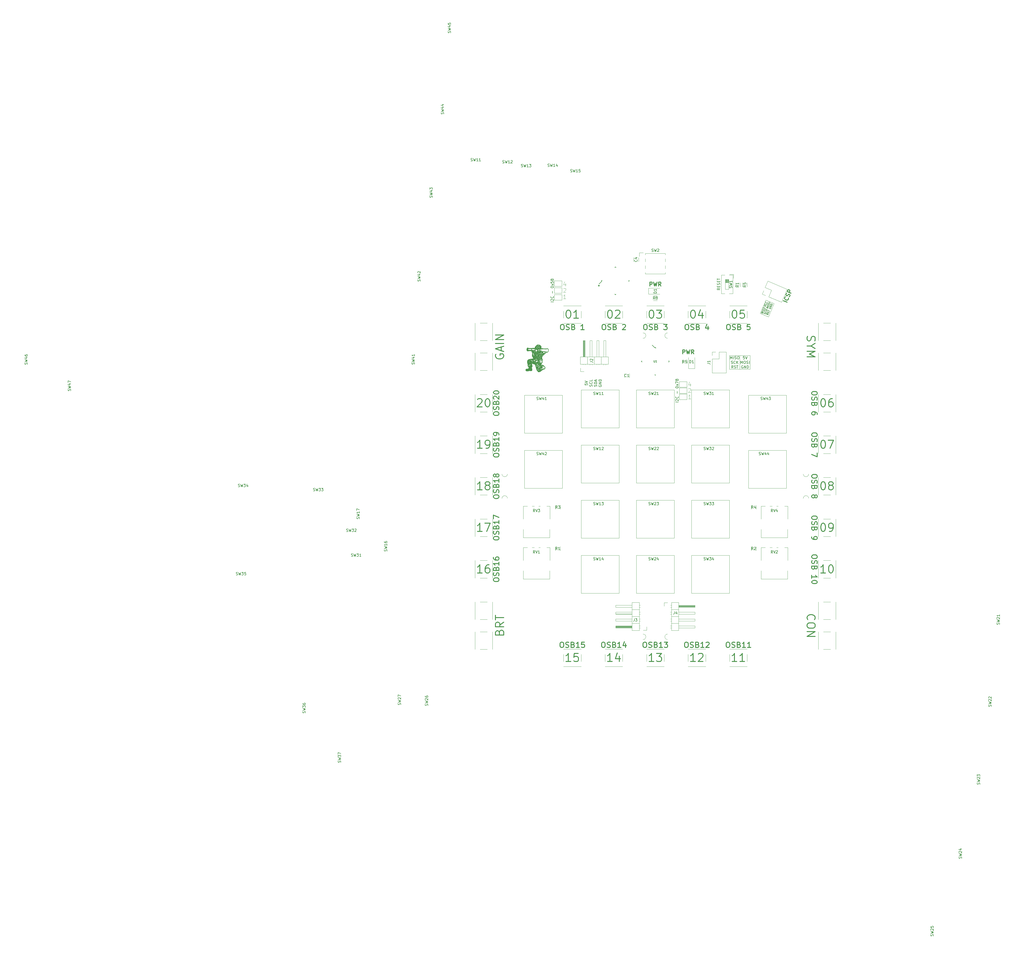
<source format=gbr>
%TF.GenerationSoftware,KiCad,Pcbnew,(5.1.9)-1*%
%TF.CreationDate,2021-07-06T15:25:53+10:00*%
%TF.ProjectId,MFD-panel,4d46442d-7061-46e6-956c-2e6b69636164,rev?*%
%TF.SameCoordinates,Original*%
%TF.FileFunction,Legend,Top*%
%TF.FilePolarity,Positive*%
%FSLAX46Y46*%
G04 Gerber Fmt 4.6, Leading zero omitted, Abs format (unit mm)*
G04 Created by KiCad (PCBNEW (5.1.9)-1) date 2021-07-06 15:25:53*
%MOMM*%
%LPD*%
G01*
G04 APERTURE LIST*
%ADD10C,0.100000*%
%ADD11C,0.150000*%
%ADD12C,0.400000*%
%ADD13C,0.300000*%
%ADD14C,0.200000*%
%ADD15C,0.120000*%
%ADD16C,0.010000*%
G04 APERTURE END LIST*
D10*
X37499000Y4195428D02*
X37499000Y3195428D01*
X37141857Y4766857D02*
X36784714Y3695428D01*
X37713285Y3695428D01*
X36784714Y2202571D02*
X36856142Y2274000D01*
X36999000Y2345428D01*
X37356142Y2345428D01*
X37499000Y2274000D01*
X37570428Y2202571D01*
X37641857Y2059714D01*
X37641857Y1916857D01*
X37570428Y1702571D01*
X36713285Y845428D01*
X37641857Y845428D01*
X37641857Y-1504571D02*
X36784714Y-1504571D01*
X37213285Y-1504571D02*
X37213285Y-4571D01*
X37070428Y-218857D01*
X36927571Y-361714D01*
X36784714Y-433142D01*
D11*
X33076380Y-2666476D02*
X32076380Y-2666476D01*
X32171619Y-2237904D02*
X32124000Y-2190285D01*
X32076380Y-2095047D01*
X32076380Y-1856952D01*
X32124000Y-1761714D01*
X32171619Y-1714095D01*
X32266857Y-1666476D01*
X32362095Y-1666476D01*
X32504952Y-1714095D01*
X33076380Y-2285523D01*
X33076380Y-1666476D01*
X32981142Y-666476D02*
X33028761Y-714095D01*
X33076380Y-856952D01*
X33076380Y-952190D01*
X33028761Y-1095047D01*
X32933523Y-1190285D01*
X32838285Y-1237904D01*
X32647809Y-1285523D01*
X32504952Y-1285523D01*
X32314476Y-1237904D01*
X32219238Y-1190285D01*
X32124000Y-1095047D01*
X32076380Y-952190D01*
X32076380Y-856952D01*
X32124000Y-714095D01*
X32171619Y-666476D01*
X32695428Y524000D02*
X32695428Y1285904D01*
X32076380Y2714476D02*
X32076380Y2809714D01*
X32124000Y2904952D01*
X32171619Y2952571D01*
X32266857Y3000190D01*
X32457333Y3047809D01*
X32695428Y3047809D01*
X32885904Y3000190D01*
X32981142Y2952571D01*
X33028761Y2904952D01*
X33076380Y2809714D01*
X33076380Y2714476D01*
X33028761Y2619238D01*
X32981142Y2571619D01*
X32885904Y2524000D01*
X32695428Y2476380D01*
X32457333Y2476380D01*
X32266857Y2524000D01*
X32171619Y2571619D01*
X32124000Y2619238D01*
X32076380Y2714476D01*
X33076380Y3381142D02*
X32409714Y3904952D01*
X32409714Y3381142D02*
X33076380Y3904952D01*
X32076380Y4762095D02*
X32076380Y4285904D01*
X32552571Y4238285D01*
X32504952Y4285904D01*
X32457333Y4381142D01*
X32457333Y4619238D01*
X32504952Y4714476D01*
X32552571Y4762095D01*
X32647809Y4809714D01*
X32885904Y4809714D01*
X32981142Y4762095D01*
X33028761Y4714476D01*
X33076380Y4619238D01*
X33076380Y4381142D01*
X33028761Y4285904D01*
X32981142Y4238285D01*
X32504952Y5381142D02*
X32457333Y5285904D01*
X32409714Y5238285D01*
X32314476Y5190666D01*
X32266857Y5190666D01*
X32171619Y5238285D01*
X32124000Y5285904D01*
X32076380Y5381142D01*
X32076380Y5571619D01*
X32124000Y5666857D01*
X32171619Y5714476D01*
X32266857Y5762095D01*
X32314476Y5762095D01*
X32409714Y5714476D01*
X32457333Y5666857D01*
X32504952Y5571619D01*
X32504952Y5381142D01*
X32552571Y5285904D01*
X32600190Y5238285D01*
X32695428Y5190666D01*
X32885904Y5190666D01*
X32981142Y5238285D01*
X33028761Y5285904D01*
X33076380Y5381142D01*
X33076380Y5571619D01*
X33028761Y5666857D01*
X32981142Y5714476D01*
X32885904Y5762095D01*
X32695428Y5762095D01*
X32600190Y5714476D01*
X32552571Y5666857D01*
X32504952Y5571619D01*
D12*
X49884000Y3302000D02*
G75*
G03*
X49884000Y3302000I-100000J0D01*
G01*
D13*
X68600000Y3131428D02*
X68600000Y4631428D01*
X69171428Y4631428D01*
X69314285Y4560000D01*
X69385714Y4488571D01*
X69457142Y4345714D01*
X69457142Y4131428D01*
X69385714Y3988571D01*
X69314285Y3917142D01*
X69171428Y3845714D01*
X68600000Y3845714D01*
X69957142Y4631428D02*
X70314285Y3131428D01*
X70600000Y4202857D01*
X70885714Y3131428D01*
X71242857Y4631428D01*
X72671428Y3131428D02*
X72171428Y3845714D01*
X71814285Y3131428D02*
X71814285Y4631428D01*
X72385714Y4631428D01*
X72528571Y4560000D01*
X72600000Y4488571D01*
X72671428Y4345714D01*
X72671428Y4131428D01*
X72600000Y3988571D01*
X72528571Y3917142D01*
X72385714Y3845714D01*
X71814285Y3845714D01*
X10969761Y-74647619D02*
X10969761Y-74266666D01*
X11065000Y-74076190D01*
X11255476Y-73885714D01*
X11636428Y-73790476D01*
X12303095Y-73790476D01*
X12684047Y-73885714D01*
X12874523Y-74076190D01*
X12969761Y-74266666D01*
X12969761Y-74647619D01*
X12874523Y-74838095D01*
X12684047Y-75028571D01*
X12303095Y-75123809D01*
X11636428Y-75123809D01*
X11255476Y-75028571D01*
X11065000Y-74838095D01*
X10969761Y-74647619D01*
X12874523Y-73028571D02*
X12969761Y-72742857D01*
X12969761Y-72266666D01*
X12874523Y-72076190D01*
X12779285Y-71980952D01*
X12588809Y-71885714D01*
X12398333Y-71885714D01*
X12207857Y-71980952D01*
X12112619Y-72076190D01*
X12017380Y-72266666D01*
X11922142Y-72647619D01*
X11826904Y-72838095D01*
X11731666Y-72933333D01*
X11541190Y-73028571D01*
X11350714Y-73028571D01*
X11160238Y-72933333D01*
X11065000Y-72838095D01*
X10969761Y-72647619D01*
X10969761Y-72171428D01*
X11065000Y-71885714D01*
X11922142Y-70361904D02*
X12017380Y-70076190D01*
X12112619Y-69980952D01*
X12303095Y-69885714D01*
X12588809Y-69885714D01*
X12779285Y-69980952D01*
X12874523Y-70076190D01*
X12969761Y-70266666D01*
X12969761Y-71028571D01*
X10969761Y-71028571D01*
X10969761Y-70361904D01*
X11065000Y-70171428D01*
X11160238Y-70076190D01*
X11350714Y-69980952D01*
X11541190Y-69980952D01*
X11731666Y-70076190D01*
X11826904Y-70171428D01*
X11922142Y-70361904D01*
X11922142Y-71028571D01*
X12969761Y-67980952D02*
X12969761Y-69123809D01*
X12969761Y-68552380D02*
X10969761Y-68552380D01*
X11255476Y-68742857D01*
X11445952Y-68933333D01*
X11541190Y-69123809D01*
X11826904Y-66838095D02*
X11731666Y-67028571D01*
X11636428Y-67123809D01*
X11445952Y-67219047D01*
X11350714Y-67219047D01*
X11160238Y-67123809D01*
X11065000Y-67028571D01*
X10969761Y-66838095D01*
X10969761Y-66457142D01*
X11065000Y-66266666D01*
X11160238Y-66171428D01*
X11350714Y-66076190D01*
X11445952Y-66076190D01*
X11636428Y-66171428D01*
X11731666Y-66266666D01*
X11826904Y-66457142D01*
X11826904Y-66838095D01*
X11922142Y-67028571D01*
X12017380Y-67123809D01*
X12207857Y-67219047D01*
X12588809Y-67219047D01*
X12779285Y-67123809D01*
X12874523Y-67028571D01*
X12969761Y-66838095D01*
X12969761Y-66457142D01*
X12874523Y-66266666D01*
X12779285Y-66171428D01*
X12588809Y-66076190D01*
X12207857Y-66076190D01*
X12017380Y-66171428D01*
X11922142Y-66266666D01*
X11826904Y-66457142D01*
X10969761Y-59347619D02*
X10969761Y-58966666D01*
X11065000Y-58776190D01*
X11255476Y-58585714D01*
X11636428Y-58490476D01*
X12303095Y-58490476D01*
X12684047Y-58585714D01*
X12874523Y-58776190D01*
X12969761Y-58966666D01*
X12969761Y-59347619D01*
X12874523Y-59538095D01*
X12684047Y-59728571D01*
X12303095Y-59823809D01*
X11636428Y-59823809D01*
X11255476Y-59728571D01*
X11065000Y-59538095D01*
X10969761Y-59347619D01*
X12874523Y-57728571D02*
X12969761Y-57442857D01*
X12969761Y-56966666D01*
X12874523Y-56776190D01*
X12779285Y-56680952D01*
X12588809Y-56585714D01*
X12398333Y-56585714D01*
X12207857Y-56680952D01*
X12112619Y-56776190D01*
X12017380Y-56966666D01*
X11922142Y-57347619D01*
X11826904Y-57538095D01*
X11731666Y-57633333D01*
X11541190Y-57728571D01*
X11350714Y-57728571D01*
X11160238Y-57633333D01*
X11065000Y-57538095D01*
X10969761Y-57347619D01*
X10969761Y-56871428D01*
X11065000Y-56585714D01*
X11922142Y-55061904D02*
X12017380Y-54776190D01*
X12112619Y-54680952D01*
X12303095Y-54585714D01*
X12588809Y-54585714D01*
X12779285Y-54680952D01*
X12874523Y-54776190D01*
X12969761Y-54966666D01*
X12969761Y-55728571D01*
X10969761Y-55728571D01*
X10969761Y-55061904D01*
X11065000Y-54871428D01*
X11160238Y-54776190D01*
X11350714Y-54680952D01*
X11541190Y-54680952D01*
X11731666Y-54776190D01*
X11826904Y-54871428D01*
X11922142Y-55061904D01*
X11922142Y-55728571D01*
X12969761Y-52680952D02*
X12969761Y-53823809D01*
X12969761Y-53252380D02*
X10969761Y-53252380D01*
X11255476Y-53442857D01*
X11445952Y-53633333D01*
X11541190Y-53823809D01*
X12969761Y-51728571D02*
X12969761Y-51347619D01*
X12874523Y-51157142D01*
X12779285Y-51061904D01*
X12493571Y-50871428D01*
X12112619Y-50776190D01*
X11350714Y-50776190D01*
X11160238Y-50871428D01*
X11065000Y-50966666D01*
X10969761Y-51157142D01*
X10969761Y-51538095D01*
X11065000Y-51728571D01*
X11160238Y-51823809D01*
X11350714Y-51919047D01*
X11826904Y-51919047D01*
X12017380Y-51823809D01*
X12112619Y-51728571D01*
X12207857Y-51538095D01*
X12207857Y-51157142D01*
X12112619Y-50966666D01*
X12017380Y-50871428D01*
X11826904Y-50776190D01*
X10969761Y-105247619D02*
X10969761Y-104866666D01*
X11065000Y-104676190D01*
X11255476Y-104485714D01*
X11636428Y-104390476D01*
X12303095Y-104390476D01*
X12684047Y-104485714D01*
X12874523Y-104676190D01*
X12969761Y-104866666D01*
X12969761Y-105247619D01*
X12874523Y-105438095D01*
X12684047Y-105628571D01*
X12303095Y-105723809D01*
X11636428Y-105723809D01*
X11255476Y-105628571D01*
X11065000Y-105438095D01*
X10969761Y-105247619D01*
X12874523Y-103628571D02*
X12969761Y-103342857D01*
X12969761Y-102866666D01*
X12874523Y-102676190D01*
X12779285Y-102580952D01*
X12588809Y-102485714D01*
X12398333Y-102485714D01*
X12207857Y-102580952D01*
X12112619Y-102676190D01*
X12017380Y-102866666D01*
X11922142Y-103247619D01*
X11826904Y-103438095D01*
X11731666Y-103533333D01*
X11541190Y-103628571D01*
X11350714Y-103628571D01*
X11160238Y-103533333D01*
X11065000Y-103438095D01*
X10969761Y-103247619D01*
X10969761Y-102771428D01*
X11065000Y-102485714D01*
X11922142Y-100961904D02*
X12017380Y-100676190D01*
X12112619Y-100580952D01*
X12303095Y-100485714D01*
X12588809Y-100485714D01*
X12779285Y-100580952D01*
X12874523Y-100676190D01*
X12969761Y-100866666D01*
X12969761Y-101628571D01*
X10969761Y-101628571D01*
X10969761Y-100961904D01*
X11065000Y-100771428D01*
X11160238Y-100676190D01*
X11350714Y-100580952D01*
X11541190Y-100580952D01*
X11731666Y-100676190D01*
X11826904Y-100771428D01*
X11922142Y-100961904D01*
X11922142Y-101628571D01*
X12969761Y-98580952D02*
X12969761Y-99723809D01*
X12969761Y-99152380D02*
X10969761Y-99152380D01*
X11255476Y-99342857D01*
X11445952Y-99533333D01*
X11541190Y-99723809D01*
X10969761Y-96866666D02*
X10969761Y-97247619D01*
X11065000Y-97438095D01*
X11160238Y-97533333D01*
X11445952Y-97723809D01*
X11826904Y-97819047D01*
X12588809Y-97819047D01*
X12779285Y-97723809D01*
X12874523Y-97628571D01*
X12969761Y-97438095D01*
X12969761Y-97057142D01*
X12874523Y-96866666D01*
X12779285Y-96771428D01*
X12588809Y-96676190D01*
X12112619Y-96676190D01*
X11922142Y-96771428D01*
X11826904Y-96866666D01*
X11731666Y-97057142D01*
X11731666Y-97438095D01*
X11826904Y-97628571D01*
X11922142Y-97723809D01*
X12112619Y-97819047D01*
X10969761Y-44047619D02*
X10969761Y-43666666D01*
X11065000Y-43476190D01*
X11255476Y-43285714D01*
X11636428Y-43190476D01*
X12303095Y-43190476D01*
X12684047Y-43285714D01*
X12874523Y-43476190D01*
X12969761Y-43666666D01*
X12969761Y-44047619D01*
X12874523Y-44238095D01*
X12684047Y-44428571D01*
X12303095Y-44523809D01*
X11636428Y-44523809D01*
X11255476Y-44428571D01*
X11065000Y-44238095D01*
X10969761Y-44047619D01*
X12874523Y-42428571D02*
X12969761Y-42142857D01*
X12969761Y-41666666D01*
X12874523Y-41476190D01*
X12779285Y-41380952D01*
X12588809Y-41285714D01*
X12398333Y-41285714D01*
X12207857Y-41380952D01*
X12112619Y-41476190D01*
X12017380Y-41666666D01*
X11922142Y-42047619D01*
X11826904Y-42238095D01*
X11731666Y-42333333D01*
X11541190Y-42428571D01*
X11350714Y-42428571D01*
X11160238Y-42333333D01*
X11065000Y-42238095D01*
X10969761Y-42047619D01*
X10969761Y-41571428D01*
X11065000Y-41285714D01*
X11922142Y-39761904D02*
X12017380Y-39476190D01*
X12112619Y-39380952D01*
X12303095Y-39285714D01*
X12588809Y-39285714D01*
X12779285Y-39380952D01*
X12874523Y-39476190D01*
X12969761Y-39666666D01*
X12969761Y-40428571D01*
X10969761Y-40428571D01*
X10969761Y-39761904D01*
X11065000Y-39571428D01*
X11160238Y-39476190D01*
X11350714Y-39380952D01*
X11541190Y-39380952D01*
X11731666Y-39476190D01*
X11826904Y-39571428D01*
X11922142Y-39761904D01*
X11922142Y-40428571D01*
X11160238Y-38523809D02*
X11065000Y-38428571D01*
X10969761Y-38238095D01*
X10969761Y-37761904D01*
X11065000Y-37571428D01*
X11160238Y-37476190D01*
X11350714Y-37380952D01*
X11541190Y-37380952D01*
X11826904Y-37476190D01*
X12969761Y-38619047D01*
X12969761Y-37380952D01*
X10969761Y-36142857D02*
X10969761Y-35952380D01*
X11065000Y-35761904D01*
X11160238Y-35666666D01*
X11350714Y-35571428D01*
X11731666Y-35476190D01*
X12207857Y-35476190D01*
X12588809Y-35571428D01*
X12779285Y-35666666D01*
X12874523Y-35761904D01*
X12969761Y-35952380D01*
X12969761Y-36142857D01*
X12874523Y-36333333D01*
X12779285Y-36428571D01*
X12588809Y-36523809D01*
X12207857Y-36619047D01*
X11731666Y-36619047D01*
X11350714Y-36523809D01*
X11160238Y-36428571D01*
X11065000Y-36333333D01*
X10969761Y-36142857D01*
X10969761Y-89947619D02*
X10969761Y-89566666D01*
X11065000Y-89376190D01*
X11255476Y-89185714D01*
X11636428Y-89090476D01*
X12303095Y-89090476D01*
X12684047Y-89185714D01*
X12874523Y-89376190D01*
X12969761Y-89566666D01*
X12969761Y-89947619D01*
X12874523Y-90138095D01*
X12684047Y-90328571D01*
X12303095Y-90423809D01*
X11636428Y-90423809D01*
X11255476Y-90328571D01*
X11065000Y-90138095D01*
X10969761Y-89947619D01*
X12874523Y-88328571D02*
X12969761Y-88042857D01*
X12969761Y-87566666D01*
X12874523Y-87376190D01*
X12779285Y-87280952D01*
X12588809Y-87185714D01*
X12398333Y-87185714D01*
X12207857Y-87280952D01*
X12112619Y-87376190D01*
X12017380Y-87566666D01*
X11922142Y-87947619D01*
X11826904Y-88138095D01*
X11731666Y-88233333D01*
X11541190Y-88328571D01*
X11350714Y-88328571D01*
X11160238Y-88233333D01*
X11065000Y-88138095D01*
X10969761Y-87947619D01*
X10969761Y-87471428D01*
X11065000Y-87185714D01*
X11922142Y-85661904D02*
X12017380Y-85376190D01*
X12112619Y-85280952D01*
X12303095Y-85185714D01*
X12588809Y-85185714D01*
X12779285Y-85280952D01*
X12874523Y-85376190D01*
X12969761Y-85566666D01*
X12969761Y-86328571D01*
X10969761Y-86328571D01*
X10969761Y-85661904D01*
X11065000Y-85471428D01*
X11160238Y-85376190D01*
X11350714Y-85280952D01*
X11541190Y-85280952D01*
X11731666Y-85376190D01*
X11826904Y-85471428D01*
X11922142Y-85661904D01*
X11922142Y-86328571D01*
X12969761Y-83280952D02*
X12969761Y-84423809D01*
X12969761Y-83852380D02*
X10969761Y-83852380D01*
X11255476Y-84042857D01*
X11445952Y-84233333D01*
X11541190Y-84423809D01*
X10969761Y-82614285D02*
X10969761Y-81280952D01*
X12969761Y-82138095D01*
X130230238Y-66742857D02*
X130230238Y-67123809D01*
X130135000Y-67314285D01*
X129944523Y-67504761D01*
X129563571Y-67600000D01*
X128896904Y-67600000D01*
X128515952Y-67504761D01*
X128325476Y-67314285D01*
X128230238Y-67123809D01*
X128230238Y-66742857D01*
X128325476Y-66552380D01*
X128515952Y-66361904D01*
X128896904Y-66266666D01*
X129563571Y-66266666D01*
X129944523Y-66361904D01*
X130135000Y-66552380D01*
X130230238Y-66742857D01*
X128325476Y-68361904D02*
X128230238Y-68647619D01*
X128230238Y-69123809D01*
X128325476Y-69314285D01*
X128420714Y-69409523D01*
X128611190Y-69504761D01*
X128801666Y-69504761D01*
X128992142Y-69409523D01*
X129087380Y-69314285D01*
X129182619Y-69123809D01*
X129277857Y-68742857D01*
X129373095Y-68552380D01*
X129468333Y-68457142D01*
X129658809Y-68361904D01*
X129849285Y-68361904D01*
X130039761Y-68457142D01*
X130135000Y-68552380D01*
X130230238Y-68742857D01*
X130230238Y-69219047D01*
X130135000Y-69504761D01*
X129277857Y-71028571D02*
X129182619Y-71314285D01*
X129087380Y-71409523D01*
X128896904Y-71504761D01*
X128611190Y-71504761D01*
X128420714Y-71409523D01*
X128325476Y-71314285D01*
X128230238Y-71123809D01*
X128230238Y-70361904D01*
X130230238Y-70361904D01*
X130230238Y-71028571D01*
X130135000Y-71219047D01*
X130039761Y-71314285D01*
X129849285Y-71409523D01*
X129658809Y-71409523D01*
X129468333Y-71314285D01*
X129373095Y-71219047D01*
X129277857Y-71028571D01*
X129277857Y-70361904D01*
X129373095Y-74171428D02*
X129468333Y-73980952D01*
X129563571Y-73885714D01*
X129754047Y-73790476D01*
X129849285Y-73790476D01*
X130039761Y-73885714D01*
X130135000Y-73980952D01*
X130230238Y-74171428D01*
X130230238Y-74552380D01*
X130135000Y-74742857D01*
X130039761Y-74838095D01*
X129849285Y-74933333D01*
X129754047Y-74933333D01*
X129563571Y-74838095D01*
X129468333Y-74742857D01*
X129373095Y-74552380D01*
X129373095Y-74171428D01*
X129277857Y-73980952D01*
X129182619Y-73885714D01*
X128992142Y-73790476D01*
X128611190Y-73790476D01*
X128420714Y-73885714D01*
X128325476Y-73980952D01*
X128230238Y-74171428D01*
X128230238Y-74552380D01*
X128325476Y-74742857D01*
X128420714Y-74838095D01*
X128611190Y-74933333D01*
X128992142Y-74933333D01*
X129182619Y-74838095D01*
X129277857Y-74742857D01*
X129373095Y-74552380D01*
X130230238Y-82042857D02*
X130230238Y-82423809D01*
X130135000Y-82614285D01*
X129944523Y-82804761D01*
X129563571Y-82900000D01*
X128896904Y-82900000D01*
X128515952Y-82804761D01*
X128325476Y-82614285D01*
X128230238Y-82423809D01*
X128230238Y-82042857D01*
X128325476Y-81852380D01*
X128515952Y-81661904D01*
X128896904Y-81566666D01*
X129563571Y-81566666D01*
X129944523Y-81661904D01*
X130135000Y-81852380D01*
X130230238Y-82042857D01*
X128325476Y-83661904D02*
X128230238Y-83947619D01*
X128230238Y-84423809D01*
X128325476Y-84614285D01*
X128420714Y-84709523D01*
X128611190Y-84804761D01*
X128801666Y-84804761D01*
X128992142Y-84709523D01*
X129087380Y-84614285D01*
X129182619Y-84423809D01*
X129277857Y-84042857D01*
X129373095Y-83852380D01*
X129468333Y-83757142D01*
X129658809Y-83661904D01*
X129849285Y-83661904D01*
X130039761Y-83757142D01*
X130135000Y-83852380D01*
X130230238Y-84042857D01*
X130230238Y-84519047D01*
X130135000Y-84804761D01*
X129277857Y-86328571D02*
X129182619Y-86614285D01*
X129087380Y-86709523D01*
X128896904Y-86804761D01*
X128611190Y-86804761D01*
X128420714Y-86709523D01*
X128325476Y-86614285D01*
X128230238Y-86423809D01*
X128230238Y-85661904D01*
X130230238Y-85661904D01*
X130230238Y-86328571D01*
X130135000Y-86519047D01*
X130039761Y-86614285D01*
X129849285Y-86709523D01*
X129658809Y-86709523D01*
X129468333Y-86614285D01*
X129373095Y-86519047D01*
X129277857Y-86328571D01*
X129277857Y-85661904D01*
X128230238Y-89280952D02*
X128230238Y-89661904D01*
X128325476Y-89852380D01*
X128420714Y-89947619D01*
X128706428Y-90138095D01*
X129087380Y-90233333D01*
X129849285Y-90233333D01*
X130039761Y-90138095D01*
X130135000Y-90042857D01*
X130230238Y-89852380D01*
X130230238Y-89471428D01*
X130135000Y-89280952D01*
X130039761Y-89185714D01*
X129849285Y-89090476D01*
X129373095Y-89090476D01*
X129182619Y-89185714D01*
X129087380Y-89280952D01*
X128992142Y-89471428D01*
X128992142Y-89852380D01*
X129087380Y-90042857D01*
X129182619Y-90138095D01*
X129373095Y-90233333D01*
X130230238Y-36142857D02*
X130230238Y-36523809D01*
X130135000Y-36714285D01*
X129944523Y-36904761D01*
X129563571Y-37000000D01*
X128896904Y-37000000D01*
X128515952Y-36904761D01*
X128325476Y-36714285D01*
X128230238Y-36523809D01*
X128230238Y-36142857D01*
X128325476Y-35952380D01*
X128515952Y-35761904D01*
X128896904Y-35666666D01*
X129563571Y-35666666D01*
X129944523Y-35761904D01*
X130135000Y-35952380D01*
X130230238Y-36142857D01*
X128325476Y-37761904D02*
X128230238Y-38047619D01*
X128230238Y-38523809D01*
X128325476Y-38714285D01*
X128420714Y-38809523D01*
X128611190Y-38904761D01*
X128801666Y-38904761D01*
X128992142Y-38809523D01*
X129087380Y-38714285D01*
X129182619Y-38523809D01*
X129277857Y-38142857D01*
X129373095Y-37952380D01*
X129468333Y-37857142D01*
X129658809Y-37761904D01*
X129849285Y-37761904D01*
X130039761Y-37857142D01*
X130135000Y-37952380D01*
X130230238Y-38142857D01*
X130230238Y-38619047D01*
X130135000Y-38904761D01*
X129277857Y-40428571D02*
X129182619Y-40714285D01*
X129087380Y-40809523D01*
X128896904Y-40904761D01*
X128611190Y-40904761D01*
X128420714Y-40809523D01*
X128325476Y-40714285D01*
X128230238Y-40523809D01*
X128230238Y-39761904D01*
X130230238Y-39761904D01*
X130230238Y-40428571D01*
X130135000Y-40619047D01*
X130039761Y-40714285D01*
X129849285Y-40809523D01*
X129658809Y-40809523D01*
X129468333Y-40714285D01*
X129373095Y-40619047D01*
X129277857Y-40428571D01*
X129277857Y-39761904D01*
X130230238Y-44142857D02*
X130230238Y-43761904D01*
X130135000Y-43571428D01*
X130039761Y-43476190D01*
X129754047Y-43285714D01*
X129373095Y-43190476D01*
X128611190Y-43190476D01*
X128420714Y-43285714D01*
X128325476Y-43380952D01*
X128230238Y-43571428D01*
X128230238Y-43952380D01*
X128325476Y-44142857D01*
X128420714Y-44238095D01*
X128611190Y-44333333D01*
X129087380Y-44333333D01*
X129277857Y-44238095D01*
X129373095Y-44142857D01*
X129468333Y-43952380D01*
X129468333Y-43571428D01*
X129373095Y-43380952D01*
X129277857Y-43285714D01*
X129087380Y-43190476D01*
X130230238Y-96390476D02*
X130230238Y-96771428D01*
X130135000Y-96961904D01*
X129944523Y-97152380D01*
X129563571Y-97247619D01*
X128896904Y-97247619D01*
X128515952Y-97152380D01*
X128325476Y-96961904D01*
X128230238Y-96771428D01*
X128230238Y-96390476D01*
X128325476Y-96200000D01*
X128515952Y-96009523D01*
X128896904Y-95914285D01*
X129563571Y-95914285D01*
X129944523Y-96009523D01*
X130135000Y-96200000D01*
X130230238Y-96390476D01*
X128325476Y-98009523D02*
X128230238Y-98295238D01*
X128230238Y-98771428D01*
X128325476Y-98961904D01*
X128420714Y-99057142D01*
X128611190Y-99152380D01*
X128801666Y-99152380D01*
X128992142Y-99057142D01*
X129087380Y-98961904D01*
X129182619Y-98771428D01*
X129277857Y-98390476D01*
X129373095Y-98200000D01*
X129468333Y-98104761D01*
X129658809Y-98009523D01*
X129849285Y-98009523D01*
X130039761Y-98104761D01*
X130135000Y-98200000D01*
X130230238Y-98390476D01*
X130230238Y-98866666D01*
X130135000Y-99152380D01*
X129277857Y-100676190D02*
X129182619Y-100961904D01*
X129087380Y-101057142D01*
X128896904Y-101152380D01*
X128611190Y-101152380D01*
X128420714Y-101057142D01*
X128325476Y-100961904D01*
X128230238Y-100771428D01*
X128230238Y-100009523D01*
X130230238Y-100009523D01*
X130230238Y-100676190D01*
X130135000Y-100866666D01*
X130039761Y-100961904D01*
X129849285Y-101057142D01*
X129658809Y-101057142D01*
X129468333Y-100961904D01*
X129373095Y-100866666D01*
X129277857Y-100676190D01*
X129277857Y-100009523D01*
X128230238Y-104580952D02*
X128230238Y-103438095D01*
X128230238Y-104009523D02*
X130230238Y-104009523D01*
X129944523Y-103819047D01*
X129754047Y-103628571D01*
X129658809Y-103438095D01*
X130230238Y-105819047D02*
X130230238Y-106009523D01*
X130135000Y-106200000D01*
X130039761Y-106295238D01*
X129849285Y-106390476D01*
X129468333Y-106485714D01*
X128992142Y-106485714D01*
X128611190Y-106390476D01*
X128420714Y-106295238D01*
X128325476Y-106200000D01*
X128230238Y-106009523D01*
X128230238Y-105819047D01*
X128325476Y-105628571D01*
X128420714Y-105533333D01*
X128611190Y-105438095D01*
X128992142Y-105342857D01*
X129468333Y-105342857D01*
X129849285Y-105438095D01*
X130039761Y-105533333D01*
X130135000Y-105628571D01*
X130230238Y-105819047D01*
X130230238Y-51442857D02*
X130230238Y-51823809D01*
X130135000Y-52014285D01*
X129944523Y-52204761D01*
X129563571Y-52300000D01*
X128896904Y-52300000D01*
X128515952Y-52204761D01*
X128325476Y-52014285D01*
X128230238Y-51823809D01*
X128230238Y-51442857D01*
X128325476Y-51252380D01*
X128515952Y-51061904D01*
X128896904Y-50966666D01*
X129563571Y-50966666D01*
X129944523Y-51061904D01*
X130135000Y-51252380D01*
X130230238Y-51442857D01*
X128325476Y-53061904D02*
X128230238Y-53347619D01*
X128230238Y-53823809D01*
X128325476Y-54014285D01*
X128420714Y-54109523D01*
X128611190Y-54204761D01*
X128801666Y-54204761D01*
X128992142Y-54109523D01*
X129087380Y-54014285D01*
X129182619Y-53823809D01*
X129277857Y-53442857D01*
X129373095Y-53252380D01*
X129468333Y-53157142D01*
X129658809Y-53061904D01*
X129849285Y-53061904D01*
X130039761Y-53157142D01*
X130135000Y-53252380D01*
X130230238Y-53442857D01*
X130230238Y-53919047D01*
X130135000Y-54204761D01*
X129277857Y-55728571D02*
X129182619Y-56014285D01*
X129087380Y-56109523D01*
X128896904Y-56204761D01*
X128611190Y-56204761D01*
X128420714Y-56109523D01*
X128325476Y-56014285D01*
X128230238Y-55823809D01*
X128230238Y-55061904D01*
X130230238Y-55061904D01*
X130230238Y-55728571D01*
X130135000Y-55919047D01*
X130039761Y-56014285D01*
X129849285Y-56109523D01*
X129658809Y-56109523D01*
X129468333Y-56014285D01*
X129373095Y-55919047D01*
X129277857Y-55728571D01*
X129277857Y-55061904D01*
X130230238Y-58395238D02*
X130230238Y-59728571D01*
X128230238Y-58871428D01*
X66552380Y-128039761D02*
X66933333Y-128039761D01*
X67123809Y-128135000D01*
X67314285Y-128325476D01*
X67409523Y-128706428D01*
X67409523Y-129373095D01*
X67314285Y-129754047D01*
X67123809Y-129944523D01*
X66933333Y-130039761D01*
X66552380Y-130039761D01*
X66361904Y-129944523D01*
X66171428Y-129754047D01*
X66076190Y-129373095D01*
X66076190Y-128706428D01*
X66171428Y-128325476D01*
X66361904Y-128135000D01*
X66552380Y-128039761D01*
X68171428Y-129944523D02*
X68457142Y-130039761D01*
X68933333Y-130039761D01*
X69123809Y-129944523D01*
X69219047Y-129849285D01*
X69314285Y-129658809D01*
X69314285Y-129468333D01*
X69219047Y-129277857D01*
X69123809Y-129182619D01*
X68933333Y-129087380D01*
X68552380Y-128992142D01*
X68361904Y-128896904D01*
X68266666Y-128801666D01*
X68171428Y-128611190D01*
X68171428Y-128420714D01*
X68266666Y-128230238D01*
X68361904Y-128135000D01*
X68552380Y-128039761D01*
X69028571Y-128039761D01*
X69314285Y-128135000D01*
X70838095Y-128992142D02*
X71123809Y-129087380D01*
X71219047Y-129182619D01*
X71314285Y-129373095D01*
X71314285Y-129658809D01*
X71219047Y-129849285D01*
X71123809Y-129944523D01*
X70933333Y-130039761D01*
X70171428Y-130039761D01*
X70171428Y-128039761D01*
X70838095Y-128039761D01*
X71028571Y-128135000D01*
X71123809Y-128230238D01*
X71219047Y-128420714D01*
X71219047Y-128611190D01*
X71123809Y-128801666D01*
X71028571Y-128896904D01*
X70838095Y-128992142D01*
X70171428Y-128992142D01*
X73219047Y-130039761D02*
X72076190Y-130039761D01*
X72647619Y-130039761D02*
X72647619Y-128039761D01*
X72457142Y-128325476D01*
X72266666Y-128515952D01*
X72076190Y-128611190D01*
X73885714Y-128039761D02*
X75123809Y-128039761D01*
X74457142Y-128801666D01*
X74742857Y-128801666D01*
X74933333Y-128896904D01*
X75028571Y-128992142D01*
X75123809Y-129182619D01*
X75123809Y-129658809D01*
X75028571Y-129849285D01*
X74933333Y-129944523D01*
X74742857Y-130039761D01*
X74171428Y-130039761D01*
X73980952Y-129944523D01*
X73885714Y-129849285D01*
X51252380Y-128039761D02*
X51633333Y-128039761D01*
X51823809Y-128135000D01*
X52014285Y-128325476D01*
X52109523Y-128706428D01*
X52109523Y-129373095D01*
X52014285Y-129754047D01*
X51823809Y-129944523D01*
X51633333Y-130039761D01*
X51252380Y-130039761D01*
X51061904Y-129944523D01*
X50871428Y-129754047D01*
X50776190Y-129373095D01*
X50776190Y-128706428D01*
X50871428Y-128325476D01*
X51061904Y-128135000D01*
X51252380Y-128039761D01*
X52871428Y-129944523D02*
X53157142Y-130039761D01*
X53633333Y-130039761D01*
X53823809Y-129944523D01*
X53919047Y-129849285D01*
X54014285Y-129658809D01*
X54014285Y-129468333D01*
X53919047Y-129277857D01*
X53823809Y-129182619D01*
X53633333Y-129087380D01*
X53252380Y-128992142D01*
X53061904Y-128896904D01*
X52966666Y-128801666D01*
X52871428Y-128611190D01*
X52871428Y-128420714D01*
X52966666Y-128230238D01*
X53061904Y-128135000D01*
X53252380Y-128039761D01*
X53728571Y-128039761D01*
X54014285Y-128135000D01*
X55538095Y-128992142D02*
X55823809Y-129087380D01*
X55919047Y-129182619D01*
X56014285Y-129373095D01*
X56014285Y-129658809D01*
X55919047Y-129849285D01*
X55823809Y-129944523D01*
X55633333Y-130039761D01*
X54871428Y-130039761D01*
X54871428Y-128039761D01*
X55538095Y-128039761D01*
X55728571Y-128135000D01*
X55823809Y-128230238D01*
X55919047Y-128420714D01*
X55919047Y-128611190D01*
X55823809Y-128801666D01*
X55728571Y-128896904D01*
X55538095Y-128992142D01*
X54871428Y-128992142D01*
X57919047Y-130039761D02*
X56776190Y-130039761D01*
X57347619Y-130039761D02*
X57347619Y-128039761D01*
X57157142Y-128325476D01*
X56966666Y-128515952D01*
X56776190Y-128611190D01*
X59633333Y-128706428D02*
X59633333Y-130039761D01*
X59157142Y-127944523D02*
X58680952Y-129373095D01*
X59919047Y-129373095D01*
X97152380Y-128039761D02*
X97533333Y-128039761D01*
X97723809Y-128135000D01*
X97914285Y-128325476D01*
X98009523Y-128706428D01*
X98009523Y-129373095D01*
X97914285Y-129754047D01*
X97723809Y-129944523D01*
X97533333Y-130039761D01*
X97152380Y-130039761D01*
X96961904Y-129944523D01*
X96771428Y-129754047D01*
X96676190Y-129373095D01*
X96676190Y-128706428D01*
X96771428Y-128325476D01*
X96961904Y-128135000D01*
X97152380Y-128039761D01*
X98771428Y-129944523D02*
X99057142Y-130039761D01*
X99533333Y-130039761D01*
X99723809Y-129944523D01*
X99819047Y-129849285D01*
X99914285Y-129658809D01*
X99914285Y-129468333D01*
X99819047Y-129277857D01*
X99723809Y-129182619D01*
X99533333Y-129087380D01*
X99152380Y-128992142D01*
X98961904Y-128896904D01*
X98866666Y-128801666D01*
X98771428Y-128611190D01*
X98771428Y-128420714D01*
X98866666Y-128230238D01*
X98961904Y-128135000D01*
X99152380Y-128039761D01*
X99628571Y-128039761D01*
X99914285Y-128135000D01*
X101438095Y-128992142D02*
X101723809Y-129087380D01*
X101819047Y-129182619D01*
X101914285Y-129373095D01*
X101914285Y-129658809D01*
X101819047Y-129849285D01*
X101723809Y-129944523D01*
X101533333Y-130039761D01*
X100771428Y-130039761D01*
X100771428Y-128039761D01*
X101438095Y-128039761D01*
X101628571Y-128135000D01*
X101723809Y-128230238D01*
X101819047Y-128420714D01*
X101819047Y-128611190D01*
X101723809Y-128801666D01*
X101628571Y-128896904D01*
X101438095Y-128992142D01*
X100771428Y-128992142D01*
X103819047Y-130039761D02*
X102676190Y-130039761D01*
X103247619Y-130039761D02*
X103247619Y-128039761D01*
X103057142Y-128325476D01*
X102866666Y-128515952D01*
X102676190Y-128611190D01*
X105723809Y-130039761D02*
X104580952Y-130039761D01*
X105152380Y-130039761D02*
X105152380Y-128039761D01*
X104961904Y-128325476D01*
X104771428Y-128515952D01*
X104580952Y-128611190D01*
X35952380Y-128039761D02*
X36333333Y-128039761D01*
X36523809Y-128135000D01*
X36714285Y-128325476D01*
X36809523Y-128706428D01*
X36809523Y-129373095D01*
X36714285Y-129754047D01*
X36523809Y-129944523D01*
X36333333Y-130039761D01*
X35952380Y-130039761D01*
X35761904Y-129944523D01*
X35571428Y-129754047D01*
X35476190Y-129373095D01*
X35476190Y-128706428D01*
X35571428Y-128325476D01*
X35761904Y-128135000D01*
X35952380Y-128039761D01*
X37571428Y-129944523D02*
X37857142Y-130039761D01*
X38333333Y-130039761D01*
X38523809Y-129944523D01*
X38619047Y-129849285D01*
X38714285Y-129658809D01*
X38714285Y-129468333D01*
X38619047Y-129277857D01*
X38523809Y-129182619D01*
X38333333Y-129087380D01*
X37952380Y-128992142D01*
X37761904Y-128896904D01*
X37666666Y-128801666D01*
X37571428Y-128611190D01*
X37571428Y-128420714D01*
X37666666Y-128230238D01*
X37761904Y-128135000D01*
X37952380Y-128039761D01*
X38428571Y-128039761D01*
X38714285Y-128135000D01*
X40238095Y-128992142D02*
X40523809Y-129087380D01*
X40619047Y-129182619D01*
X40714285Y-129373095D01*
X40714285Y-129658809D01*
X40619047Y-129849285D01*
X40523809Y-129944523D01*
X40333333Y-130039761D01*
X39571428Y-130039761D01*
X39571428Y-128039761D01*
X40238095Y-128039761D01*
X40428571Y-128135000D01*
X40523809Y-128230238D01*
X40619047Y-128420714D01*
X40619047Y-128611190D01*
X40523809Y-128801666D01*
X40428571Y-128896904D01*
X40238095Y-128992142D01*
X39571428Y-128992142D01*
X42619047Y-130039761D02*
X41476190Y-130039761D01*
X42047619Y-130039761D02*
X42047619Y-128039761D01*
X41857142Y-128325476D01*
X41666666Y-128515952D01*
X41476190Y-128611190D01*
X44428571Y-128039761D02*
X43476190Y-128039761D01*
X43380952Y-128992142D01*
X43476190Y-128896904D01*
X43666666Y-128801666D01*
X44142857Y-128801666D01*
X44333333Y-128896904D01*
X44428571Y-128992142D01*
X44523809Y-129182619D01*
X44523809Y-129658809D01*
X44428571Y-129849285D01*
X44333333Y-129944523D01*
X44142857Y-130039761D01*
X43666666Y-130039761D01*
X43476190Y-129944523D01*
X43380952Y-129849285D01*
X81852380Y-128039761D02*
X82233333Y-128039761D01*
X82423809Y-128135000D01*
X82614285Y-128325476D01*
X82709523Y-128706428D01*
X82709523Y-129373095D01*
X82614285Y-129754047D01*
X82423809Y-129944523D01*
X82233333Y-130039761D01*
X81852380Y-130039761D01*
X81661904Y-129944523D01*
X81471428Y-129754047D01*
X81376190Y-129373095D01*
X81376190Y-128706428D01*
X81471428Y-128325476D01*
X81661904Y-128135000D01*
X81852380Y-128039761D01*
X83471428Y-129944523D02*
X83757142Y-130039761D01*
X84233333Y-130039761D01*
X84423809Y-129944523D01*
X84519047Y-129849285D01*
X84614285Y-129658809D01*
X84614285Y-129468333D01*
X84519047Y-129277857D01*
X84423809Y-129182619D01*
X84233333Y-129087380D01*
X83852380Y-128992142D01*
X83661904Y-128896904D01*
X83566666Y-128801666D01*
X83471428Y-128611190D01*
X83471428Y-128420714D01*
X83566666Y-128230238D01*
X83661904Y-128135000D01*
X83852380Y-128039761D01*
X84328571Y-128039761D01*
X84614285Y-128135000D01*
X86138095Y-128992142D02*
X86423809Y-129087380D01*
X86519047Y-129182619D01*
X86614285Y-129373095D01*
X86614285Y-129658809D01*
X86519047Y-129849285D01*
X86423809Y-129944523D01*
X86233333Y-130039761D01*
X85471428Y-130039761D01*
X85471428Y-128039761D01*
X86138095Y-128039761D01*
X86328571Y-128135000D01*
X86423809Y-128230238D01*
X86519047Y-128420714D01*
X86519047Y-128611190D01*
X86423809Y-128801666D01*
X86328571Y-128896904D01*
X86138095Y-128992142D01*
X85471428Y-128992142D01*
X88519047Y-130039761D02*
X87376190Y-130039761D01*
X87947619Y-130039761D02*
X87947619Y-128039761D01*
X87757142Y-128325476D01*
X87566666Y-128515952D01*
X87376190Y-128611190D01*
X89280952Y-128230238D02*
X89376190Y-128135000D01*
X89566666Y-128039761D01*
X90042857Y-128039761D01*
X90233333Y-128135000D01*
X90328571Y-128230238D01*
X90423809Y-128420714D01*
X90423809Y-128611190D01*
X90328571Y-128896904D01*
X89185714Y-130039761D01*
X90423809Y-130039761D01*
X97342857Y-10969761D02*
X97723809Y-10969761D01*
X97914285Y-11065000D01*
X98104761Y-11255476D01*
X98200000Y-11636428D01*
X98200000Y-12303095D01*
X98104761Y-12684047D01*
X97914285Y-12874523D01*
X97723809Y-12969761D01*
X97342857Y-12969761D01*
X97152380Y-12874523D01*
X96961904Y-12684047D01*
X96866666Y-12303095D01*
X96866666Y-11636428D01*
X96961904Y-11255476D01*
X97152380Y-11065000D01*
X97342857Y-10969761D01*
X98961904Y-12874523D02*
X99247619Y-12969761D01*
X99723809Y-12969761D01*
X99914285Y-12874523D01*
X100009523Y-12779285D01*
X100104761Y-12588809D01*
X100104761Y-12398333D01*
X100009523Y-12207857D01*
X99914285Y-12112619D01*
X99723809Y-12017380D01*
X99342857Y-11922142D01*
X99152380Y-11826904D01*
X99057142Y-11731666D01*
X98961904Y-11541190D01*
X98961904Y-11350714D01*
X99057142Y-11160238D01*
X99152380Y-11065000D01*
X99342857Y-10969761D01*
X99819047Y-10969761D01*
X100104761Y-11065000D01*
X101628571Y-11922142D02*
X101914285Y-12017380D01*
X102009523Y-12112619D01*
X102104761Y-12303095D01*
X102104761Y-12588809D01*
X102009523Y-12779285D01*
X101914285Y-12874523D01*
X101723809Y-12969761D01*
X100961904Y-12969761D01*
X100961904Y-10969761D01*
X101628571Y-10969761D01*
X101819047Y-11065000D01*
X101914285Y-11160238D01*
X102009523Y-11350714D01*
X102009523Y-11541190D01*
X101914285Y-11731666D01*
X101819047Y-11826904D01*
X101628571Y-11922142D01*
X100961904Y-11922142D01*
X105438095Y-10969761D02*
X104485714Y-10969761D01*
X104390476Y-11922142D01*
X104485714Y-11826904D01*
X104676190Y-11731666D01*
X105152380Y-11731666D01*
X105342857Y-11826904D01*
X105438095Y-11922142D01*
X105533333Y-12112619D01*
X105533333Y-12588809D01*
X105438095Y-12779285D01*
X105342857Y-12874523D01*
X105152380Y-12969761D01*
X104676190Y-12969761D01*
X104485714Y-12874523D01*
X104390476Y-12779285D01*
X82042857Y-10969761D02*
X82423809Y-10969761D01*
X82614285Y-11065000D01*
X82804761Y-11255476D01*
X82900000Y-11636428D01*
X82900000Y-12303095D01*
X82804761Y-12684047D01*
X82614285Y-12874523D01*
X82423809Y-12969761D01*
X82042857Y-12969761D01*
X81852380Y-12874523D01*
X81661904Y-12684047D01*
X81566666Y-12303095D01*
X81566666Y-11636428D01*
X81661904Y-11255476D01*
X81852380Y-11065000D01*
X82042857Y-10969761D01*
X83661904Y-12874523D02*
X83947619Y-12969761D01*
X84423809Y-12969761D01*
X84614285Y-12874523D01*
X84709523Y-12779285D01*
X84804761Y-12588809D01*
X84804761Y-12398333D01*
X84709523Y-12207857D01*
X84614285Y-12112619D01*
X84423809Y-12017380D01*
X84042857Y-11922142D01*
X83852380Y-11826904D01*
X83757142Y-11731666D01*
X83661904Y-11541190D01*
X83661904Y-11350714D01*
X83757142Y-11160238D01*
X83852380Y-11065000D01*
X84042857Y-10969761D01*
X84519047Y-10969761D01*
X84804761Y-11065000D01*
X86328571Y-11922142D02*
X86614285Y-12017380D01*
X86709523Y-12112619D01*
X86804761Y-12303095D01*
X86804761Y-12588809D01*
X86709523Y-12779285D01*
X86614285Y-12874523D01*
X86423809Y-12969761D01*
X85661904Y-12969761D01*
X85661904Y-10969761D01*
X86328571Y-10969761D01*
X86519047Y-11065000D01*
X86614285Y-11160238D01*
X86709523Y-11350714D01*
X86709523Y-11541190D01*
X86614285Y-11731666D01*
X86519047Y-11826904D01*
X86328571Y-11922142D01*
X85661904Y-11922142D01*
X90042857Y-11636428D02*
X90042857Y-12969761D01*
X89566666Y-10874523D02*
X89090476Y-12303095D01*
X90328571Y-12303095D01*
X36142857Y-10969761D02*
X36523809Y-10969761D01*
X36714285Y-11065000D01*
X36904761Y-11255476D01*
X37000000Y-11636428D01*
X37000000Y-12303095D01*
X36904761Y-12684047D01*
X36714285Y-12874523D01*
X36523809Y-12969761D01*
X36142857Y-12969761D01*
X35952380Y-12874523D01*
X35761904Y-12684047D01*
X35666666Y-12303095D01*
X35666666Y-11636428D01*
X35761904Y-11255476D01*
X35952380Y-11065000D01*
X36142857Y-10969761D01*
X37761904Y-12874523D02*
X38047619Y-12969761D01*
X38523809Y-12969761D01*
X38714285Y-12874523D01*
X38809523Y-12779285D01*
X38904761Y-12588809D01*
X38904761Y-12398333D01*
X38809523Y-12207857D01*
X38714285Y-12112619D01*
X38523809Y-12017380D01*
X38142857Y-11922142D01*
X37952380Y-11826904D01*
X37857142Y-11731666D01*
X37761904Y-11541190D01*
X37761904Y-11350714D01*
X37857142Y-11160238D01*
X37952380Y-11065000D01*
X38142857Y-10969761D01*
X38619047Y-10969761D01*
X38904761Y-11065000D01*
X40428571Y-11922142D02*
X40714285Y-12017380D01*
X40809523Y-12112619D01*
X40904761Y-12303095D01*
X40904761Y-12588809D01*
X40809523Y-12779285D01*
X40714285Y-12874523D01*
X40523809Y-12969761D01*
X39761904Y-12969761D01*
X39761904Y-10969761D01*
X40428571Y-10969761D01*
X40619047Y-11065000D01*
X40714285Y-11160238D01*
X40809523Y-11350714D01*
X40809523Y-11541190D01*
X40714285Y-11731666D01*
X40619047Y-11826904D01*
X40428571Y-11922142D01*
X39761904Y-11922142D01*
X44333333Y-12969761D02*
X43190476Y-12969761D01*
X43761904Y-12969761D02*
X43761904Y-10969761D01*
X43571428Y-11255476D01*
X43380952Y-11445952D01*
X43190476Y-11541190D01*
X51442857Y-10969761D02*
X51823809Y-10969761D01*
X52014285Y-11065000D01*
X52204761Y-11255476D01*
X52300000Y-11636428D01*
X52300000Y-12303095D01*
X52204761Y-12684047D01*
X52014285Y-12874523D01*
X51823809Y-12969761D01*
X51442857Y-12969761D01*
X51252380Y-12874523D01*
X51061904Y-12684047D01*
X50966666Y-12303095D01*
X50966666Y-11636428D01*
X51061904Y-11255476D01*
X51252380Y-11065000D01*
X51442857Y-10969761D01*
X53061904Y-12874523D02*
X53347619Y-12969761D01*
X53823809Y-12969761D01*
X54014285Y-12874523D01*
X54109523Y-12779285D01*
X54204761Y-12588809D01*
X54204761Y-12398333D01*
X54109523Y-12207857D01*
X54014285Y-12112619D01*
X53823809Y-12017380D01*
X53442857Y-11922142D01*
X53252380Y-11826904D01*
X53157142Y-11731666D01*
X53061904Y-11541190D01*
X53061904Y-11350714D01*
X53157142Y-11160238D01*
X53252380Y-11065000D01*
X53442857Y-10969761D01*
X53919047Y-10969761D01*
X54204761Y-11065000D01*
X55728571Y-11922142D02*
X56014285Y-12017380D01*
X56109523Y-12112619D01*
X56204761Y-12303095D01*
X56204761Y-12588809D01*
X56109523Y-12779285D01*
X56014285Y-12874523D01*
X55823809Y-12969761D01*
X55061904Y-12969761D01*
X55061904Y-10969761D01*
X55728571Y-10969761D01*
X55919047Y-11065000D01*
X56014285Y-11160238D01*
X56109523Y-11350714D01*
X56109523Y-11541190D01*
X56014285Y-11731666D01*
X55919047Y-11826904D01*
X55728571Y-11922142D01*
X55061904Y-11922142D01*
X58490476Y-11160238D02*
X58585714Y-11065000D01*
X58776190Y-10969761D01*
X59252380Y-10969761D01*
X59442857Y-11065000D01*
X59538095Y-11160238D01*
X59633333Y-11350714D01*
X59633333Y-11541190D01*
X59538095Y-11826904D01*
X58395238Y-12969761D01*
X59633333Y-12969761D01*
X66742857Y-10969761D02*
X67123809Y-10969761D01*
X67314285Y-11065000D01*
X67504761Y-11255476D01*
X67600000Y-11636428D01*
X67600000Y-12303095D01*
X67504761Y-12684047D01*
X67314285Y-12874523D01*
X67123809Y-12969761D01*
X66742857Y-12969761D01*
X66552380Y-12874523D01*
X66361904Y-12684047D01*
X66266666Y-12303095D01*
X66266666Y-11636428D01*
X66361904Y-11255476D01*
X66552380Y-11065000D01*
X66742857Y-10969761D01*
X68361904Y-12874523D02*
X68647619Y-12969761D01*
X69123809Y-12969761D01*
X69314285Y-12874523D01*
X69409523Y-12779285D01*
X69504761Y-12588809D01*
X69504761Y-12398333D01*
X69409523Y-12207857D01*
X69314285Y-12112619D01*
X69123809Y-12017380D01*
X68742857Y-11922142D01*
X68552380Y-11826904D01*
X68457142Y-11731666D01*
X68361904Y-11541190D01*
X68361904Y-11350714D01*
X68457142Y-11160238D01*
X68552380Y-11065000D01*
X68742857Y-10969761D01*
X69219047Y-10969761D01*
X69504761Y-11065000D01*
X71028571Y-11922142D02*
X71314285Y-12017380D01*
X71409523Y-12112619D01*
X71504761Y-12303095D01*
X71504761Y-12588809D01*
X71409523Y-12779285D01*
X71314285Y-12874523D01*
X71123809Y-12969761D01*
X70361904Y-12969761D01*
X70361904Y-10969761D01*
X71028571Y-10969761D01*
X71219047Y-11065000D01*
X71314285Y-11160238D01*
X71409523Y-11350714D01*
X71409523Y-11541190D01*
X71314285Y-11731666D01*
X71219047Y-11826904D01*
X71028571Y-11922142D01*
X70361904Y-11922142D01*
X73695238Y-10969761D02*
X74933333Y-10969761D01*
X74266666Y-11731666D01*
X74552380Y-11731666D01*
X74742857Y-11826904D01*
X74838095Y-11922142D01*
X74933333Y-12112619D01*
X74933333Y-12588809D01*
X74838095Y-12779285D01*
X74742857Y-12874523D01*
X74552380Y-12969761D01*
X73980952Y-12969761D01*
X73790476Y-12874523D01*
X73695238Y-12779285D01*
D11*
X94432380Y2357619D02*
X93956190Y2024285D01*
X94432380Y1786190D02*
X93432380Y1786190D01*
X93432380Y2167142D01*
X93480000Y2262380D01*
X93527619Y2310000D01*
X93622857Y2357619D01*
X93765714Y2357619D01*
X93860952Y2310000D01*
X93908571Y2262380D01*
X93956190Y2167142D01*
X93956190Y1786190D01*
X93908571Y2786190D02*
X93908571Y3119523D01*
X94432380Y3262380D02*
X94432380Y2786190D01*
X93432380Y2786190D01*
X93432380Y3262380D01*
X94384761Y3643333D02*
X94432380Y3786190D01*
X94432380Y4024285D01*
X94384761Y4119523D01*
X94337142Y4167142D01*
X94241904Y4214761D01*
X94146666Y4214761D01*
X94051428Y4167142D01*
X94003809Y4119523D01*
X93956190Y4024285D01*
X93908571Y3833809D01*
X93860952Y3738571D01*
X93813333Y3690952D01*
X93718095Y3643333D01*
X93622857Y3643333D01*
X93527619Y3690952D01*
X93480000Y3738571D01*
X93432380Y3833809D01*
X93432380Y4071904D01*
X93480000Y4214761D01*
X93908571Y4643333D02*
X93908571Y4976666D01*
X94432380Y5119523D02*
X94432380Y4643333D01*
X93432380Y4643333D01*
X93432380Y5119523D01*
X93432380Y5405238D02*
X93432380Y5976666D01*
X94432380Y5690952D02*
X93432380Y5690952D01*
D13*
X119139437Y-2811399D02*
X117758680Y-2225303D01*
X119621943Y-1309073D02*
X119659784Y-1402733D01*
X119641806Y-1627893D01*
X119585987Y-1759394D01*
X119436509Y-1928735D01*
X119249189Y-2004417D01*
X119089779Y-2014349D01*
X118798869Y-1968462D01*
X118601618Y-1884734D01*
X118366526Y-1707346D01*
X118262934Y-1585777D01*
X118187252Y-1398457D01*
X118205230Y-1173297D01*
X118261049Y-1041796D01*
X118410527Y-872455D01*
X118504187Y-834614D01*
X119910968Y-810979D02*
X120060447Y-641638D01*
X120199993Y-312886D01*
X120190062Y-153476D01*
X120152221Y-59816D01*
X120048629Y61752D01*
X119917129Y117571D01*
X119757719Y107639D01*
X119664059Y69798D01*
X119542490Y-33792D01*
X119365102Y-268884D01*
X119243533Y-372476D01*
X119149873Y-410317D01*
X118990463Y-420248D01*
X118858963Y-364430D01*
X118755371Y-242861D01*
X118717530Y-149201D01*
X118707599Y10208D01*
X118847145Y338960D01*
X118996624Y508302D01*
X120562815Y541867D02*
X119182058Y1127964D01*
X119405333Y1653967D01*
X119526902Y1757558D01*
X119620562Y1795399D01*
X119779972Y1805331D01*
X119977223Y1721603D01*
X120080814Y1600034D01*
X120118655Y1506374D01*
X120128587Y1346964D01*
X119905312Y820961D01*
X11850000Y-21985714D02*
X11707142Y-22271428D01*
X11707142Y-22700000D01*
X11850000Y-23128571D01*
X12135714Y-23414285D01*
X12421428Y-23557142D01*
X12992857Y-23700000D01*
X13421428Y-23700000D01*
X13992857Y-23557142D01*
X14278571Y-23414285D01*
X14564285Y-23128571D01*
X14707142Y-22700000D01*
X14707142Y-22414285D01*
X14564285Y-21985714D01*
X14421428Y-21842857D01*
X13421428Y-21842857D01*
X13421428Y-22414285D01*
X13850000Y-20700000D02*
X13850000Y-19271428D01*
X14707142Y-20985714D02*
X11707142Y-19985714D01*
X14707142Y-18985714D01*
X14707142Y-17985714D02*
X11707142Y-17985714D01*
X14707142Y-16557142D02*
X11707142Y-16557142D01*
X14707142Y-14842857D01*
X11707142Y-14842857D01*
X13135714Y-124428571D02*
X13278571Y-124000000D01*
X13421428Y-123857142D01*
X13707142Y-123714285D01*
X14135714Y-123714285D01*
X14421428Y-123857142D01*
X14564285Y-124000000D01*
X14707142Y-124285714D01*
X14707142Y-125428571D01*
X11707142Y-125428571D01*
X11707142Y-124428571D01*
X11850000Y-124142857D01*
X11992857Y-124000000D01*
X12278571Y-123857142D01*
X12564285Y-123857142D01*
X12850000Y-124000000D01*
X12992857Y-124142857D01*
X13135714Y-124428571D01*
X13135714Y-125428571D01*
X14707142Y-120714285D02*
X13278571Y-121714285D01*
X14707142Y-122428571D02*
X11707142Y-122428571D01*
X11707142Y-121285714D01*
X11850000Y-121000000D01*
X11992857Y-120857142D01*
X12278571Y-120714285D01*
X12707142Y-120714285D01*
X12992857Y-120857142D01*
X13135714Y-121000000D01*
X13278571Y-121285714D01*
X13278571Y-122428571D01*
X11707142Y-119857142D02*
X11707142Y-118142857D01*
X14707142Y-119000000D02*
X11707142Y-119000000D01*
X126778571Y-119785714D02*
X126635714Y-119642857D01*
X126492857Y-119214285D01*
X126492857Y-118928571D01*
X126635714Y-118500000D01*
X126921428Y-118214285D01*
X127207142Y-118071428D01*
X127778571Y-117928571D01*
X128207142Y-117928571D01*
X128778571Y-118071428D01*
X129064285Y-118214285D01*
X129350000Y-118500000D01*
X129492857Y-118928571D01*
X129492857Y-119214285D01*
X129350000Y-119642857D01*
X129207142Y-119785714D01*
X129492857Y-121642857D02*
X129492857Y-122214285D01*
X129350000Y-122500000D01*
X129064285Y-122785714D01*
X128492857Y-122928571D01*
X127492857Y-122928571D01*
X126921428Y-122785714D01*
X126635714Y-122500000D01*
X126492857Y-122214285D01*
X126492857Y-121642857D01*
X126635714Y-121357142D01*
X126921428Y-121071428D01*
X127492857Y-120928571D01*
X128492857Y-120928571D01*
X129064285Y-121071428D01*
X129350000Y-121357142D01*
X129492857Y-121642857D01*
X126492857Y-124214285D02*
X129492857Y-124214285D01*
X126492857Y-125928571D01*
X129492857Y-125928571D01*
X126635714Y-15342857D02*
X126492857Y-15771428D01*
X126492857Y-16485714D01*
X126635714Y-16771428D01*
X126778571Y-16914285D01*
X127064285Y-17057142D01*
X127350000Y-17057142D01*
X127635714Y-16914285D01*
X127778571Y-16771428D01*
X127921428Y-16485714D01*
X128064285Y-15914285D01*
X128207142Y-15628571D01*
X128350000Y-15485714D01*
X128635714Y-15342857D01*
X128921428Y-15342857D01*
X129207142Y-15485714D01*
X129350000Y-15628571D01*
X129492857Y-15914285D01*
X129492857Y-16628571D01*
X129350000Y-17057142D01*
X127921428Y-18914285D02*
X126492857Y-18914285D01*
X129492857Y-17914285D02*
X127921428Y-18914285D01*
X129492857Y-19914285D01*
X126492857Y-20914285D02*
X129492857Y-20914285D01*
X127350000Y-21914285D01*
X129492857Y-22914285D01*
X126492857Y-22914285D01*
X5064285Y-38642857D02*
X5207142Y-38500000D01*
X5492857Y-38357142D01*
X6207142Y-38357142D01*
X6492857Y-38500000D01*
X6635714Y-38642857D01*
X6778571Y-38928571D01*
X6778571Y-39214285D01*
X6635714Y-39642857D01*
X4921428Y-41357142D01*
X6778571Y-41357142D01*
X8635714Y-38357142D02*
X8921428Y-38357142D01*
X9207142Y-38500000D01*
X9350000Y-38642857D01*
X9492857Y-38928571D01*
X9635714Y-39500000D01*
X9635714Y-40214285D01*
X9492857Y-40785714D01*
X9350000Y-41071428D01*
X9207142Y-41214285D01*
X8921428Y-41357142D01*
X8635714Y-41357142D01*
X8350000Y-41214285D01*
X8207142Y-41071428D01*
X8064285Y-40785714D01*
X7921428Y-40214285D01*
X7921428Y-39500000D01*
X8064285Y-38928571D01*
X8207142Y-38642857D01*
X8350000Y-38500000D01*
X8635714Y-38357142D01*
X6778571Y-87257142D02*
X5064285Y-87257142D01*
X5921428Y-87257142D02*
X5921428Y-84257142D01*
X5635714Y-84685714D01*
X5350000Y-84971428D01*
X5064285Y-85114285D01*
X7778571Y-84257142D02*
X9778571Y-84257142D01*
X8492857Y-87257142D01*
X6778571Y-71957142D02*
X5064285Y-71957142D01*
X5921428Y-71957142D02*
X5921428Y-68957142D01*
X5635714Y-69385714D01*
X5350000Y-69671428D01*
X5064285Y-69814285D01*
X8492857Y-70242857D02*
X8207142Y-70100000D01*
X8064285Y-69957142D01*
X7921428Y-69671428D01*
X7921428Y-69528571D01*
X8064285Y-69242857D01*
X8207142Y-69100000D01*
X8492857Y-68957142D01*
X9064285Y-68957142D01*
X9350000Y-69100000D01*
X9492857Y-69242857D01*
X9635714Y-69528571D01*
X9635714Y-69671428D01*
X9492857Y-69957142D01*
X9350000Y-70100000D01*
X9064285Y-70242857D01*
X8492857Y-70242857D01*
X8207142Y-70385714D01*
X8064285Y-70528571D01*
X7921428Y-70814285D01*
X7921428Y-71385714D01*
X8064285Y-71671428D01*
X8207142Y-71814285D01*
X8492857Y-71957142D01*
X9064285Y-71957142D01*
X9350000Y-71814285D01*
X9492857Y-71671428D01*
X9635714Y-71385714D01*
X9635714Y-70814285D01*
X9492857Y-70528571D01*
X9350000Y-70385714D01*
X9064285Y-70242857D01*
X6778571Y-56657142D02*
X5064285Y-56657142D01*
X5921428Y-56657142D02*
X5921428Y-53657142D01*
X5635714Y-54085714D01*
X5350000Y-54371428D01*
X5064285Y-54514285D01*
X8207142Y-56657142D02*
X8778571Y-56657142D01*
X9064285Y-56514285D01*
X9207142Y-56371428D01*
X9492857Y-55942857D01*
X9635714Y-55371428D01*
X9635714Y-54228571D01*
X9492857Y-53942857D01*
X9350000Y-53800000D01*
X9064285Y-53657142D01*
X8492857Y-53657142D01*
X8207142Y-53800000D01*
X8064285Y-53942857D01*
X7921428Y-54228571D01*
X7921428Y-54942857D01*
X8064285Y-55228571D01*
X8207142Y-55371428D01*
X8492857Y-55514285D01*
X9064285Y-55514285D01*
X9350000Y-55371428D01*
X9492857Y-55228571D01*
X9635714Y-54942857D01*
X6778571Y-102557142D02*
X5064285Y-102557142D01*
X5921428Y-102557142D02*
X5921428Y-99557142D01*
X5635714Y-99985714D01*
X5350000Y-100271428D01*
X5064285Y-100414285D01*
X9350000Y-99557142D02*
X8778571Y-99557142D01*
X8492857Y-99700000D01*
X8350000Y-99842857D01*
X8064285Y-100271428D01*
X7921428Y-100842857D01*
X7921428Y-101985714D01*
X8064285Y-102271428D01*
X8207142Y-102414285D01*
X8492857Y-102557142D01*
X9064285Y-102557142D01*
X9350000Y-102414285D01*
X9492857Y-102271428D01*
X9635714Y-101985714D01*
X9635714Y-101271428D01*
X9492857Y-100985714D01*
X9350000Y-100842857D01*
X9064285Y-100700000D01*
X8492857Y-100700000D01*
X8207142Y-100842857D01*
X8064285Y-100985714D01*
X7921428Y-101271428D01*
X70028571Y-135207142D02*
X68314285Y-135207142D01*
X69171428Y-135207142D02*
X69171428Y-132207142D01*
X68885714Y-132635714D01*
X68600000Y-132921428D01*
X68314285Y-133064285D01*
X71028571Y-132207142D02*
X72885714Y-132207142D01*
X71885714Y-133350000D01*
X72314285Y-133350000D01*
X72600000Y-133492857D01*
X72742857Y-133635714D01*
X72885714Y-133921428D01*
X72885714Y-134635714D01*
X72742857Y-134921428D01*
X72600000Y-135064285D01*
X72314285Y-135207142D01*
X71457142Y-135207142D01*
X71171428Y-135064285D01*
X71028571Y-134921428D01*
X85328571Y-135207142D02*
X83614285Y-135207142D01*
X84471428Y-135207142D02*
X84471428Y-132207142D01*
X84185714Y-132635714D01*
X83900000Y-132921428D01*
X83614285Y-133064285D01*
X86471428Y-132492857D02*
X86614285Y-132350000D01*
X86900000Y-132207142D01*
X87614285Y-132207142D01*
X87900000Y-132350000D01*
X88042857Y-132492857D01*
X88185714Y-132778571D01*
X88185714Y-133064285D01*
X88042857Y-133492857D01*
X86328571Y-135207142D01*
X88185714Y-135207142D01*
X100628571Y-135207142D02*
X98914285Y-135207142D01*
X99771428Y-135207142D02*
X99771428Y-132207142D01*
X99485714Y-132635714D01*
X99200000Y-132921428D01*
X98914285Y-133064285D01*
X103485714Y-135207142D02*
X101771428Y-135207142D01*
X102628571Y-135207142D02*
X102628571Y-132207142D01*
X102342857Y-132635714D01*
X102057142Y-132921428D01*
X101771428Y-133064285D01*
X54728571Y-135207142D02*
X53014285Y-135207142D01*
X53871428Y-135207142D02*
X53871428Y-132207142D01*
X53585714Y-132635714D01*
X53300000Y-132921428D01*
X53014285Y-133064285D01*
X57300000Y-133207142D02*
X57300000Y-135207142D01*
X56585714Y-132064285D02*
X55871428Y-134207142D01*
X57728571Y-134207142D01*
X39428571Y-135207142D02*
X37714285Y-135207142D01*
X38571428Y-135207142D02*
X38571428Y-132207142D01*
X38285714Y-132635714D01*
X38000000Y-132921428D01*
X37714285Y-133064285D01*
X42142857Y-132207142D02*
X40714285Y-132207142D01*
X40571428Y-133635714D01*
X40714285Y-133492857D01*
X41000000Y-133350000D01*
X41714285Y-133350000D01*
X42000000Y-133492857D01*
X42142857Y-133635714D01*
X42285714Y-133921428D01*
X42285714Y-134635714D01*
X42142857Y-134921428D01*
X42000000Y-135064285D01*
X41714285Y-135207142D01*
X41000000Y-135207142D01*
X40714285Y-135064285D01*
X40571428Y-134921428D01*
X133278571Y-102557142D02*
X131564285Y-102557142D01*
X132421428Y-102557142D02*
X132421428Y-99557142D01*
X132135714Y-99985714D01*
X131850000Y-100271428D01*
X131564285Y-100414285D01*
X135135714Y-99557142D02*
X135421428Y-99557142D01*
X135707142Y-99700000D01*
X135850000Y-99842857D01*
X135992857Y-100128571D01*
X136135714Y-100700000D01*
X136135714Y-101414285D01*
X135992857Y-101985714D01*
X135850000Y-102271428D01*
X135707142Y-102414285D01*
X135421428Y-102557142D01*
X135135714Y-102557142D01*
X134850000Y-102414285D01*
X134707142Y-102271428D01*
X134564285Y-101985714D01*
X134421428Y-101414285D01*
X134421428Y-100700000D01*
X134564285Y-100128571D01*
X134707142Y-99842857D01*
X134850000Y-99700000D01*
X135135714Y-99557142D01*
X132278571Y-84257142D02*
X132564285Y-84257142D01*
X132850000Y-84400000D01*
X132992857Y-84542857D01*
X133135714Y-84828571D01*
X133278571Y-85400000D01*
X133278571Y-86114285D01*
X133135714Y-86685714D01*
X132992857Y-86971428D01*
X132850000Y-87114285D01*
X132564285Y-87257142D01*
X132278571Y-87257142D01*
X131992857Y-87114285D01*
X131850000Y-86971428D01*
X131707142Y-86685714D01*
X131564285Y-86114285D01*
X131564285Y-85400000D01*
X131707142Y-84828571D01*
X131850000Y-84542857D01*
X131992857Y-84400000D01*
X132278571Y-84257142D01*
X134707142Y-87257142D02*
X135278571Y-87257142D01*
X135564285Y-87114285D01*
X135707142Y-86971428D01*
X135992857Y-86542857D01*
X136135714Y-85971428D01*
X136135714Y-84828571D01*
X135992857Y-84542857D01*
X135850000Y-84400000D01*
X135564285Y-84257142D01*
X134992857Y-84257142D01*
X134707142Y-84400000D01*
X134564285Y-84542857D01*
X134421428Y-84828571D01*
X134421428Y-85542857D01*
X134564285Y-85828571D01*
X134707142Y-85971428D01*
X134992857Y-86114285D01*
X135564285Y-86114285D01*
X135850000Y-85971428D01*
X135992857Y-85828571D01*
X136135714Y-85542857D01*
X132278571Y-68957142D02*
X132564285Y-68957142D01*
X132850000Y-69100000D01*
X132992857Y-69242857D01*
X133135714Y-69528571D01*
X133278571Y-70100000D01*
X133278571Y-70814285D01*
X133135714Y-71385714D01*
X132992857Y-71671428D01*
X132850000Y-71814285D01*
X132564285Y-71957142D01*
X132278571Y-71957142D01*
X131992857Y-71814285D01*
X131850000Y-71671428D01*
X131707142Y-71385714D01*
X131564285Y-70814285D01*
X131564285Y-70100000D01*
X131707142Y-69528571D01*
X131850000Y-69242857D01*
X131992857Y-69100000D01*
X132278571Y-68957142D01*
X134992857Y-70242857D02*
X134707142Y-70100000D01*
X134564285Y-69957142D01*
X134421428Y-69671428D01*
X134421428Y-69528571D01*
X134564285Y-69242857D01*
X134707142Y-69100000D01*
X134992857Y-68957142D01*
X135564285Y-68957142D01*
X135850000Y-69100000D01*
X135992857Y-69242857D01*
X136135714Y-69528571D01*
X136135714Y-69671428D01*
X135992857Y-69957142D01*
X135850000Y-70100000D01*
X135564285Y-70242857D01*
X134992857Y-70242857D01*
X134707142Y-70385714D01*
X134564285Y-70528571D01*
X134421428Y-70814285D01*
X134421428Y-71385714D01*
X134564285Y-71671428D01*
X134707142Y-71814285D01*
X134992857Y-71957142D01*
X135564285Y-71957142D01*
X135850000Y-71814285D01*
X135992857Y-71671428D01*
X136135714Y-71385714D01*
X136135714Y-70814285D01*
X135992857Y-70528571D01*
X135850000Y-70385714D01*
X135564285Y-70242857D01*
X132278571Y-53657142D02*
X132564285Y-53657142D01*
X132850000Y-53800000D01*
X132992857Y-53942857D01*
X133135714Y-54228571D01*
X133278571Y-54800000D01*
X133278571Y-55514285D01*
X133135714Y-56085714D01*
X132992857Y-56371428D01*
X132850000Y-56514285D01*
X132564285Y-56657142D01*
X132278571Y-56657142D01*
X131992857Y-56514285D01*
X131850000Y-56371428D01*
X131707142Y-56085714D01*
X131564285Y-55514285D01*
X131564285Y-54800000D01*
X131707142Y-54228571D01*
X131850000Y-53942857D01*
X131992857Y-53800000D01*
X132278571Y-53657142D01*
X134278571Y-53657142D02*
X136278571Y-53657142D01*
X134992857Y-56657142D01*
X132278571Y-38357142D02*
X132564285Y-38357142D01*
X132850000Y-38500000D01*
X132992857Y-38642857D01*
X133135714Y-38928571D01*
X133278571Y-39500000D01*
X133278571Y-40214285D01*
X133135714Y-40785714D01*
X132992857Y-41071428D01*
X132850000Y-41214285D01*
X132564285Y-41357142D01*
X132278571Y-41357142D01*
X131992857Y-41214285D01*
X131850000Y-41071428D01*
X131707142Y-40785714D01*
X131564285Y-40214285D01*
X131564285Y-39500000D01*
X131707142Y-38928571D01*
X131850000Y-38642857D01*
X131992857Y-38500000D01*
X132278571Y-38357142D01*
X135850000Y-38357142D02*
X135278571Y-38357142D01*
X134992857Y-38500000D01*
X134850000Y-38642857D01*
X134564285Y-39071428D01*
X134421428Y-39642857D01*
X134421428Y-40785714D01*
X134564285Y-41071428D01*
X134707142Y-41214285D01*
X134992857Y-41357142D01*
X135564285Y-41357142D01*
X135850000Y-41214285D01*
X135992857Y-41071428D01*
X136135714Y-40785714D01*
X136135714Y-40071428D01*
X135992857Y-39785714D01*
X135850000Y-39642857D01*
X135564285Y-39500000D01*
X134992857Y-39500000D01*
X134707142Y-39642857D01*
X134564285Y-39785714D01*
X134421428Y-40071428D01*
X99628571Y-5707142D02*
X99914285Y-5707142D01*
X100200000Y-5850000D01*
X100342857Y-5992857D01*
X100485714Y-6278571D01*
X100628571Y-6850000D01*
X100628571Y-7564285D01*
X100485714Y-8135714D01*
X100342857Y-8421428D01*
X100200000Y-8564285D01*
X99914285Y-8707142D01*
X99628571Y-8707142D01*
X99342857Y-8564285D01*
X99200000Y-8421428D01*
X99057142Y-8135714D01*
X98914285Y-7564285D01*
X98914285Y-6850000D01*
X99057142Y-6278571D01*
X99200000Y-5992857D01*
X99342857Y-5850000D01*
X99628571Y-5707142D01*
X103342857Y-5707142D02*
X101914285Y-5707142D01*
X101771428Y-7135714D01*
X101914285Y-6992857D01*
X102200000Y-6850000D01*
X102914285Y-6850000D01*
X103200000Y-6992857D01*
X103342857Y-7135714D01*
X103485714Y-7421428D01*
X103485714Y-8135714D01*
X103342857Y-8421428D01*
X103200000Y-8564285D01*
X102914285Y-8707142D01*
X102200000Y-8707142D01*
X101914285Y-8564285D01*
X101771428Y-8421428D01*
X84328571Y-5707142D02*
X84614285Y-5707142D01*
X84900000Y-5850000D01*
X85042857Y-5992857D01*
X85185714Y-6278571D01*
X85328571Y-6850000D01*
X85328571Y-7564285D01*
X85185714Y-8135714D01*
X85042857Y-8421428D01*
X84900000Y-8564285D01*
X84614285Y-8707142D01*
X84328571Y-8707142D01*
X84042857Y-8564285D01*
X83900000Y-8421428D01*
X83757142Y-8135714D01*
X83614285Y-7564285D01*
X83614285Y-6850000D01*
X83757142Y-6278571D01*
X83900000Y-5992857D01*
X84042857Y-5850000D01*
X84328571Y-5707142D01*
X87900000Y-6707142D02*
X87900000Y-8707142D01*
X87185714Y-5564285D02*
X86471428Y-7707142D01*
X88328571Y-7707142D01*
X69028571Y-5707142D02*
X69314285Y-5707142D01*
X69600000Y-5850000D01*
X69742857Y-5992857D01*
X69885714Y-6278571D01*
X70028571Y-6850000D01*
X70028571Y-7564285D01*
X69885714Y-8135714D01*
X69742857Y-8421428D01*
X69600000Y-8564285D01*
X69314285Y-8707142D01*
X69028571Y-8707142D01*
X68742857Y-8564285D01*
X68600000Y-8421428D01*
X68457142Y-8135714D01*
X68314285Y-7564285D01*
X68314285Y-6850000D01*
X68457142Y-6278571D01*
X68600000Y-5992857D01*
X68742857Y-5850000D01*
X69028571Y-5707142D01*
X71028571Y-5707142D02*
X72885714Y-5707142D01*
X71885714Y-6850000D01*
X72314285Y-6850000D01*
X72600000Y-6992857D01*
X72742857Y-7135714D01*
X72885714Y-7421428D01*
X72885714Y-8135714D01*
X72742857Y-8421428D01*
X72600000Y-8564285D01*
X72314285Y-8707142D01*
X71457142Y-8707142D01*
X71171428Y-8564285D01*
X71028571Y-8421428D01*
X53728571Y-5707142D02*
X54014285Y-5707142D01*
X54300000Y-5850000D01*
X54442857Y-5992857D01*
X54585714Y-6278571D01*
X54728571Y-6850000D01*
X54728571Y-7564285D01*
X54585714Y-8135714D01*
X54442857Y-8421428D01*
X54300000Y-8564285D01*
X54014285Y-8707142D01*
X53728571Y-8707142D01*
X53442857Y-8564285D01*
X53300000Y-8421428D01*
X53157142Y-8135714D01*
X53014285Y-7564285D01*
X53014285Y-6850000D01*
X53157142Y-6278571D01*
X53300000Y-5992857D01*
X53442857Y-5850000D01*
X53728571Y-5707142D01*
X55871428Y-5992857D02*
X56014285Y-5850000D01*
X56300000Y-5707142D01*
X57014285Y-5707142D01*
X57300000Y-5850000D01*
X57442857Y-5992857D01*
X57585714Y-6278571D01*
X57585714Y-6564285D01*
X57442857Y-6992857D01*
X55728571Y-8707142D01*
X57585714Y-8707142D01*
X38428571Y-5707142D02*
X38714285Y-5707142D01*
X39000000Y-5850000D01*
X39142857Y-5992857D01*
X39285714Y-6278571D01*
X39428571Y-6850000D01*
X39428571Y-7564285D01*
X39285714Y-8135714D01*
X39142857Y-8421428D01*
X39000000Y-8564285D01*
X38714285Y-8707142D01*
X38428571Y-8707142D01*
X38142857Y-8564285D01*
X38000000Y-8421428D01*
X37857142Y-8135714D01*
X37714285Y-7564285D01*
X37714285Y-6850000D01*
X37857142Y-6278571D01*
X38000000Y-5992857D01*
X38142857Y-5850000D01*
X38428571Y-5707142D01*
X42285714Y-8707142D02*
X40571428Y-8707142D01*
X41428571Y-8707142D02*
X41428571Y-5707142D01*
X41142857Y-6135714D01*
X40857142Y-6421428D01*
X40571428Y-6564285D01*
D11*
X79068380Y-39578476D02*
X78068380Y-39578476D01*
X78163619Y-39149904D02*
X78116000Y-39102285D01*
X78068380Y-39007047D01*
X78068380Y-38768952D01*
X78116000Y-38673714D01*
X78163619Y-38626095D01*
X78258857Y-38578476D01*
X78354095Y-38578476D01*
X78496952Y-38626095D01*
X79068380Y-39197523D01*
X79068380Y-38578476D01*
X78973142Y-37578476D02*
X79020761Y-37626095D01*
X79068380Y-37768952D01*
X79068380Y-37864190D01*
X79020761Y-38007047D01*
X78925523Y-38102285D01*
X78830285Y-38149904D01*
X78639809Y-38197523D01*
X78496952Y-38197523D01*
X78306476Y-38149904D01*
X78211238Y-38102285D01*
X78116000Y-38007047D01*
X78068380Y-37864190D01*
X78068380Y-37768952D01*
X78116000Y-37626095D01*
X78163619Y-37578476D01*
X78687428Y-36388000D02*
X78687428Y-35626095D01*
X78068380Y-34197523D02*
X78068380Y-34102285D01*
X78116000Y-34007047D01*
X78163619Y-33959428D01*
X78258857Y-33911809D01*
X78449333Y-33864190D01*
X78687428Y-33864190D01*
X78877904Y-33911809D01*
X78973142Y-33959428D01*
X79020761Y-34007047D01*
X79068380Y-34102285D01*
X79068380Y-34197523D01*
X79020761Y-34292761D01*
X78973142Y-34340380D01*
X78877904Y-34388000D01*
X78687428Y-34435619D01*
X78449333Y-34435619D01*
X78258857Y-34388000D01*
X78163619Y-34340380D01*
X78116000Y-34292761D01*
X78068380Y-34197523D01*
X79068380Y-33530857D02*
X78401714Y-33007047D01*
X78401714Y-33530857D02*
X79068380Y-33007047D01*
X78068380Y-32721333D02*
X78068380Y-32054666D01*
X79068380Y-32483238D01*
X78496952Y-31530857D02*
X78449333Y-31626095D01*
X78401714Y-31673714D01*
X78306476Y-31721333D01*
X78258857Y-31721333D01*
X78163619Y-31673714D01*
X78116000Y-31626095D01*
X78068380Y-31530857D01*
X78068380Y-31340380D01*
X78116000Y-31245142D01*
X78163619Y-31197523D01*
X78258857Y-31149904D01*
X78306476Y-31149904D01*
X78401714Y-31197523D01*
X78449333Y-31245142D01*
X78496952Y-31340380D01*
X78496952Y-31530857D01*
X78544571Y-31626095D01*
X78592190Y-31673714D01*
X78687428Y-31721333D01*
X78877904Y-31721333D01*
X78973142Y-31673714D01*
X79020761Y-31626095D01*
X79068380Y-31530857D01*
X79068380Y-31340380D01*
X79020761Y-31245142D01*
X78973142Y-31197523D01*
X78877904Y-31149904D01*
X78687428Y-31149904D01*
X78592190Y-31197523D01*
X78544571Y-31245142D01*
X78496952Y-31340380D01*
D10*
X83491000Y-32716571D02*
X83491000Y-33716571D01*
X83133857Y-32145142D02*
X82776714Y-33216571D01*
X83705285Y-33216571D01*
X82776714Y-34709428D02*
X82848142Y-34638000D01*
X82991000Y-34566571D01*
X83348142Y-34566571D01*
X83491000Y-34638000D01*
X83562428Y-34709428D01*
X83633857Y-34852285D01*
X83633857Y-34995142D01*
X83562428Y-35209428D01*
X82705285Y-36066571D01*
X83633857Y-36066571D01*
X83633857Y-38416571D02*
X82776714Y-38416571D01*
X83205285Y-38416571D02*
X83205285Y-36916571D01*
X83062428Y-37130857D01*
X82919571Y-37273714D01*
X82776714Y-37345142D01*
D14*
X44657380Y-32800476D02*
X44657380Y-33276666D01*
X45133571Y-33324285D01*
X45085952Y-33276666D01*
X45038333Y-33181428D01*
X45038333Y-32943333D01*
X45085952Y-32848095D01*
X45133571Y-32800476D01*
X45228809Y-32752857D01*
X45466904Y-32752857D01*
X45562142Y-32800476D01*
X45609761Y-32848095D01*
X45657380Y-32943333D01*
X45657380Y-33181428D01*
X45609761Y-33276666D01*
X45562142Y-33324285D01*
X44657380Y-32467142D02*
X45657380Y-32133809D01*
X44657380Y-31800476D01*
X47309761Y-33800476D02*
X47357380Y-33657619D01*
X47357380Y-33419523D01*
X47309761Y-33324285D01*
X47262142Y-33276666D01*
X47166904Y-33229047D01*
X47071666Y-33229047D01*
X46976428Y-33276666D01*
X46928809Y-33324285D01*
X46881190Y-33419523D01*
X46833571Y-33610000D01*
X46785952Y-33705238D01*
X46738333Y-33752857D01*
X46643095Y-33800476D01*
X46547857Y-33800476D01*
X46452619Y-33752857D01*
X46405000Y-33705238D01*
X46357380Y-33610000D01*
X46357380Y-33371904D01*
X46405000Y-33229047D01*
X47262142Y-32229047D02*
X47309761Y-32276666D01*
X47357380Y-32419523D01*
X47357380Y-32514761D01*
X47309761Y-32657619D01*
X47214523Y-32752857D01*
X47119285Y-32800476D01*
X46928809Y-32848095D01*
X46785952Y-32848095D01*
X46595476Y-32800476D01*
X46500238Y-32752857D01*
X46405000Y-32657619D01*
X46357380Y-32514761D01*
X46357380Y-32419523D01*
X46405000Y-32276666D01*
X46452619Y-32229047D01*
X47357380Y-31324285D02*
X47357380Y-31800476D01*
X46357380Y-31800476D01*
X49009761Y-33824285D02*
X49057380Y-33681428D01*
X49057380Y-33443333D01*
X49009761Y-33348095D01*
X48962142Y-33300476D01*
X48866904Y-33252857D01*
X48771666Y-33252857D01*
X48676428Y-33300476D01*
X48628809Y-33348095D01*
X48581190Y-33443333D01*
X48533571Y-33633809D01*
X48485952Y-33729047D01*
X48438333Y-33776666D01*
X48343095Y-33824285D01*
X48247857Y-33824285D01*
X48152619Y-33776666D01*
X48105000Y-33729047D01*
X48057380Y-33633809D01*
X48057380Y-33395714D01*
X48105000Y-33252857D01*
X49057380Y-32824285D02*
X48057380Y-32824285D01*
X48057380Y-32586190D01*
X48105000Y-32443333D01*
X48200238Y-32348095D01*
X48295476Y-32300476D01*
X48485952Y-32252857D01*
X48628809Y-32252857D01*
X48819285Y-32300476D01*
X48914523Y-32348095D01*
X49009761Y-32443333D01*
X49057380Y-32586190D01*
X49057380Y-32824285D01*
X48771666Y-31871904D02*
X48771666Y-31395714D01*
X49057380Y-31967142D02*
X48057380Y-31633809D01*
X49057380Y-31300476D01*
X49805000Y-33371904D02*
X49757380Y-33467142D01*
X49757380Y-33610000D01*
X49805000Y-33752857D01*
X49900238Y-33848095D01*
X49995476Y-33895714D01*
X50185952Y-33943333D01*
X50328809Y-33943333D01*
X50519285Y-33895714D01*
X50614523Y-33848095D01*
X50709761Y-33752857D01*
X50757380Y-33610000D01*
X50757380Y-33514761D01*
X50709761Y-33371904D01*
X50662142Y-33324285D01*
X50328809Y-33324285D01*
X50328809Y-33514761D01*
X50757380Y-32895714D02*
X49757380Y-32895714D01*
X50757380Y-32324285D01*
X49757380Y-32324285D01*
X50757380Y-31848095D02*
X49757380Y-31848095D01*
X49757380Y-31610000D01*
X49805000Y-31467142D01*
X49900238Y-31371904D01*
X49995476Y-31324285D01*
X50185952Y-31276666D01*
X50328809Y-31276666D01*
X50519285Y-31324285D01*
X50614523Y-31371904D01*
X50709761Y-31467142D01*
X50757380Y-31610000D01*
X50757380Y-31848095D01*
D15*
X105540000Y-27530000D02*
X97920000Y-27530000D01*
X105540000Y-22450000D02*
X105540000Y-27530000D01*
X97920000Y-22450000D02*
X105540000Y-22450000D01*
X101730000Y-22450000D02*
X101730000Y-27530000D01*
X97920000Y-22450000D02*
X97920000Y-27530000D01*
D14*
X103444523Y-22742380D02*
X102968333Y-22742380D01*
X102920714Y-23218571D01*
X102968333Y-23170952D01*
X103063571Y-23123333D01*
X103301666Y-23123333D01*
X103396904Y-23170952D01*
X103444523Y-23218571D01*
X103492142Y-23313809D01*
X103492142Y-23551904D01*
X103444523Y-23647142D01*
X103396904Y-23694761D01*
X103301666Y-23742380D01*
X103063571Y-23742380D01*
X102968333Y-23694761D01*
X102920714Y-23647142D01*
X103777857Y-22742380D02*
X104111190Y-23742380D01*
X104444523Y-22742380D01*
X102063571Y-25442380D02*
X102063571Y-24442380D01*
X102396904Y-25156666D01*
X102730238Y-24442380D01*
X102730238Y-25442380D01*
X103396904Y-24442380D02*
X103587380Y-24442380D01*
X103682619Y-24490000D01*
X103777857Y-24585238D01*
X103825476Y-24775714D01*
X103825476Y-25109047D01*
X103777857Y-25299523D01*
X103682619Y-25394761D01*
X103587380Y-25442380D01*
X103396904Y-25442380D01*
X103301666Y-25394761D01*
X103206428Y-25299523D01*
X103158809Y-25109047D01*
X103158809Y-24775714D01*
X103206428Y-24585238D01*
X103301666Y-24490000D01*
X103396904Y-24442380D01*
X104206428Y-25394761D02*
X104349285Y-25442380D01*
X104587380Y-25442380D01*
X104682619Y-25394761D01*
X104730238Y-25347142D01*
X104777857Y-25251904D01*
X104777857Y-25156666D01*
X104730238Y-25061428D01*
X104682619Y-25013809D01*
X104587380Y-24966190D01*
X104396904Y-24918571D01*
X104301666Y-24870952D01*
X104254047Y-24823333D01*
X104206428Y-24728095D01*
X104206428Y-24632857D01*
X104254047Y-24537619D01*
X104301666Y-24490000D01*
X104396904Y-24442380D01*
X104635000Y-24442380D01*
X104777857Y-24490000D01*
X105206428Y-25442380D02*
X105206428Y-24442380D01*
X102873095Y-26190000D02*
X102777857Y-26142380D01*
X102635000Y-26142380D01*
X102492142Y-26190000D01*
X102396904Y-26285238D01*
X102349285Y-26380476D01*
X102301666Y-26570952D01*
X102301666Y-26713809D01*
X102349285Y-26904285D01*
X102396904Y-26999523D01*
X102492142Y-27094761D01*
X102635000Y-27142380D01*
X102730238Y-27142380D01*
X102873095Y-27094761D01*
X102920714Y-27047142D01*
X102920714Y-26713809D01*
X102730238Y-26713809D01*
X103349285Y-27142380D02*
X103349285Y-26142380D01*
X103920714Y-27142380D01*
X103920714Y-26142380D01*
X104396904Y-27142380D02*
X104396904Y-26142380D01*
X104635000Y-26142380D01*
X104777857Y-26190000D01*
X104873095Y-26285238D01*
X104920714Y-26380476D01*
X104968333Y-26570952D01*
X104968333Y-26713809D01*
X104920714Y-26904285D01*
X104873095Y-26999523D01*
X104777857Y-27094761D01*
X104635000Y-27142380D01*
X104396904Y-27142380D01*
X98253571Y-23742380D02*
X98253571Y-22742380D01*
X98586904Y-23456666D01*
X98920238Y-22742380D01*
X98920238Y-23742380D01*
X99396428Y-23742380D02*
X99396428Y-22742380D01*
X99825000Y-23694761D02*
X99967857Y-23742380D01*
X100205952Y-23742380D01*
X100301190Y-23694761D01*
X100348809Y-23647142D01*
X100396428Y-23551904D01*
X100396428Y-23456666D01*
X100348809Y-23361428D01*
X100301190Y-23313809D01*
X100205952Y-23266190D01*
X100015476Y-23218571D01*
X99920238Y-23170952D01*
X99872619Y-23123333D01*
X99825000Y-23028095D01*
X99825000Y-22932857D01*
X99872619Y-22837619D01*
X99920238Y-22790000D01*
X100015476Y-22742380D01*
X100253571Y-22742380D01*
X100396428Y-22790000D01*
X101015476Y-22742380D02*
X101205952Y-22742380D01*
X101301190Y-22790000D01*
X101396428Y-22885238D01*
X101444047Y-23075714D01*
X101444047Y-23409047D01*
X101396428Y-23599523D01*
X101301190Y-23694761D01*
X101205952Y-23742380D01*
X101015476Y-23742380D01*
X100920238Y-23694761D01*
X100825000Y-23599523D01*
X100777380Y-23409047D01*
X100777380Y-23075714D01*
X100825000Y-22885238D01*
X100920238Y-22790000D01*
X101015476Y-22742380D01*
X98539285Y-25394761D02*
X98682142Y-25442380D01*
X98920238Y-25442380D01*
X99015476Y-25394761D01*
X99063095Y-25347142D01*
X99110714Y-25251904D01*
X99110714Y-25156666D01*
X99063095Y-25061428D01*
X99015476Y-25013809D01*
X98920238Y-24966190D01*
X98729761Y-24918571D01*
X98634523Y-24870952D01*
X98586904Y-24823333D01*
X98539285Y-24728095D01*
X98539285Y-24632857D01*
X98586904Y-24537619D01*
X98634523Y-24490000D01*
X98729761Y-24442380D01*
X98967857Y-24442380D01*
X99110714Y-24490000D01*
X100110714Y-25347142D02*
X100063095Y-25394761D01*
X99920238Y-25442380D01*
X99825000Y-25442380D01*
X99682142Y-25394761D01*
X99586904Y-25299523D01*
X99539285Y-25204285D01*
X99491666Y-25013809D01*
X99491666Y-24870952D01*
X99539285Y-24680476D01*
X99586904Y-24585238D01*
X99682142Y-24490000D01*
X99825000Y-24442380D01*
X99920238Y-24442380D01*
X100063095Y-24490000D01*
X100110714Y-24537619D01*
X100539285Y-25442380D02*
X100539285Y-24442380D01*
X101110714Y-25442380D02*
X100682142Y-24870952D01*
X101110714Y-24442380D02*
X100539285Y-25013809D01*
X99277380Y-27142380D02*
X98944047Y-26666190D01*
X98705952Y-27142380D02*
X98705952Y-26142380D01*
X99086904Y-26142380D01*
X99182142Y-26190000D01*
X99229761Y-26237619D01*
X99277380Y-26332857D01*
X99277380Y-26475714D01*
X99229761Y-26570952D01*
X99182142Y-26618571D01*
X99086904Y-26666190D01*
X98705952Y-26666190D01*
X99658333Y-27094761D02*
X99801190Y-27142380D01*
X100039285Y-27142380D01*
X100134523Y-27094761D01*
X100182142Y-27047142D01*
X100229761Y-26951904D01*
X100229761Y-26856666D01*
X100182142Y-26761428D01*
X100134523Y-26713809D01*
X100039285Y-26666190D01*
X99848809Y-26618571D01*
X99753571Y-26570952D01*
X99705952Y-26523333D01*
X99658333Y-26428095D01*
X99658333Y-26332857D01*
X99705952Y-26237619D01*
X99753571Y-26190000D01*
X99848809Y-26142380D01*
X100086904Y-26142380D01*
X100229761Y-26190000D01*
X100515476Y-26142380D02*
X101086904Y-26142380D01*
X100801190Y-27142380D02*
X100801190Y-26142380D01*
D13*
X80680000Y-21858571D02*
X80680000Y-20358571D01*
X81251428Y-20358571D01*
X81394285Y-20430000D01*
X81465714Y-20501428D01*
X81537142Y-20644285D01*
X81537142Y-20858571D01*
X81465714Y-21001428D01*
X81394285Y-21072857D01*
X81251428Y-21144285D01*
X80680000Y-21144285D01*
X82037142Y-20358571D02*
X82394285Y-21858571D01*
X82680000Y-20787142D01*
X82965714Y-21858571D01*
X83322857Y-20358571D01*
X84751428Y-21858571D02*
X84251428Y-21144285D01*
X83894285Y-21858571D02*
X83894285Y-20358571D01*
X84465714Y-20358571D01*
X84608571Y-20430000D01*
X84680000Y-20501428D01*
X84751428Y-20644285D01*
X84751428Y-20858571D01*
X84680000Y-21001428D01*
X84608571Y-21072857D01*
X84465714Y-21144285D01*
X83894285Y-21144285D01*
D15*
%TO.C,REF\u002A\u002A*%
X109198167Y-6889889D02*
X112237674Y-8180084D01*
X112237674Y-8180084D02*
X114321833Y-3270111D01*
X114321833Y-3270111D02*
X111282326Y-1979916D01*
X111282326Y-1979916D02*
X109198167Y-6889889D01*
%TO.C,SW2*%
X66930000Y14640000D02*
X66930000Y15170000D01*
X66930000Y15170000D02*
X74270000Y15170000D01*
X74270000Y15170000D02*
X74270000Y14640000D01*
X66930000Y8160000D02*
X66930000Y7630000D01*
X66930000Y7630000D02*
X74270000Y7630000D01*
X74270000Y7630000D02*
X74270000Y8160000D01*
X66930000Y13240000D02*
X66930000Y12100000D01*
X66930000Y10700000D02*
X66930000Y9560000D01*
X74270000Y13240000D02*
X74270000Y12100000D01*
X74270000Y10700000D02*
X74270000Y9560000D01*
X64730000Y14050000D02*
X64730000Y15420000D01*
X64730000Y15420000D02*
X66100000Y15420000D01*
%TO.C,JP3*%
X36198000Y3064000D02*
X33398000Y3064000D01*
X33398000Y3064000D02*
X33398000Y5064000D01*
X33398000Y5064000D02*
X36198000Y5064000D01*
X36198000Y5064000D02*
X36198000Y3064000D01*
%TO.C,JP2*%
X36198000Y2524000D02*
X36198000Y524000D01*
X33398000Y2524000D02*
X36198000Y2524000D01*
X33398000Y524000D02*
X33398000Y2524000D01*
X36198000Y524000D02*
X33398000Y524000D01*
%TO.C,JP1*%
X36198000Y-16000D02*
X36198000Y-2016000D01*
X33398000Y-16000D02*
X36198000Y-16000D01*
X33398000Y-2016000D02*
X33398000Y-16000D01*
X36198000Y-2016000D02*
X33398000Y-2016000D01*
D11*
%TO.C,Atmega328P-AU1*%
X50912575Y4920901D02*
X49904948Y3913274D01*
X55880000Y10206524D02*
X55650190Y9976714D01*
X61006524Y5080000D02*
X60776714Y4850190D01*
X55880000Y-46524D02*
X56109810Y183286D01*
X50753476Y5080000D02*
X50983286Y5309810D01*
X55880000Y-46524D02*
X55650190Y183286D01*
X61006524Y5080000D02*
X60776714Y5309810D01*
X55880000Y10206524D02*
X56109810Y9976714D01*
X50753476Y5080000D02*
X50912575Y4920901D01*
D15*
%TO.C,J1*%
X117102664Y-2789058D02*
X119134466Y1997567D01*
X112371269Y-780700D02*
X117102664Y-2789058D01*
X112009758Y5021826D02*
X119134466Y1997567D01*
X112371269Y-780700D02*
X113387170Y1612613D01*
X113387170Y1612613D02*
X110993857Y2628514D01*
X110993857Y2628514D02*
X112009758Y5021826D01*
X111202228Y-284471D02*
X109977956Y235201D01*
X109977956Y235201D02*
X110497629Y1459472D01*
%TO.C,R8*%
X71311252Y-360000D02*
X69888748Y-360000D01*
X71311252Y-2180000D02*
X69888748Y-2180000D01*
%TO.C,D1*%
X68115000Y185000D02*
X72200000Y185000D01*
X68115000Y2355000D02*
X68115000Y185000D01*
X72200000Y2355000D02*
X68115000Y2355000D01*
%TO.C,SW47*%
X10580000Y-27930000D02*
X10550000Y-27930000D01*
X4120000Y-27930000D02*
X4150000Y-27930000D01*
X4120000Y-21470000D02*
X4150000Y-21470000D01*
X10550000Y-21470000D02*
X10580000Y-21470000D01*
X8650000Y-27930000D02*
X6050000Y-27930000D01*
X10580000Y-21470000D02*
X10580000Y-27930000D01*
X8650000Y-21470000D02*
X6050000Y-21470000D01*
X4120000Y-21470000D02*
X4120000Y-27930000D01*
%TO.C,SW46*%
X10580000Y-16930000D02*
X10550000Y-16930000D01*
X4120000Y-16930000D02*
X4150000Y-16930000D01*
X4120000Y-10470000D02*
X4150000Y-10470000D01*
X10550000Y-10470000D02*
X10580000Y-10470000D01*
X8650000Y-16930000D02*
X6050000Y-16930000D01*
X10580000Y-10470000D02*
X10580000Y-16930000D01*
X8650000Y-10470000D02*
X6050000Y-10470000D01*
X4120000Y-10470000D02*
X4120000Y-16930000D01*
%TO.C,SW45*%
X10580000Y-43230000D02*
X10550000Y-43230000D01*
X4120000Y-43230000D02*
X4150000Y-43230000D01*
X4120000Y-36770000D02*
X4150000Y-36770000D01*
X10550000Y-36770000D02*
X10580000Y-36770000D01*
X8650000Y-43230000D02*
X6050000Y-43230000D01*
X10580000Y-36770000D02*
X10580000Y-43230000D01*
X8650000Y-36770000D02*
X6050000Y-36770000D01*
X4120000Y-36770000D02*
X4120000Y-43230000D01*
%TO.C,SW44*%
X10580000Y-58530000D02*
X10550000Y-58530000D01*
X4120000Y-58530000D02*
X4150000Y-58530000D01*
X4120000Y-52070000D02*
X4150000Y-52070000D01*
X10550000Y-52070000D02*
X10580000Y-52070000D01*
X8650000Y-58530000D02*
X6050000Y-58530000D01*
X10580000Y-52070000D02*
X10580000Y-58530000D01*
X8650000Y-52070000D02*
X6050000Y-52070000D01*
X4120000Y-52070000D02*
X4120000Y-58530000D01*
%TO.C,SW43*%
X10580000Y-73830000D02*
X10550000Y-73830000D01*
X4120000Y-73830000D02*
X4150000Y-73830000D01*
X4120000Y-67370000D02*
X4150000Y-67370000D01*
X10550000Y-67370000D02*
X10580000Y-67370000D01*
X8650000Y-73830000D02*
X6050000Y-73830000D01*
X10580000Y-67370000D02*
X10580000Y-73830000D01*
X8650000Y-67370000D02*
X6050000Y-67370000D01*
X4120000Y-67370000D02*
X4120000Y-73830000D01*
%TO.C,SW42*%
X10580000Y-89130000D02*
X10550000Y-89130000D01*
X4120000Y-89130000D02*
X4150000Y-89130000D01*
X4120000Y-82670000D02*
X4150000Y-82670000D01*
X10550000Y-82670000D02*
X10580000Y-82670000D01*
X8650000Y-89130000D02*
X6050000Y-89130000D01*
X10580000Y-82670000D02*
X10580000Y-89130000D01*
X8650000Y-82670000D02*
X6050000Y-82670000D01*
X4120000Y-82670000D02*
X4120000Y-89130000D01*
%TO.C,SW41*%
X10580000Y-104430000D02*
X10550000Y-104430000D01*
X4120000Y-104430000D02*
X4150000Y-104430000D01*
X4120000Y-97970000D02*
X4150000Y-97970000D01*
X10550000Y-97970000D02*
X10580000Y-97970000D01*
X8650000Y-104430000D02*
X6050000Y-104430000D01*
X10580000Y-97970000D02*
X10580000Y-104430000D01*
X8650000Y-97970000D02*
X6050000Y-97970000D01*
X4120000Y-97970000D02*
X4120000Y-104430000D01*
%TO.C,SW37*%
X10580000Y-130730000D02*
X10550000Y-130730000D01*
X4120000Y-130730000D02*
X4150000Y-130730000D01*
X4120000Y-124270000D02*
X4150000Y-124270000D01*
X10550000Y-124270000D02*
X10580000Y-124270000D01*
X8650000Y-130730000D02*
X6050000Y-130730000D01*
X10580000Y-124270000D02*
X10580000Y-130730000D01*
X8650000Y-124270000D02*
X6050000Y-124270000D01*
X4120000Y-124270000D02*
X4120000Y-130730000D01*
%TO.C,SW36*%
X10580000Y-119730000D02*
X10550000Y-119730000D01*
X4120000Y-119730000D02*
X4150000Y-119730000D01*
X4120000Y-113270000D02*
X4150000Y-113270000D01*
X10550000Y-113270000D02*
X10580000Y-113270000D01*
X8650000Y-119730000D02*
X6050000Y-119730000D01*
X10580000Y-113270000D02*
X10580000Y-119730000D01*
X8650000Y-113270000D02*
X6050000Y-113270000D01*
X4120000Y-113270000D02*
X4120000Y-119730000D01*
%TO.C,SW35*%
X43230000Y-130620000D02*
X43230000Y-130650000D01*
X43230000Y-137080000D02*
X43230000Y-137050000D01*
X36770000Y-137080000D02*
X36770000Y-137050000D01*
X36770000Y-130650000D02*
X36770000Y-130620000D01*
X43230000Y-132550000D02*
X43230000Y-135150000D01*
X36770000Y-130620000D02*
X43230000Y-130620000D01*
X36770000Y-132550000D02*
X36770000Y-135150000D01*
X36770000Y-137080000D02*
X43230000Y-137080000D01*
%TO.C,SW34*%
X58530000Y-130620000D02*
X58530000Y-130650000D01*
X58530000Y-137080000D02*
X58530000Y-137050000D01*
X52070000Y-137080000D02*
X52070000Y-137050000D01*
X52070000Y-130650000D02*
X52070000Y-130620000D01*
X58530000Y-132550000D02*
X58530000Y-135150000D01*
X52070000Y-130620000D02*
X58530000Y-130620000D01*
X52070000Y-132550000D02*
X52070000Y-135150000D01*
X52070000Y-137080000D02*
X58530000Y-137080000D01*
%TO.C,SW33*%
X73830000Y-130620000D02*
X73830000Y-130650000D01*
X73830000Y-137080000D02*
X73830000Y-137050000D01*
X67370000Y-137080000D02*
X67370000Y-137050000D01*
X67370000Y-130650000D02*
X67370000Y-130620000D01*
X73830000Y-132550000D02*
X73830000Y-135150000D01*
X67370000Y-130620000D02*
X73830000Y-130620000D01*
X67370000Y-132550000D02*
X67370000Y-135150000D01*
X67370000Y-137080000D02*
X73830000Y-137080000D01*
%TO.C,SW32*%
X89130000Y-130620000D02*
X89130000Y-130650000D01*
X89130000Y-137080000D02*
X89130000Y-137050000D01*
X82670000Y-137080000D02*
X82670000Y-137050000D01*
X82670000Y-130650000D02*
X82670000Y-130620000D01*
X89130000Y-132550000D02*
X89130000Y-135150000D01*
X82670000Y-130620000D02*
X89130000Y-130620000D01*
X82670000Y-132550000D02*
X82670000Y-135150000D01*
X82670000Y-137080000D02*
X89130000Y-137080000D01*
%TO.C,SW31*%
X104430000Y-130620000D02*
X104430000Y-130650000D01*
X104430000Y-137080000D02*
X104430000Y-137050000D01*
X97970000Y-137080000D02*
X97970000Y-137050000D01*
X97970000Y-130650000D02*
X97970000Y-130620000D01*
X104430000Y-132550000D02*
X104430000Y-135150000D01*
X97970000Y-130620000D02*
X104430000Y-130620000D01*
X97970000Y-132550000D02*
X97970000Y-135150000D01*
X97970000Y-137080000D02*
X104430000Y-137080000D01*
%TO.C,SW27*%
X130620000Y-124270000D02*
X130650000Y-124270000D01*
X137080000Y-124270000D02*
X137050000Y-124270000D01*
X137080000Y-130730000D02*
X137050000Y-130730000D01*
X130650000Y-130730000D02*
X130620000Y-130730000D01*
X132550000Y-124270000D02*
X135150000Y-124270000D01*
X130620000Y-130730000D02*
X130620000Y-124270000D01*
X132550000Y-130730000D02*
X135150000Y-130730000D01*
X137080000Y-130730000D02*
X137080000Y-124270000D01*
%TO.C,SW26*%
X130620000Y-113270000D02*
X130650000Y-113270000D01*
X137080000Y-113270000D02*
X137050000Y-113270000D01*
X137080000Y-119730000D02*
X137050000Y-119730000D01*
X130650000Y-119730000D02*
X130620000Y-119730000D01*
X132550000Y-113270000D02*
X135150000Y-113270000D01*
X130620000Y-119730000D02*
X130620000Y-113270000D01*
X132550000Y-119730000D02*
X135150000Y-119730000D01*
X137080000Y-119730000D02*
X137080000Y-113270000D01*
%TO.C,SW25*%
X130620000Y-97970000D02*
X130650000Y-97970000D01*
X137080000Y-97970000D02*
X137050000Y-97970000D01*
X137080000Y-104430000D02*
X137050000Y-104430000D01*
X130650000Y-104430000D02*
X130620000Y-104430000D01*
X132550000Y-97970000D02*
X135150000Y-97970000D01*
X130620000Y-104430000D02*
X130620000Y-97970000D01*
X132550000Y-104430000D02*
X135150000Y-104430000D01*
X137080000Y-104430000D02*
X137080000Y-97970000D01*
%TO.C,SW24*%
X130620000Y-82670000D02*
X130650000Y-82670000D01*
X137080000Y-82670000D02*
X137050000Y-82670000D01*
X137080000Y-89130000D02*
X137050000Y-89130000D01*
X130650000Y-89130000D02*
X130620000Y-89130000D01*
X132550000Y-82670000D02*
X135150000Y-82670000D01*
X130620000Y-89130000D02*
X130620000Y-82670000D01*
X132550000Y-89130000D02*
X135150000Y-89130000D01*
X137080000Y-89130000D02*
X137080000Y-82670000D01*
%TO.C,SW23*%
X130620000Y-67370000D02*
X130650000Y-67370000D01*
X137080000Y-67370000D02*
X137050000Y-67370000D01*
X137080000Y-73830000D02*
X137050000Y-73830000D01*
X130650000Y-73830000D02*
X130620000Y-73830000D01*
X132550000Y-67370000D02*
X135150000Y-67370000D01*
X130620000Y-73830000D02*
X130620000Y-67370000D01*
X132550000Y-73830000D02*
X135150000Y-73830000D01*
X137080000Y-73830000D02*
X137080000Y-67370000D01*
%TO.C,SW22*%
X130620000Y-52070000D02*
X130650000Y-52070000D01*
X137080000Y-52070000D02*
X137050000Y-52070000D01*
X137080000Y-58530000D02*
X137050000Y-58530000D01*
X130650000Y-58530000D02*
X130620000Y-58530000D01*
X132550000Y-52070000D02*
X135150000Y-52070000D01*
X130620000Y-58530000D02*
X130620000Y-52070000D01*
X132550000Y-58530000D02*
X135150000Y-58530000D01*
X137080000Y-58530000D02*
X137080000Y-52070000D01*
%TO.C,SW21*%
X130620000Y-36770000D02*
X130650000Y-36770000D01*
X137080000Y-36770000D02*
X137050000Y-36770000D01*
X137080000Y-43230000D02*
X137050000Y-43230000D01*
X130650000Y-43230000D02*
X130620000Y-43230000D01*
X132550000Y-36770000D02*
X135150000Y-36770000D01*
X130620000Y-43230000D02*
X130620000Y-36770000D01*
X132550000Y-43230000D02*
X135150000Y-43230000D01*
X137080000Y-43230000D02*
X137080000Y-36770000D01*
%TO.C,SW17*%
X130620000Y-21470000D02*
X130650000Y-21470000D01*
X137080000Y-21470000D02*
X137050000Y-21470000D01*
X137080000Y-27930000D02*
X137050000Y-27930000D01*
X130650000Y-27930000D02*
X130620000Y-27930000D01*
X132550000Y-21470000D02*
X135150000Y-21470000D01*
X130620000Y-27930000D02*
X130620000Y-21470000D01*
X132550000Y-27930000D02*
X135150000Y-27930000D01*
X137080000Y-27930000D02*
X137080000Y-21470000D01*
%TO.C,SW16*%
X130620000Y-10470000D02*
X130650000Y-10470000D01*
X137080000Y-10470000D02*
X137050000Y-10470000D01*
X137080000Y-16930000D02*
X137050000Y-16930000D01*
X130650000Y-16930000D02*
X130620000Y-16930000D01*
X132550000Y-10470000D02*
X135150000Y-10470000D01*
X130620000Y-16930000D02*
X130620000Y-10470000D01*
X132550000Y-16930000D02*
X135150000Y-16930000D01*
X137080000Y-16930000D02*
X137080000Y-10470000D01*
%TO.C,SW15*%
X104430000Y-4120000D02*
X104430000Y-4150000D01*
X104430000Y-10580000D02*
X104430000Y-10550000D01*
X97970000Y-10580000D02*
X97970000Y-10550000D01*
X97970000Y-4150000D02*
X97970000Y-4120000D01*
X104430000Y-6050000D02*
X104430000Y-8650000D01*
X97970000Y-4120000D02*
X104430000Y-4120000D01*
X97970000Y-6050000D02*
X97970000Y-8650000D01*
X97970000Y-10580000D02*
X104430000Y-10580000D01*
%TO.C,SW14*%
X89130000Y-4120000D02*
X89130000Y-4150000D01*
X89130000Y-10580000D02*
X89130000Y-10550000D01*
X82670000Y-10580000D02*
X82670000Y-10550000D01*
X82670000Y-4150000D02*
X82670000Y-4120000D01*
X89130000Y-6050000D02*
X89130000Y-8650000D01*
X82670000Y-4120000D02*
X89130000Y-4120000D01*
X82670000Y-6050000D02*
X82670000Y-8650000D01*
X82670000Y-10580000D02*
X89130000Y-10580000D01*
%TO.C,SW13*%
X73830000Y-4120000D02*
X73830000Y-4150000D01*
X73830000Y-10580000D02*
X73830000Y-10550000D01*
X67370000Y-10580000D02*
X67370000Y-10550000D01*
X67370000Y-4150000D02*
X67370000Y-4120000D01*
X73830000Y-6050000D02*
X73830000Y-8650000D01*
X67370000Y-4120000D02*
X73830000Y-4120000D01*
X67370000Y-6050000D02*
X67370000Y-8650000D01*
X67370000Y-10580000D02*
X73830000Y-10580000D01*
%TO.C,SW12*%
X58530000Y-4120000D02*
X58530000Y-4150000D01*
X58530000Y-10580000D02*
X58530000Y-10550000D01*
X52070000Y-10580000D02*
X52070000Y-10550000D01*
X52070000Y-4150000D02*
X52070000Y-4120000D01*
X58530000Y-6050000D02*
X58530000Y-8650000D01*
X52070000Y-4120000D02*
X58530000Y-4120000D01*
X52070000Y-6050000D02*
X52070000Y-8650000D01*
X52070000Y-10580000D02*
X58530000Y-10580000D01*
%TO.C,SW11*%
X43230000Y-4120000D02*
X43230000Y-4150000D01*
X43230000Y-10580000D02*
X43230000Y-10550000D01*
X36770000Y-10580000D02*
X36770000Y-10550000D01*
X36770000Y-4150000D02*
X36770000Y-4120000D01*
X43230000Y-6050000D02*
X43230000Y-8650000D01*
X36770000Y-4120000D02*
X43230000Y-4120000D01*
X36770000Y-6050000D02*
X36770000Y-8650000D01*
X36770000Y-10580000D02*
X43230000Y-10580000D01*
%TO.C,SW1*%
X99138000Y7207000D02*
X99138000Y387000D01*
X94918000Y7207000D02*
X94918000Y387000D01*
X99138000Y7207000D02*
X97828000Y7207000D01*
X96228000Y7207000D02*
X94918000Y7207000D01*
X99138000Y387000D02*
X97828000Y387000D01*
X96228000Y387000D02*
X94918000Y387000D01*
X99378000Y7447000D02*
X99378000Y6064000D01*
X99378000Y7447000D02*
X97995000Y7447000D01*
X97663000Y5607000D02*
X96393000Y5607000D01*
X96393000Y5607000D02*
X96393000Y1987000D01*
X96393000Y1987000D02*
X97663000Y1987000D01*
X97663000Y1987000D02*
X97663000Y5607000D01*
X97543000Y5607000D02*
X97543000Y4400333D01*
X97423000Y5607000D02*
X97423000Y4400333D01*
X97303000Y5607000D02*
X97303000Y4400333D01*
X97183000Y5607000D02*
X97183000Y4400333D01*
X97063000Y5607000D02*
X97063000Y4400333D01*
X96943000Y5607000D02*
X96943000Y4400333D01*
X96823000Y5607000D02*
X96823000Y4400333D01*
X96703000Y5607000D02*
X96703000Y4400333D01*
X96583000Y5607000D02*
X96583000Y4400333D01*
X96463000Y5607000D02*
X96463000Y4400333D01*
X97663000Y4400333D02*
X96393000Y4400333D01*
%TO.C,R5*%
X102595000Y4305752D02*
X102595000Y2883248D01*
X104415000Y4305752D02*
X104415000Y2883248D01*
%TO.C,R1*%
X100055000Y2883248D02*
X100055000Y4305752D01*
X101875000Y2883248D02*
X101875000Y4305752D01*
%TO.C,C4*%
X62590000Y12242748D02*
X62590000Y13665252D01*
X64410000Y12242748D02*
X64410000Y13665252D01*
%TO.C,J4*%
X76540000Y-113460000D02*
X76540000Y-118660000D01*
X79200000Y-118660000D02*
X79200000Y-113460000D01*
X79200000Y-113460000D02*
X76540000Y-113460000D01*
X79200000Y-114410000D02*
X85200000Y-114410000D01*
X85200000Y-114410000D02*
X85200000Y-115170000D01*
X85200000Y-115170000D02*
X79200000Y-115170000D01*
X79200000Y-114470000D02*
X85200000Y-114470000D01*
X79200000Y-114590000D02*
X85200000Y-114590000D01*
X79200000Y-114710000D02*
X85200000Y-114710000D01*
X79200000Y-114830000D02*
X85200000Y-114830000D01*
X79200000Y-114950000D02*
X85200000Y-114950000D01*
X79200000Y-115070000D02*
X85200000Y-115070000D01*
X76210000Y-114410000D02*
X76540000Y-114410000D01*
X76210000Y-115170000D02*
X76540000Y-115170000D01*
X76540000Y-116060000D02*
X79200000Y-116060000D01*
X79200000Y-116950000D02*
X85200000Y-116950000D01*
X85200000Y-116950000D02*
X85200000Y-117710000D01*
X85200000Y-117710000D02*
X79200000Y-117710000D01*
X76142929Y-116950000D02*
X76540000Y-116950000D01*
X76142929Y-117710000D02*
X76540000Y-117710000D01*
X73830000Y-114790000D02*
X73830000Y-113520000D01*
X73830000Y-113520000D02*
X75100000Y-113520000D01*
X76142929Y-122790000D02*
X76540000Y-122790000D01*
X76142929Y-122030000D02*
X76540000Y-122030000D01*
X79200000Y-122030000D02*
X85200000Y-122030000D01*
X76540000Y-123740000D02*
X79200000Y-123740000D01*
X85200000Y-120250000D02*
X79200000Y-120250000D01*
X85200000Y-119490000D02*
X85200000Y-120250000D01*
X76540000Y-121140000D02*
X79200000Y-121140000D01*
X76210000Y-119490000D02*
X76540000Y-119490000D01*
X79200000Y-123740000D02*
X79200000Y-118540000D01*
X79200000Y-119550000D02*
X85200000Y-119550000D01*
X76540000Y-118540000D02*
X76540000Y-123740000D01*
X76210000Y-120250000D02*
X76540000Y-120250000D01*
X85200000Y-122030000D02*
X85200000Y-122790000D01*
X85200000Y-122790000D02*
X79200000Y-122790000D01*
X79200000Y-119490000D02*
X85200000Y-119490000D01*
X76540000Y-118600000D02*
X79200000Y-118600000D01*
%TO.C,J3*%
X64660000Y-123740000D02*
X64660000Y-118540000D01*
X62000000Y-118540000D02*
X62000000Y-123740000D01*
X62000000Y-123740000D02*
X64660000Y-123740000D01*
X62000000Y-122790000D02*
X56000000Y-122790000D01*
X56000000Y-122790000D02*
X56000000Y-122030000D01*
X56000000Y-122030000D02*
X62000000Y-122030000D01*
X62000000Y-122730000D02*
X56000000Y-122730000D01*
X62000000Y-122610000D02*
X56000000Y-122610000D01*
X62000000Y-122490000D02*
X56000000Y-122490000D01*
X62000000Y-122370000D02*
X56000000Y-122370000D01*
X62000000Y-122250000D02*
X56000000Y-122250000D01*
X62000000Y-122130000D02*
X56000000Y-122130000D01*
X64990000Y-122790000D02*
X64660000Y-122790000D01*
X64990000Y-122030000D02*
X64660000Y-122030000D01*
X64660000Y-121140000D02*
X62000000Y-121140000D01*
X62000000Y-120250000D02*
X56000000Y-120250000D01*
X56000000Y-120250000D02*
X56000000Y-119490000D01*
X56000000Y-119490000D02*
X62000000Y-119490000D01*
X65057071Y-120250000D02*
X64660000Y-120250000D01*
X65057071Y-119490000D02*
X64660000Y-119490000D01*
X67370000Y-122410000D02*
X67370000Y-123680000D01*
X67370000Y-123680000D02*
X66100000Y-123680000D01*
X65057071Y-114410000D02*
X64660000Y-114410000D01*
X65057071Y-115170000D02*
X64660000Y-115170000D01*
X62000000Y-115170000D02*
X56000000Y-115170000D01*
X64660000Y-113460000D02*
X62000000Y-113460000D01*
X56000000Y-116950000D02*
X62000000Y-116950000D01*
X56000000Y-117710000D02*
X56000000Y-116950000D01*
X64660000Y-116060000D02*
X62000000Y-116060000D01*
X64990000Y-117710000D02*
X64660000Y-117710000D01*
X62000000Y-113460000D02*
X62000000Y-118660000D01*
X62000000Y-117650000D02*
X56000000Y-117650000D01*
X64660000Y-118660000D02*
X64660000Y-113460000D01*
X64990000Y-116950000D02*
X64660000Y-116950000D01*
X56000000Y-115170000D02*
X56000000Y-114410000D01*
X56000000Y-114410000D02*
X62000000Y-114410000D01*
X62000000Y-117710000D02*
X56000000Y-117710000D01*
X64660000Y-118600000D02*
X62000000Y-118600000D01*
D16*
%TO.C,G\u002A\u002A\u002A*%
G36*
X27386835Y-19659510D02*
G01*
X27418089Y-19685559D01*
X27428462Y-19721418D01*
X27413211Y-19749476D01*
X27378312Y-19764396D01*
X27359031Y-19746992D01*
X27351318Y-19723118D01*
X27347099Y-19674731D01*
X27365887Y-19655805D01*
X27386835Y-19659510D01*
G37*
X27386835Y-19659510D02*
X27418089Y-19685559D01*
X27428462Y-19721418D01*
X27413211Y-19749476D01*
X27378312Y-19764396D01*
X27359031Y-19746992D01*
X27351318Y-19723118D01*
X27347099Y-19674731D01*
X27365887Y-19655805D01*
X27386835Y-19659510D01*
G36*
X26832104Y-20250229D02*
G01*
X26840599Y-20278490D01*
X26830021Y-20334893D01*
X26829524Y-20336757D01*
X26803514Y-20374054D01*
X26771648Y-20381406D01*
X26741641Y-20377764D01*
X26734411Y-20359164D01*
X26744197Y-20317045D01*
X26756668Y-20272216D01*
X26762581Y-20248311D01*
X26762656Y-20247591D01*
X26779362Y-20243446D01*
X26802343Y-20242500D01*
X26832104Y-20250229D01*
G37*
X26832104Y-20250229D02*
X26840599Y-20278490D01*
X26830021Y-20334893D01*
X26829524Y-20336757D01*
X26803514Y-20374054D01*
X26771648Y-20381406D01*
X26741641Y-20377764D01*
X26734411Y-20359164D01*
X26744197Y-20317045D01*
X26756668Y-20272216D01*
X26762581Y-20248311D01*
X26762656Y-20247591D01*
X26779362Y-20243446D01*
X26802343Y-20242500D01*
X26832104Y-20250229D01*
G36*
X26604846Y-20322040D02*
G01*
X26618595Y-20365326D01*
X26613682Y-20409150D01*
X26592293Y-20434973D01*
X26591495Y-20435251D01*
X26572302Y-20423833D01*
X26558295Y-20387196D01*
X26556616Y-20339273D01*
X26569069Y-20309695D01*
X26589877Y-20306549D01*
X26604846Y-20322040D01*
G37*
X26604846Y-20322040D02*
X26618595Y-20365326D01*
X26613682Y-20409150D01*
X26592293Y-20434973D01*
X26591495Y-20435251D01*
X26572302Y-20423833D01*
X26558295Y-20387196D01*
X26556616Y-20339273D01*
X26569069Y-20309695D01*
X26589877Y-20306549D01*
X26604846Y-20322040D01*
G36*
X26703125Y-21363671D02*
G01*
X26693203Y-21373593D01*
X26683281Y-21363671D01*
X26693203Y-21353750D01*
X26703125Y-21363671D01*
G37*
X26703125Y-21363671D02*
X26693203Y-21373593D01*
X26683281Y-21363671D01*
X26693203Y-21353750D01*
X26703125Y-21363671D01*
G36*
X27816521Y-24890383D02*
G01*
X27817351Y-24895859D01*
X27801902Y-24919126D01*
X27796019Y-24921821D01*
X27777925Y-24912242D01*
X27774687Y-24895859D01*
X27784756Y-24871162D01*
X27796019Y-24869897D01*
X27816521Y-24890383D01*
G37*
X27816521Y-24890383D02*
X27817351Y-24895859D01*
X27801902Y-24919126D01*
X27796019Y-24921821D01*
X27777925Y-24912242D01*
X27774687Y-24895859D01*
X27784756Y-24871162D01*
X27796019Y-24869897D01*
X27816521Y-24890383D01*
G36*
X24017177Y-24906262D02*
G01*
X24008291Y-24955582D01*
X24004383Y-24986960D01*
X24004375Y-24987636D01*
X23988806Y-25002501D01*
X23953586Y-25004477D01*
X23915947Y-24995333D01*
X23893118Y-24976839D01*
X23892853Y-24976184D01*
X23890322Y-24938851D01*
X23917614Y-24905094D01*
X23968826Y-24873875D01*
X24029979Y-24842251D01*
X24017177Y-24906262D01*
G37*
X24017177Y-24906262D02*
X24008291Y-24955582D01*
X24004383Y-24986960D01*
X24004375Y-24987636D01*
X23988806Y-25002501D01*
X23953586Y-25004477D01*
X23915947Y-24995333D01*
X23893118Y-24976839D01*
X23892853Y-24976184D01*
X23890322Y-24938851D01*
X23917614Y-24905094D01*
X23968826Y-24873875D01*
X24029979Y-24842251D01*
X24017177Y-24906262D01*
G36*
X28236281Y-23897557D02*
G01*
X28275742Y-23902339D01*
X28349515Y-23914611D01*
X28388471Y-23929736D01*
X28397462Y-23951793D01*
X28381339Y-23984860D01*
X28378612Y-23988816D01*
X28338554Y-24024818D01*
X28288619Y-24026966D01*
X28226132Y-23997766D01*
X28187947Y-23963274D01*
X28171572Y-23927028D01*
X28171562Y-23926284D01*
X28175564Y-23904883D01*
X28193948Y-23896040D01*
X28236281Y-23897557D01*
G37*
X28236281Y-23897557D02*
X28275742Y-23902339D01*
X28349515Y-23914611D01*
X28388471Y-23929736D01*
X28397462Y-23951793D01*
X28381339Y-23984860D01*
X28378612Y-23988816D01*
X28338554Y-24024818D01*
X28288619Y-24026966D01*
X28226132Y-23997766D01*
X28187947Y-23963274D01*
X28171572Y-23927028D01*
X28171562Y-23926284D01*
X28175564Y-23904883D01*
X28193948Y-23896040D01*
X28236281Y-23897557D01*
G36*
X28540147Y-24063935D02*
G01*
X28548593Y-24092187D01*
X28535256Y-24124736D01*
X28505447Y-24131875D01*
X28462300Y-24131875D01*
X28509695Y-24182324D01*
X28540136Y-24220819D01*
X28543476Y-24250034D01*
X28532998Y-24271352D01*
X28510668Y-24317266D01*
X28517264Y-24336411D01*
X28552416Y-24328227D01*
X28566079Y-24321609D01*
X28601151Y-24299708D01*
X28615777Y-24273136D01*
X28615742Y-24227333D01*
X28613212Y-24202959D01*
X28610345Y-24140303D01*
X28615170Y-24089781D01*
X28618687Y-24078226D01*
X28630733Y-24059486D01*
X28640760Y-24073437D01*
X28648582Y-24102109D01*
X28665660Y-24205133D01*
X28658969Y-24285343D01*
X28626963Y-24352808D01*
X28606069Y-24379231D01*
X28565129Y-24421282D01*
X28527906Y-24441516D01*
X28477002Y-24447098D01*
X28442358Y-24446672D01*
X28374017Y-24443466D01*
X28316203Y-24438388D01*
X28297027Y-24435559D01*
X28246418Y-24412927D01*
X28218131Y-24375326D01*
X28218329Y-24340487D01*
X28243726Y-24319456D01*
X28301832Y-24310289D01*
X28324728Y-24309674D01*
X28419609Y-24308879D01*
X28360078Y-24274947D01*
X28300546Y-24241015D01*
X28363604Y-24234904D01*
X28405007Y-24227956D01*
X28419791Y-24209700D01*
X28416656Y-24167269D01*
X28415256Y-24158504D01*
X28415346Y-24097465D01*
X28442897Y-24063754D01*
X28501722Y-24052826D01*
X28503945Y-24052803D01*
X28540147Y-24063935D01*
G37*
X28540147Y-24063935D02*
X28548593Y-24092187D01*
X28535256Y-24124736D01*
X28505447Y-24131875D01*
X28462300Y-24131875D01*
X28509695Y-24182324D01*
X28540136Y-24220819D01*
X28543476Y-24250034D01*
X28532998Y-24271352D01*
X28510668Y-24317266D01*
X28517264Y-24336411D01*
X28552416Y-24328227D01*
X28566079Y-24321609D01*
X28601151Y-24299708D01*
X28615777Y-24273136D01*
X28615742Y-24227333D01*
X28613212Y-24202959D01*
X28610345Y-24140303D01*
X28615170Y-24089781D01*
X28618687Y-24078226D01*
X28630733Y-24059486D01*
X28640760Y-24073437D01*
X28648582Y-24102109D01*
X28665660Y-24205133D01*
X28658969Y-24285343D01*
X28626963Y-24352808D01*
X28606069Y-24379231D01*
X28565129Y-24421282D01*
X28527906Y-24441516D01*
X28477002Y-24447098D01*
X28442358Y-24446672D01*
X28374017Y-24443466D01*
X28316203Y-24438388D01*
X28297027Y-24435559D01*
X28246418Y-24412927D01*
X28218131Y-24375326D01*
X28218329Y-24340487D01*
X28243726Y-24319456D01*
X28301832Y-24310289D01*
X28324728Y-24309674D01*
X28419609Y-24308879D01*
X28360078Y-24274947D01*
X28300546Y-24241015D01*
X28363604Y-24234904D01*
X28405007Y-24227956D01*
X28419791Y-24209700D01*
X28416656Y-24167269D01*
X28415256Y-24158504D01*
X28415346Y-24097465D01*
X28442897Y-24063754D01*
X28501722Y-24052826D01*
X28503945Y-24052803D01*
X28540147Y-24063935D01*
G36*
X28520378Y-24743953D02*
G01*
X28543578Y-24760102D01*
X28584504Y-24799305D01*
X28604206Y-24835690D01*
X28599572Y-24860428D01*
X28580920Y-24866093D01*
X28546773Y-24853840D01*
X28502158Y-24823757D01*
X28495129Y-24817864D01*
X28460157Y-24782476D01*
X28454658Y-24758242D01*
X28464203Y-24744496D01*
X28488096Y-24731784D01*
X28520378Y-24743953D01*
G37*
X28520378Y-24743953D02*
X28543578Y-24760102D01*
X28584504Y-24799305D01*
X28604206Y-24835690D01*
X28599572Y-24860428D01*
X28580920Y-24866093D01*
X28546773Y-24853840D01*
X28502158Y-24823757D01*
X28495129Y-24817864D01*
X28460157Y-24782476D01*
X28454658Y-24758242D01*
X28464203Y-24744496D01*
X28488096Y-24731784D01*
X28520378Y-24743953D01*
G36*
X28505408Y-24902568D02*
G01*
X28508906Y-24925625D01*
X28498435Y-24959391D01*
X28475136Y-24962047D01*
X28459296Y-24945468D01*
X28456857Y-24912631D01*
X28478581Y-24888328D01*
X28490233Y-24885937D01*
X28505408Y-24902568D01*
G37*
X28505408Y-24902568D02*
X28508906Y-24925625D01*
X28498435Y-24959391D01*
X28475136Y-24962047D01*
X28459296Y-24945468D01*
X28456857Y-24912631D01*
X28478581Y-24888328D01*
X28490233Y-24885937D01*
X28505408Y-24902568D01*
G36*
X27088405Y-24748238D02*
G01*
X27091233Y-24785548D01*
X27088605Y-24793322D01*
X27075545Y-24818037D01*
X27055719Y-24822566D01*
X27018141Y-24806767D01*
X26990859Y-24792080D01*
X26931328Y-24759343D01*
X26996673Y-24740150D01*
X27055445Y-24732273D01*
X27088405Y-24748238D01*
G37*
X27088405Y-24748238D02*
X27091233Y-24785548D01*
X27088605Y-24793322D01*
X27075545Y-24818037D01*
X27055719Y-24822566D01*
X27018141Y-24806767D01*
X26990859Y-24792080D01*
X26931328Y-24759343D01*
X26996673Y-24740150D01*
X27055445Y-24732273D01*
X27088405Y-24748238D01*
G36*
X28171562Y-27118359D02*
G01*
X28161640Y-27128281D01*
X28151718Y-27118359D01*
X28161640Y-27108437D01*
X28171562Y-27118359D01*
G37*
X28171562Y-27118359D02*
X28161640Y-27128281D01*
X28151718Y-27118359D01*
X28161640Y-27108437D01*
X28171562Y-27118359D01*
G36*
X28682084Y-26939613D02*
G01*
X28723754Y-26974572D01*
X28775862Y-27020464D01*
X28824248Y-27056831D01*
X28841289Y-27067101D01*
X28876743Y-27093547D01*
X28884167Y-27116924D01*
X28861210Y-27128172D01*
X28857157Y-27128281D01*
X28823582Y-27143744D01*
X28811120Y-27159119D01*
X28784293Y-27184253D01*
X28733732Y-27215972D01*
X28692576Y-27236884D01*
X28633467Y-27262407D01*
X28600243Y-27270369D01*
X28583920Y-27262167D01*
X28580004Y-27254398D01*
X28580768Y-27217642D01*
X28597975Y-27168479D01*
X28599590Y-27165286D01*
X28618466Y-27118705D01*
X28614131Y-27087786D01*
X28605797Y-27075866D01*
X28580371Y-27057025D01*
X28543808Y-27057765D01*
X28484600Y-27078338D01*
X28484101Y-27078543D01*
X28456036Y-27079627D01*
X28448227Y-27057641D01*
X28458997Y-27022592D01*
X28486670Y-26984486D01*
X28502208Y-26970540D01*
X28570217Y-26926624D01*
X28626815Y-26916254D01*
X28682084Y-26939613D01*
G37*
X28682084Y-26939613D02*
X28723754Y-26974572D01*
X28775862Y-27020464D01*
X28824248Y-27056831D01*
X28841289Y-27067101D01*
X28876743Y-27093547D01*
X28884167Y-27116924D01*
X28861210Y-27128172D01*
X28857157Y-27128281D01*
X28823582Y-27143744D01*
X28811120Y-27159119D01*
X28784293Y-27184253D01*
X28733732Y-27215972D01*
X28692576Y-27236884D01*
X28633467Y-27262407D01*
X28600243Y-27270369D01*
X28583920Y-27262167D01*
X28580004Y-27254398D01*
X28580768Y-27217642D01*
X28597975Y-27168479D01*
X28599590Y-27165286D01*
X28618466Y-27118705D01*
X28614131Y-27087786D01*
X28605797Y-27075866D01*
X28580371Y-27057025D01*
X28543808Y-27057765D01*
X28484600Y-27078338D01*
X28484101Y-27078543D01*
X28456036Y-27079627D01*
X28448227Y-27057641D01*
X28458997Y-27022592D01*
X28486670Y-26984486D01*
X28502208Y-26970540D01*
X28570217Y-26926624D01*
X28626815Y-26916254D01*
X28682084Y-26939613D01*
G36*
X27415077Y-18413254D02*
G01*
X27555199Y-18427658D01*
X27699969Y-18451023D01*
X27838575Y-18481622D01*
X27960206Y-18517727D01*
X28049689Y-18555293D01*
X28133130Y-18606790D01*
X28224924Y-18675741D01*
X28312669Y-18751774D01*
X28383960Y-18824515D01*
X28409241Y-18855970D01*
X28463928Y-18940530D01*
X28502937Y-19025557D01*
X28528513Y-19120123D01*
X28542906Y-19233298D01*
X28548361Y-19374154D01*
X28548593Y-19418436D01*
X28549973Y-19521527D01*
X28553747Y-19613979D01*
X28559364Y-19686612D01*
X28566274Y-19730246D01*
X28567492Y-19733998D01*
X28589835Y-19767682D01*
X28630776Y-19792639D01*
X28694970Y-19809895D01*
X28787074Y-19820478D01*
X28911741Y-19825413D01*
X28985156Y-19826079D01*
X29170851Y-19829277D01*
X29382740Y-19837664D01*
X29607776Y-19850489D01*
X29832914Y-19867000D01*
X30045107Y-19886444D01*
X30061171Y-19888108D01*
X30293827Y-19912433D01*
X30507672Y-19839341D01*
X30640609Y-19796763D01*
X30744577Y-19772492D01*
X30826620Y-19768152D01*
X30893779Y-19785368D01*
X30953096Y-19825763D01*
X31011615Y-19890961D01*
X31066783Y-19968273D01*
X31151351Y-20093671D01*
X31138474Y-20233785D01*
X31133566Y-20323544D01*
X31139477Y-20391320D01*
X31157856Y-20453743D01*
X31161108Y-20461988D01*
X31190296Y-20584241D01*
X31188202Y-20717438D01*
X31158139Y-20853074D01*
X31103422Y-20982643D01*
X31027362Y-21097640D01*
X30933274Y-21189559D01*
X30860039Y-21234857D01*
X30804988Y-21258628D01*
X30756009Y-21269963D01*
X30697417Y-21270847D01*
X30625356Y-21264544D01*
X30526454Y-21254025D01*
X30458019Y-21249496D01*
X30410946Y-21253915D01*
X30376130Y-21270238D01*
X30344468Y-21301423D01*
X30306853Y-21350429D01*
X30289661Y-21373593D01*
X30209463Y-21475184D01*
X30122024Y-21573221D01*
X30021996Y-21672773D01*
X29904031Y-21778910D01*
X29762783Y-21896702D01*
X29610234Y-22017726D01*
X29424402Y-22168636D01*
X29272301Y-22305841D01*
X29151536Y-22432065D01*
X29059711Y-22550037D01*
X28994433Y-22662483D01*
X28955978Y-22762656D01*
X28941352Y-22800982D01*
X28913434Y-22864708D01*
X28876738Y-22943766D01*
X28849252Y-23000781D01*
X28793687Y-23125023D01*
X28762349Y-23225744D01*
X28754798Y-23310512D01*
X28770595Y-23386898D01*
X28809299Y-23462471D01*
X28821395Y-23480534D01*
X28858869Y-23540121D01*
X28905366Y-23622145D01*
X28953311Y-23712993D01*
X28975184Y-23756906D01*
X29018458Y-23852205D01*
X29047154Y-23935664D01*
X29062020Y-24016831D01*
X29063807Y-24105252D01*
X29053264Y-24210473D01*
X29031139Y-24342039D01*
X29024033Y-24379402D01*
X29004685Y-24489759D01*
X28995385Y-24572782D01*
X28995354Y-24639319D01*
X29001748Y-24689462D01*
X29007470Y-24814281D01*
X28983542Y-24941019D01*
X28934008Y-25059481D01*
X28862913Y-25159472D01*
X28791015Y-25220755D01*
X28725274Y-25267469D01*
X28681970Y-25313260D01*
X28654645Y-25369483D01*
X28636839Y-25447496D01*
X28628393Y-25506695D01*
X28613552Y-25605261D01*
X28593975Y-25712827D01*
X28578537Y-25785512D01*
X28560720Y-25876030D01*
X28558002Y-25939037D01*
X28571399Y-25984129D01*
X28601928Y-26020901D01*
X28603670Y-26022468D01*
X28624130Y-26036183D01*
X28648130Y-26036919D01*
X28684598Y-26022022D01*
X28742463Y-25988839D01*
X28766875Y-25973976D01*
X28836497Y-25933125D01*
X28887902Y-25910188D01*
X28935790Y-25900906D01*
X28994861Y-25901021D01*
X29014921Y-25902128D01*
X29116277Y-25916186D01*
X29210450Y-25948161D01*
X29304776Y-26002126D01*
X29406593Y-26082155D01*
X29505027Y-26174229D01*
X29588061Y-26255601D01*
X29676093Y-26341026D01*
X29756959Y-26418739D01*
X29804132Y-26463515D01*
X29879405Y-26541840D01*
X29931550Y-26617672D01*
X29964344Y-26701053D01*
X29981565Y-26802025D01*
X29986991Y-26930629D01*
X29987027Y-26949687D01*
X29980141Y-27072849D01*
X29956441Y-27170270D01*
X29910770Y-27254145D01*
X29837969Y-27336671D01*
X29813635Y-27359712D01*
X29715336Y-27433856D01*
X29613795Y-27473423D01*
X29497081Y-27482454D01*
X29458767Y-27479945D01*
X29385577Y-27476312D01*
X29337311Y-27483295D01*
X29300093Y-27503159D01*
X29295646Y-27506567D01*
X29257864Y-27528542D01*
X29232823Y-27529594D01*
X29232678Y-27529467D01*
X29226514Y-27529851D01*
X29232189Y-27541651D01*
X29229474Y-27574863D01*
X29195459Y-27622806D01*
X29190722Y-27627896D01*
X29149742Y-27662208D01*
X29089032Y-27702671D01*
X29017574Y-27744531D01*
X28944354Y-27783033D01*
X28878357Y-27813423D01*
X28828566Y-27830946D01*
X28805223Y-27831906D01*
X28790606Y-27831417D01*
X28791188Y-27837185D01*
X28779636Y-27857939D01*
X28743259Y-27897829D01*
X28688282Y-27951271D01*
X28620929Y-28012683D01*
X28547427Y-28076480D01*
X28474000Y-28137080D01*
X28406872Y-28188900D01*
X28370000Y-28214941D01*
X28305593Y-28253769D01*
X28217594Y-28301094D01*
X28119030Y-28350117D01*
X28047807Y-28383107D01*
X27894203Y-28444789D01*
X27765066Y-28480834D01*
X27655304Y-28492089D01*
X27559825Y-28479400D01*
X27528818Y-28469452D01*
X27482939Y-28447890D01*
X27596093Y-28447890D01*
X27606015Y-28457812D01*
X27615937Y-28447890D01*
X27606015Y-28437968D01*
X27596093Y-28447890D01*
X27482939Y-28447890D01*
X27465204Y-28439555D01*
X27388172Y-28394666D01*
X27310817Y-28343343D01*
X27246234Y-28294148D01*
X27240932Y-28289140D01*
X28151718Y-28289140D01*
X28161640Y-28299062D01*
X28171562Y-28289140D01*
X28161640Y-28279218D01*
X28151718Y-28289140D01*
X27240932Y-28289140D01*
X27213832Y-28263544D01*
X27191348Y-28234134D01*
X27152514Y-28179572D01*
X27102894Y-28107795D01*
X27092827Y-28092926D01*
X27987915Y-28092926D01*
X27998687Y-28118596D01*
X28032811Y-28117071D01*
X28094854Y-28090640D01*
X28098133Y-28089022D01*
X28146877Y-28062018D01*
X28213920Y-28021298D01*
X28284849Y-27975619D01*
X28285664Y-27975078D01*
X28351488Y-27928816D01*
X28389469Y-27894041D01*
X28406504Y-27863050D01*
X28409687Y-27836548D01*
X28402003Y-27779962D01*
X28382959Y-27731648D01*
X28358567Y-27705316D01*
X28351450Y-27703750D01*
X28335762Y-27720809D01*
X28313768Y-27764657D01*
X28298346Y-27803727D01*
X28254373Y-27900445D01*
X28205720Y-27960128D01*
X28153430Y-27981520D01*
X28150945Y-27981562D01*
X28123209Y-27977375D01*
X28115360Y-27960958D01*
X28128670Y-27926525D01*
X28164411Y-27868289D01*
X28181484Y-27842656D01*
X28220995Y-27774349D01*
X28245756Y-27712279D01*
X28250937Y-27681912D01*
X28247166Y-27637888D01*
X28233201Y-27628513D01*
X28205067Y-27653608D01*
X28184508Y-27678945D01*
X28146000Y-27725831D01*
X28095165Y-27784408D01*
X28067248Y-27815438D01*
X28025386Y-27868280D01*
X28004055Y-27910334D01*
X28003434Y-27926215D01*
X28006242Y-27962737D01*
X27999759Y-28018765D01*
X27995925Y-28037768D01*
X27987915Y-28092926D01*
X27092827Y-28092926D01*
X27051016Y-28031171D01*
X26961250Y-27891077D01*
X26884499Y-27756068D01*
X26818211Y-27619410D01*
X26816216Y-27614453D01*
X26881718Y-27614453D01*
X26891640Y-27624375D01*
X26901562Y-27614453D01*
X26891640Y-27604531D01*
X26881718Y-27614453D01*
X26816216Y-27614453D01*
X26768296Y-27495390D01*
X26822187Y-27495390D01*
X26832109Y-27505312D01*
X26842031Y-27495390D01*
X26832109Y-27485468D01*
X26822187Y-27495390D01*
X26768296Y-27495390D01*
X26759834Y-27474366D01*
X26706815Y-27314198D01*
X26656602Y-27132171D01*
X26616247Y-26962036D01*
X26985086Y-26962036D01*
X26986654Y-27002537D01*
X26994915Y-27072997D01*
X27008337Y-27164550D01*
X27025386Y-27268329D01*
X27044530Y-27375468D01*
X27064235Y-27477100D01*
X27082969Y-27564360D01*
X27099198Y-27628380D01*
X27101732Y-27636739D01*
X27120612Y-27678212D01*
X27152084Y-27699411D01*
X27202732Y-27709642D01*
X27259145Y-27724168D01*
X27313928Y-27756065D01*
X27378976Y-27812434D01*
X27385579Y-27818794D01*
X27466860Y-27893686D01*
X27526745Y-27938531D01*
X27568650Y-27954253D01*
X27595992Y-27941781D01*
X27612186Y-27902042D01*
X27615937Y-27881289D01*
X27636909Y-27822196D01*
X27681757Y-27785518D01*
X27754753Y-27769169D01*
X27844140Y-27769833D01*
X27925532Y-27771262D01*
X27984023Y-27760356D01*
X28025642Y-27740547D01*
X28097238Y-27681646D01*
X28141050Y-27611376D01*
X28151718Y-27556791D01*
X28143387Y-27509120D01*
X28119995Y-27497605D01*
X28083945Y-27523328D01*
X28082028Y-27525418D01*
X28048511Y-27547989D01*
X27986999Y-27577044D01*
X27907634Y-27608088D01*
X27854789Y-27626083D01*
X27662858Y-27687734D01*
X27528166Y-27646133D01*
X27453566Y-27625091D01*
X27388165Y-27610130D01*
X27346640Y-27604531D01*
X27317909Y-27599722D01*
X27301155Y-27578693D01*
X27290357Y-27531542D01*
X27286735Y-27506012D01*
X27276552Y-27446317D01*
X27272352Y-27437955D01*
X27380333Y-27437955D01*
X27388336Y-27482160D01*
X27413293Y-27516314D01*
X27438099Y-27525156D01*
X27465275Y-27518798D01*
X27469231Y-27492174D01*
X27464925Y-27470585D01*
X27443993Y-27411198D01*
X27418607Y-27389522D01*
X27395140Y-27400672D01*
X27380333Y-27437955D01*
X27272352Y-27437955D01*
X27259409Y-27412194D01*
X27224724Y-27389690D01*
X27186833Y-27374332D01*
X27132503Y-27349928D01*
X27106852Y-27324972D01*
X27100027Y-27289414D01*
X27100000Y-27285752D01*
X27110937Y-27231955D01*
X27147664Y-27185703D01*
X27216051Y-27140330D01*
X27238529Y-27128473D01*
X27288210Y-27097621D01*
X27320767Y-27067268D01*
X27325132Y-27059673D01*
X27349160Y-27033839D01*
X27393489Y-27034777D01*
X27461479Y-27062917D01*
X27495131Y-27081356D01*
X27577190Y-27131111D01*
X27629856Y-27172884D01*
X27659526Y-27215843D01*
X27672597Y-27269158D01*
X27675468Y-27339833D01*
X27675468Y-27465092D01*
X27601054Y-27496343D01*
X27556242Y-27517588D01*
X27544345Y-27532430D01*
X27559932Y-27546401D01*
X27599791Y-27560713D01*
X27659472Y-27573882D01*
X27681309Y-27577283D01*
X27735776Y-27583264D01*
X27763124Y-27577004D01*
X27775523Y-27551833D01*
X27779520Y-27531449D01*
X27866273Y-27531449D01*
X27954425Y-27517719D01*
X28013594Y-27502666D01*
X28057223Y-27481213D01*
X28066093Y-27472855D01*
X28078342Y-27442058D01*
X28068876Y-27400111D01*
X28057457Y-27374298D01*
X28033970Y-27330737D01*
X28016347Y-27307878D01*
X28013910Y-27306875D01*
X28002383Y-27314183D01*
X27982720Y-27339799D01*
X27951127Y-27389254D01*
X27906343Y-27463810D01*
X27866273Y-27531449D01*
X27779520Y-27531449D01*
X27781270Y-27522529D01*
X27790404Y-27463110D01*
X27800340Y-27386774D01*
X27804960Y-27346562D01*
X27812397Y-27284082D01*
X28305615Y-27284082D01*
X28310415Y-27336103D01*
X28337259Y-27373942D01*
X28343821Y-27379469D01*
X28362096Y-27404690D01*
X28350212Y-27438276D01*
X28348429Y-27441171D01*
X28335575Y-27475238D01*
X28347838Y-27510762D01*
X28362008Y-27531615D01*
X28398667Y-27570153D01*
X28423777Y-27570918D01*
X28436171Y-27534442D01*
X28437105Y-27497340D01*
X28439240Y-27448544D01*
X28452422Y-27430387D01*
X28466870Y-27430651D01*
X28490993Y-27452013D01*
X28493206Y-27491554D01*
X28494603Y-27549519D01*
X28506040Y-27613242D01*
X28506201Y-27613827D01*
X28515617Y-27662157D01*
X28505221Y-27691022D01*
X28477252Y-27713084D01*
X28440230Y-27752764D01*
X28429496Y-27798248D01*
X28444121Y-27830788D01*
X28464591Y-27828421D01*
X28492431Y-27802897D01*
X28517265Y-27766557D01*
X28528714Y-27731742D01*
X28528750Y-27730146D01*
X28539152Y-27711491D01*
X28549009Y-27713928D01*
X28549582Y-27713671D01*
X29005000Y-27713671D01*
X29014921Y-27723593D01*
X29024843Y-27713671D01*
X29014921Y-27703750D01*
X29005000Y-27713671D01*
X28549582Y-27713671D01*
X28567943Y-27705436D01*
X28591268Y-27669181D01*
X28599469Y-27650607D01*
X28625459Y-27590199D01*
X28660628Y-27514401D01*
X28686316Y-27461820D01*
X28742963Y-27348875D01*
X28847799Y-27427093D01*
X28901797Y-27466819D01*
X28941507Y-27494974D01*
X28958040Y-27505312D01*
X29006372Y-27488265D01*
X29059273Y-27443042D01*
X29064597Y-27435859D01*
X29600312Y-27435859D01*
X29610234Y-27445781D01*
X29620156Y-27435859D01*
X29610234Y-27425937D01*
X29600312Y-27435859D01*
X29064597Y-27435859D01*
X29107099Y-27378523D01*
X29118626Y-27357501D01*
X29119159Y-27356484D01*
X29759062Y-27356484D01*
X29768984Y-27366406D01*
X29778906Y-27356484D01*
X29768984Y-27346562D01*
X29759062Y-27356484D01*
X29119159Y-27356484D01*
X29152525Y-27292856D01*
X29184019Y-27236524D01*
X29198215Y-27213234D01*
X29227036Y-27169203D01*
X29323718Y-27218195D01*
X29415055Y-27252422D01*
X29505954Y-27265773D01*
X29584765Y-27257539D01*
X29628909Y-27236790D01*
X29678160Y-27213303D01*
X29711805Y-27207656D01*
X29767607Y-27189564D01*
X29808448Y-27138253D01*
X29831872Y-27058169D01*
X29836532Y-26981737D01*
X29820510Y-26821028D01*
X29801033Y-26761171D01*
X29937656Y-26761171D01*
X29947578Y-26771093D01*
X29957500Y-26761171D01*
X29947578Y-26751250D01*
X29937656Y-26761171D01*
X29801033Y-26761171D01*
X29777463Y-26688741D01*
X29706661Y-26583574D01*
X29607375Y-26504223D01*
X29553883Y-26476888D01*
X29476485Y-26430256D01*
X29427489Y-26366326D01*
X29404102Y-26303677D01*
X29379719Y-26265884D01*
X29330058Y-26217118D01*
X29265080Y-26164665D01*
X29194745Y-26115809D01*
X29129015Y-26077836D01*
X29077849Y-26058030D01*
X29066441Y-26056718D01*
X28990740Y-26066277D01*
X28921841Y-26091154D01*
X28873834Y-26125652D01*
X28864976Y-26138180D01*
X28857265Y-26157912D01*
X28865464Y-26169185D01*
X28896841Y-26174347D01*
X28958669Y-26175745D01*
X28981480Y-26175781D01*
X29059789Y-26177978D01*
X29114146Y-26187408D01*
X29160177Y-26208327D01*
X29200460Y-26235436D01*
X29247406Y-26272572D01*
X29277227Y-26302170D01*
X29282812Y-26312502D01*
X29268151Y-26337165D01*
X29230482Y-26376340D01*
X29179279Y-26421733D01*
X29124013Y-26465051D01*
X29074159Y-26497998D01*
X29065716Y-26502590D01*
X29021389Y-26534698D01*
X29005710Y-26577473D01*
X29005000Y-26594753D01*
X29003078Y-26632343D01*
X28990059Y-26647751D01*
X28955059Y-26647028D01*
X28920664Y-26641646D01*
X28836328Y-26627772D01*
X28920664Y-26706307D01*
X28975198Y-26764386D01*
X29000801Y-26812801D01*
X29004707Y-26842459D01*
X28996467Y-26900146D01*
X28976371Y-26954025D01*
X28950517Y-26990816D01*
X28932695Y-26999296D01*
X28910751Y-26985003D01*
X28871487Y-26947023D01*
X28822319Y-26892705D01*
X28807540Y-26875273D01*
X28743462Y-26803301D01*
X28697330Y-26763513D01*
X28666229Y-26754330D01*
X28647243Y-26774173D01*
X28643262Y-26786349D01*
X28617288Y-26815077D01*
X28557287Y-26844548D01*
X28522171Y-26856726D01*
X28481199Y-26868880D01*
X28451194Y-26879220D01*
X28428841Y-26893545D01*
X28410826Y-26917651D01*
X28393834Y-26957335D01*
X28374552Y-27018392D01*
X28349665Y-27106621D01*
X28321532Y-27207656D01*
X28305615Y-27284082D01*
X27812397Y-27284082D01*
X27813302Y-27276481D01*
X27820188Y-27227500D01*
X27873906Y-27227500D01*
X27881166Y-27243833D01*
X27887135Y-27240729D01*
X27887468Y-27237421D01*
X27973125Y-27237421D01*
X27983046Y-27247343D01*
X27992968Y-27237421D01*
X28032656Y-27237421D01*
X28042578Y-27247343D01*
X28052500Y-27237421D01*
X28042578Y-27227500D01*
X28032656Y-27237421D01*
X27992968Y-27237421D01*
X27983046Y-27227500D01*
X27973125Y-27237421D01*
X27887468Y-27237421D01*
X27889510Y-27217179D01*
X27887135Y-27214270D01*
X27875338Y-27216994D01*
X27873906Y-27227500D01*
X27820188Y-27227500D01*
X27821716Y-27216633D01*
X27823495Y-27206364D01*
X28116896Y-27206364D01*
X28119610Y-27207656D01*
X28137719Y-27193686D01*
X28141796Y-27187812D01*
X28146853Y-27169260D01*
X28144139Y-27167968D01*
X28126030Y-27181938D01*
X28121953Y-27187812D01*
X28116896Y-27206364D01*
X27823495Y-27206364D01*
X27825799Y-27193072D01*
X27824266Y-27160144D01*
X27822194Y-27158046D01*
X27933437Y-27158046D01*
X27943359Y-27167968D01*
X27953281Y-27158046D01*
X27949974Y-27154739D01*
X28059114Y-27154739D01*
X28061838Y-27166536D01*
X28072343Y-27167968D01*
X28088677Y-27160708D01*
X28085572Y-27154739D01*
X28062023Y-27152364D01*
X28059114Y-27154739D01*
X27949974Y-27154739D01*
X27943359Y-27148125D01*
X27933437Y-27158046D01*
X27822194Y-27158046D01*
X27798203Y-27133763D01*
X27760560Y-27113697D01*
X27751391Y-27107266D01*
X27893750Y-27107266D01*
X27908154Y-27127473D01*
X27913593Y-27128281D01*
X27932921Y-27121510D01*
X27933437Y-27119530D01*
X27919532Y-27102588D01*
X27913593Y-27098515D01*
X27895308Y-27100088D01*
X27893750Y-27107266D01*
X27751391Y-27107266D01*
X27732877Y-27094281D01*
X28035854Y-27094281D01*
X28040683Y-27105371D01*
X28060663Y-27126674D01*
X28072150Y-27122304D01*
X28072343Y-27119530D01*
X28058249Y-27102746D01*
X28049433Y-27096620D01*
X28035854Y-27094281D01*
X27732877Y-27094281D01*
X27705490Y-27075073D01*
X28112050Y-27075073D01*
X28121288Y-27116329D01*
X28136835Y-27134170D01*
X28175891Y-27133903D01*
X28198075Y-27100301D01*
X28202131Y-27036514D01*
X28195653Y-26986776D01*
X28185030Y-26937170D01*
X28177070Y-26916264D01*
X28173919Y-26924882D01*
X28160705Y-26960427D01*
X28141796Y-26969531D01*
X28122765Y-26986362D01*
X28112696Y-27026647D01*
X28112050Y-27075073D01*
X27705490Y-27075073D01*
X27696138Y-27068514D01*
X27689942Y-27058828D01*
X28012812Y-27058828D01*
X28022734Y-27068750D01*
X28032656Y-27058828D01*
X28022734Y-27048906D01*
X28012812Y-27058828D01*
X27689942Y-27058828D01*
X27666403Y-27022036D01*
X27665764Y-27019140D01*
X27992968Y-27019140D01*
X28002890Y-27029062D01*
X28012812Y-27019140D01*
X28002890Y-27009218D01*
X27992968Y-27019140D01*
X27665764Y-27019140D01*
X27656934Y-26979165D01*
X27670838Y-26947262D01*
X27698414Y-26920754D01*
X27707052Y-26915580D01*
X27796301Y-26915580D01*
X27802448Y-26958685D01*
X27824823Y-27000590D01*
X27861955Y-27005671D01*
X27889461Y-26992445D01*
X27905421Y-26964208D01*
X27893297Y-26929403D01*
X27858915Y-26902084D01*
X27850733Y-26899021D01*
X27810497Y-26893876D01*
X27796301Y-26915580D01*
X27707052Y-26915580D01*
X27752953Y-26888089D01*
X27820255Y-26865268D01*
X27831956Y-26863054D01*
X27882349Y-26852528D01*
X27911058Y-26841749D01*
X27911998Y-26840546D01*
X28032656Y-26840546D01*
X28042578Y-26850468D01*
X28072343Y-26850468D01*
X28079604Y-26866802D01*
X28085572Y-26863697D01*
X28085905Y-26860390D01*
X28171562Y-26860390D01*
X28181484Y-26870312D01*
X28191406Y-26860390D01*
X28181484Y-26850468D01*
X28171562Y-26860390D01*
X28085905Y-26860390D01*
X28087947Y-26840148D01*
X28085572Y-26837239D01*
X28073775Y-26839963D01*
X28072343Y-26850468D01*
X28042578Y-26850468D01*
X28052500Y-26840546D01*
X28042578Y-26830625D01*
X28032656Y-26840546D01*
X27911998Y-26840546D01*
X27913593Y-26838505D01*
X27903169Y-26820703D01*
X28151718Y-26820703D01*
X28161640Y-26830625D01*
X28171562Y-26820703D01*
X28161640Y-26810781D01*
X28151718Y-26820703D01*
X27903169Y-26820703D01*
X27901727Y-26818242D01*
X27873203Y-26781015D01*
X28092187Y-26781015D01*
X28102109Y-26790937D01*
X28112031Y-26781015D01*
X28102109Y-26771093D01*
X28092187Y-26781015D01*
X27873203Y-26781015D01*
X27871225Y-26778434D01*
X27844018Y-26745729D01*
X27825028Y-26721484D01*
X28131875Y-26721484D01*
X28139823Y-26758954D01*
X28171457Y-26770794D01*
X28182655Y-26771093D01*
X28218197Y-26777770D01*
X28219276Y-26794003D01*
X28216938Y-26807582D01*
X28228027Y-26802754D01*
X28243951Y-26774720D01*
X28247934Y-26746089D01*
X28353403Y-26746089D01*
X28360601Y-26772823D01*
X28370698Y-26792242D01*
X28388490Y-26817545D01*
X28410563Y-26816357D01*
X28439179Y-26799213D01*
X28495536Y-26778473D01*
X28529481Y-26781247D01*
X28558925Y-26787182D01*
X28558442Y-26770623D01*
X28550190Y-26754232D01*
X28519600Y-26711495D01*
X28482118Y-26698130D01*
X28424716Y-26709904D01*
X28419221Y-26711690D01*
X28370727Y-26729390D01*
X28353403Y-26746089D01*
X28247934Y-26746089D01*
X28250634Y-26726684D01*
X28250633Y-26725274D01*
X28246689Y-26688134D01*
X28236993Y-26683306D01*
X28235227Y-26685710D01*
X28208641Y-26698495D01*
X28190882Y-26690975D01*
X28152454Y-26673779D01*
X28134964Y-26688761D01*
X28131875Y-26721484D01*
X27825028Y-26721484D01*
X27807533Y-26699148D01*
X27794211Y-26667255D01*
X27807593Y-26647488D01*
X27851217Y-26637286D01*
X27928621Y-26634089D01*
X27997665Y-26634538D01*
X28115102Y-26630907D01*
X28197475Y-26615166D01*
X28247893Y-26586066D01*
X28269463Y-26542359D01*
X28270781Y-26524842D01*
X28269117Y-26515790D01*
X28772919Y-26515790D01*
X28785403Y-26528827D01*
X28824825Y-26532755D01*
X28852778Y-26532968D01*
X28912665Y-26528532D01*
X28955394Y-26509345D01*
X28999606Y-26466592D01*
X29004273Y-26461311D01*
X29072619Y-26365692D01*
X29102630Y-26277934D01*
X29104218Y-26253864D01*
X29097858Y-26229673D01*
X29072122Y-26218324D01*
X29017028Y-26215469D01*
X29016028Y-26215468D01*
X28924696Y-26232024D01*
X28855911Y-26279658D01*
X28813656Y-26355319D01*
X28808587Y-26374218D01*
X28793539Y-26435332D01*
X28778928Y-26487048D01*
X28778523Y-26488320D01*
X28772919Y-26515790D01*
X28269117Y-26515790D01*
X28265243Y-26494732D01*
X28241799Y-26477390D01*
X28190199Y-26465890D01*
X28181578Y-26464567D01*
X28110172Y-26444468D01*
X28046184Y-26411408D01*
X28034846Y-26402782D01*
X27981918Y-26364670D01*
X27949602Y-26358595D01*
X27934836Y-26384741D01*
X27933081Y-26408945D01*
X27929780Y-26437786D01*
X27915012Y-26458743D01*
X27880799Y-26477344D01*
X27819164Y-26499117D01*
X27789214Y-26508643D01*
X27705998Y-26534438D01*
X27625887Y-26558653D01*
X27566328Y-26576017D01*
X27486953Y-26598264D01*
X27562076Y-26632051D01*
X27607726Y-26655691D01*
X27620757Y-26673399D01*
X27609936Y-26688465D01*
X27586592Y-26721524D01*
X27563836Y-26774179D01*
X27560105Y-26785740D01*
X27528096Y-26849660D01*
X27469467Y-26902783D01*
X27452714Y-26913790D01*
X27387410Y-26960984D01*
X27318085Y-27020062D01*
X27288728Y-27048474D01*
X27209565Y-27129758D01*
X27004436Y-26913830D01*
X27119843Y-26913830D01*
X27131373Y-26963947D01*
X27159251Y-27000194D01*
X27183343Y-27009218D01*
X27194494Y-26991959D01*
X27199217Y-26950380D01*
X27199218Y-26949687D01*
X27196809Y-26907852D01*
X27191007Y-26890159D01*
X27190919Y-26890156D01*
X27167593Y-26883983D01*
X27151232Y-26878111D01*
X27127070Y-26879063D01*
X27119850Y-26912032D01*
X27119843Y-26913830D01*
X27004436Y-26913830D01*
X26991371Y-26900078D01*
X26985086Y-26962036D01*
X26616247Y-26962036D01*
X26606643Y-26921547D01*
X26574769Y-26774088D01*
X26541471Y-26622265D01*
X26584062Y-26622265D01*
X26593984Y-26632187D01*
X26603906Y-26622265D01*
X26593984Y-26612343D01*
X26584062Y-26622265D01*
X26541471Y-26622265D01*
X26536037Y-26597488D01*
X26852801Y-26597488D01*
X26855223Y-26619782D01*
X26863557Y-26637148D01*
X26899423Y-26691568D01*
X26947164Y-26745057D01*
X26996457Y-26787725D01*
X27036978Y-26809684D01*
X27044818Y-26810781D01*
X27068000Y-26808150D01*
X27068507Y-26793239D01*
X27047233Y-26756210D01*
X26994948Y-26683035D01*
X26941709Y-26627347D01*
X26895062Y-26596417D01*
X26877307Y-26592500D01*
X26852801Y-26597488D01*
X26536037Y-26597488D01*
X26535787Y-26596350D01*
X26533621Y-26587606D01*
X27047102Y-26587606D01*
X27052978Y-26624370D01*
X27080495Y-26691192D01*
X27090188Y-26711793D01*
X27127449Y-26779270D01*
X27160270Y-26819773D01*
X27185023Y-26830625D01*
X27198079Y-26809147D01*
X27199218Y-26792229D01*
X27192174Y-26744130D01*
X27179866Y-26702932D01*
X27171162Y-26662566D01*
X27184891Y-26653623D01*
X27215093Y-26675843D01*
X27232303Y-26684946D01*
X27238582Y-26661154D01*
X27238906Y-26645786D01*
X27221163Y-26587755D01*
X27170095Y-26520143D01*
X27167858Y-26517794D01*
X27126823Y-26475935D01*
X27107259Y-26460976D01*
X27103484Y-26470877D01*
X27108242Y-26496398D01*
X27121880Y-26549683D01*
X27132689Y-26583043D01*
X27137728Y-26605418D01*
X27120492Y-26602931D01*
X27101309Y-26593200D01*
X27063126Y-26578136D01*
X27047102Y-26587606D01*
X26533621Y-26587606D01*
X26499166Y-26448547D01*
X26461951Y-26321286D01*
X26442219Y-26265078D01*
X26484843Y-26265078D01*
X26494765Y-26275000D01*
X26504687Y-26265078D01*
X26494765Y-26255156D01*
X26484843Y-26265078D01*
X26442219Y-26265078D01*
X26421188Y-26205173D01*
X26386007Y-26120054D01*
X26745733Y-26120054D01*
X26746544Y-26161250D01*
X26750593Y-26193398D01*
X26764774Y-26270407D01*
X26785668Y-26355349D01*
X26794143Y-26384140D01*
X26813393Y-26445519D01*
X26828255Y-26492930D01*
X26833026Y-26508164D01*
X26858255Y-26527675D01*
X26910462Y-26531718D01*
X26975976Y-26520461D01*
X27010547Y-26498812D01*
X27020622Y-26452761D01*
X27020625Y-26451788D01*
X27037315Y-26399509D01*
X27047678Y-26391386D01*
X27139687Y-26391386D01*
X27150943Y-26417188D01*
X27178510Y-26457810D01*
X27183193Y-26463862D01*
X27212768Y-26499315D01*
X27228762Y-26505629D01*
X27241888Y-26485050D01*
X27245546Y-26476932D01*
X27252280Y-26428489D01*
X27239298Y-26404456D01*
X27208142Y-26382867D01*
X27171014Y-26374343D01*
X27144177Y-26381018D01*
X27139687Y-26391386D01*
X27047678Y-26391386D01*
X27088569Y-26359337D01*
X27176164Y-26330043D01*
X27204948Y-26324086D01*
X27252768Y-26317713D01*
X27279846Y-26327953D01*
X27300735Y-26363361D01*
X27310461Y-26386110D01*
X27342161Y-26461980D01*
X27369205Y-26413138D01*
X27387902Y-26359448D01*
X27396849Y-26294845D01*
X27396953Y-26289882D01*
X27403464Y-26238898D01*
X27417910Y-26216738D01*
X27434475Y-26226991D01*
X27445190Y-26260117D01*
X27467935Y-26375080D01*
X27485342Y-26455299D01*
X27498522Y-26505192D01*
X27508584Y-26529174D01*
X27513753Y-26532968D01*
X27538598Y-26525506D01*
X27588212Y-26506322D01*
X27651279Y-26480222D01*
X27716485Y-26452010D01*
X27772515Y-26426493D01*
X27808055Y-26408476D01*
X27810706Y-26406855D01*
X27826080Y-26388038D01*
X27810782Y-26361039D01*
X27807555Y-26357365D01*
X27781569Y-26311572D01*
X27771535Y-26275000D01*
X27764742Y-26247782D01*
X27747349Y-26232162D01*
X27709773Y-26224109D01*
X27642427Y-26219590D01*
X27639475Y-26219449D01*
X27570649Y-26214590D01*
X27533624Y-26206534D01*
X27520518Y-26192643D01*
X27520984Y-26179762D01*
X27535472Y-26157834D01*
X27573401Y-26148354D01*
X27616508Y-26147387D01*
X27723447Y-26153277D01*
X27799472Y-26169006D01*
X27852744Y-26197470D01*
X27891425Y-26241566D01*
X27894166Y-26245908D01*
X27935226Y-26295323D01*
X27974097Y-26313398D01*
X28004321Y-26299040D01*
X28017356Y-26266711D01*
X28018021Y-26232802D01*
X27996063Y-26215038D01*
X27960298Y-26206311D01*
X27910112Y-26188789D01*
X27886250Y-26154288D01*
X27884359Y-26147082D01*
X28237860Y-26147082D01*
X28238297Y-26180971D01*
X28252097Y-26230722D01*
X28273522Y-26282241D01*
X28296831Y-26321432D01*
X28314180Y-26334531D01*
X28342072Y-26324561D01*
X28380620Y-26302483D01*
X28420559Y-26264845D01*
X28423938Y-26224366D01*
X28390765Y-26175251D01*
X28380823Y-26164957D01*
X28329802Y-26128468D01*
X28281345Y-26117524D01*
X28245878Y-26133429D01*
X28237860Y-26147082D01*
X27884359Y-26147082D01*
X27882548Y-26140185D01*
X27872834Y-26106328D01*
X28627968Y-26106328D01*
X28637890Y-26116250D01*
X28647812Y-26106328D01*
X28637890Y-26096406D01*
X28627968Y-26106328D01*
X27872834Y-26106328D01*
X27867057Y-26086193D01*
X27843602Y-26021793D01*
X27838669Y-26009812D01*
X27838571Y-26009579D01*
X27932530Y-26009579D01*
X27942445Y-26052169D01*
X27957250Y-26072593D01*
X27994058Y-26093297D01*
X28030743Y-26092934D01*
X28051595Y-26072702D01*
X28052500Y-26065336D01*
X28039637Y-26011355D01*
X28112031Y-26011355D01*
X28114438Y-26066099D01*
X28123800Y-26089230D01*
X28143323Y-26088644D01*
X28143419Y-26088607D01*
X28180891Y-26077910D01*
X28192519Y-26076562D01*
X28213384Y-26060139D01*
X28221915Y-26046796D01*
X28707343Y-26046796D01*
X28717265Y-26056718D01*
X28727187Y-26046796D01*
X28717265Y-26036875D01*
X28707343Y-26046796D01*
X28221915Y-26046796D01*
X28238583Y-26020730D01*
X28260287Y-25973126D01*
X28270667Y-25932120D01*
X28270781Y-25928719D01*
X28253721Y-25903706D01*
X28222794Y-25897968D01*
X28159529Y-25904151D01*
X28125691Y-25928334D01*
X28113024Y-25978968D01*
X28112031Y-26011355D01*
X28039637Y-26011355D01*
X28039467Y-26010644D01*
X28007173Y-25970279D01*
X27972426Y-25957500D01*
X27943183Y-25973020D01*
X27932530Y-26009579D01*
X27838571Y-26009579D01*
X27806310Y-25933139D01*
X27702251Y-25945369D01*
X27625686Y-25961081D01*
X27552629Y-25986631D01*
X27527431Y-25999350D01*
X27492630Y-26019956D01*
X27467415Y-26029561D01*
X27442148Y-26025611D01*
X27407190Y-26005557D01*
X27352901Y-25966845D01*
X27323242Y-25945294D01*
X27278593Y-25912971D01*
X27278593Y-26148689D01*
X27169824Y-26182976D01*
X27089850Y-26202577D01*
X27032641Y-26199996D01*
X26986748Y-26173159D01*
X26960277Y-26145031D01*
X26900484Y-26101081D01*
X26826199Y-26084822D01*
X26788722Y-26089186D01*
X26758333Y-26100021D01*
X26745733Y-26120054D01*
X26386007Y-26120054D01*
X26373921Y-26090813D01*
X26329525Y-25994455D01*
X26275532Y-25893335D01*
X26663405Y-25893335D01*
X26691220Y-25959489D01*
X26720956Y-26014107D01*
X26753436Y-26032720D01*
X26796575Y-26018671D01*
X26810710Y-26009952D01*
X26847139Y-25990664D01*
X26872401Y-25997906D01*
X26892525Y-26018009D01*
X26928790Y-26050687D01*
X26955973Y-26051116D01*
X26978259Y-26030179D01*
X26984469Y-25998045D01*
X26960953Y-25964467D01*
X26916721Y-25936656D01*
X26860779Y-25921824D01*
X26841895Y-25920997D01*
X26776057Y-25917422D01*
X26717991Y-25907684D01*
X26663405Y-25893335D01*
X26275532Y-25893335D01*
X26274484Y-25891373D01*
X26213802Y-25806193D01*
X26142000Y-25735293D01*
X26133200Y-25729296D01*
X26207031Y-25729296D01*
X26216953Y-25739218D01*
X26226875Y-25729296D01*
X26216953Y-25719375D01*
X26207031Y-25729296D01*
X26133200Y-25729296D01*
X26053596Y-25675050D01*
X25971835Y-25635675D01*
X26594946Y-25635675D01*
X26613283Y-25730360D01*
X26644702Y-25838437D01*
X26758249Y-25839246D01*
X26862060Y-25850134D01*
X26974427Y-25878265D01*
X27000781Y-25887346D01*
X27112091Y-25921846D01*
X27198056Y-25934977D01*
X27255666Y-25926459D01*
X27273853Y-25912851D01*
X27288114Y-25883737D01*
X27309659Y-25826429D01*
X27321730Y-25790262D01*
X28093465Y-25790262D01*
X28111710Y-25820752D01*
X28152237Y-25837655D01*
X28164476Y-25838437D01*
X28218168Y-25838437D01*
X28171315Y-25788565D01*
X28131922Y-25756851D01*
X28105730Y-25757425D01*
X28105690Y-25757465D01*
X28093465Y-25790262D01*
X27321730Y-25790262D01*
X27334870Y-25750894D01*
X27344509Y-25719769D01*
X28197087Y-25719769D01*
X28205815Y-25741257D01*
X28222174Y-25760170D01*
X28260072Y-25802046D01*
X28305114Y-25749682D01*
X28336415Y-25699586D01*
X28350130Y-25650492D01*
X28350156Y-25648815D01*
X28346328Y-25613643D01*
X28331002Y-25604724D01*
X28298412Y-25622723D01*
X28252334Y-25660110D01*
X28211382Y-25696736D01*
X28197087Y-25719769D01*
X27344509Y-25719769D01*
X27347705Y-25709453D01*
X27359941Y-25670699D01*
X27437343Y-25670699D01*
X27445763Y-25707817D01*
X27478579Y-25719199D01*
X27486953Y-25719375D01*
X27516395Y-25716158D01*
X27531084Y-25699741D01*
X27536092Y-25659975D01*
X27536562Y-25620156D01*
X27532540Y-25554885D01*
X27519733Y-25524416D01*
X27509982Y-25520937D01*
X27481877Y-25538468D01*
X27456427Y-25582177D01*
X27440096Y-25638738D01*
X27437343Y-25670699D01*
X27359941Y-25670699D01*
X27373090Y-25629057D01*
X27396230Y-25562383D01*
X27413646Y-25519169D01*
X27419184Y-25509324D01*
X27448037Y-25489942D01*
X27498679Y-25467754D01*
X27516970Y-25461323D01*
X27564415Y-25440686D01*
X27589041Y-25420035D01*
X27590018Y-25413413D01*
X27566775Y-25397315D01*
X27516587Y-25383436D01*
X27452197Y-25373689D01*
X27386345Y-25369987D01*
X27331774Y-25374243D01*
X27330652Y-25374471D01*
X27296927Y-25383772D01*
X27281719Y-25400888D01*
X27280211Y-25437326D01*
X27285068Y-25483378D01*
X27288499Y-25541662D01*
X27283367Y-25575635D01*
X27277704Y-25580468D01*
X27252371Y-25569764D01*
X27206426Y-25542086D01*
X27164538Y-25513706D01*
X27069966Y-25460649D01*
X26969298Y-25435649D01*
X26962680Y-25434866D01*
X26855127Y-25422789D01*
X26918032Y-25487691D01*
X26963004Y-25545717D01*
X26980064Y-25604374D01*
X26980937Y-25625371D01*
X26993597Y-25694636D01*
X27036086Y-25760883D01*
X27040612Y-25766115D01*
X27075550Y-25810571D01*
X27083034Y-25835369D01*
X27072306Y-25844818D01*
X27041755Y-25845725D01*
X27006938Y-25822556D01*
X26962992Y-25771055D01*
X26923214Y-25714414D01*
X26884761Y-25663064D01*
X26851464Y-25628829D01*
X26835367Y-25620156D01*
X26806369Y-25632214D01*
X26762064Y-25662610D01*
X26742062Y-25678881D01*
X26697764Y-25714337D01*
X26665669Y-25735690D01*
X26658476Y-25738412D01*
X26643766Y-25725346D01*
X26651719Y-25687639D01*
X26680484Y-25631863D01*
X26694670Y-25609960D01*
X26745746Y-25534695D01*
X26694057Y-25483167D01*
X26657711Y-25451397D01*
X26636197Y-25447625D01*
X26624656Y-25460119D01*
X26597457Y-25537426D01*
X26594946Y-25635675D01*
X25971835Y-25635675D01*
X25943111Y-25621842D01*
X25805063Y-25572045D01*
X25633972Y-25522037D01*
X25601796Y-25513411D01*
X25494898Y-25483998D01*
X25391602Y-25453748D01*
X25303315Y-25426115D01*
X25241441Y-25404550D01*
X25238913Y-25403562D01*
X25165488Y-25379606D01*
X25128531Y-25372109D01*
X25314062Y-25372109D01*
X25323984Y-25382031D01*
X25333906Y-25372109D01*
X25323984Y-25362187D01*
X25314062Y-25372109D01*
X25128531Y-25372109D01*
X25096763Y-25365665D01*
X25041238Y-25362335D01*
X25007417Y-25370212D01*
X25002401Y-25386992D01*
X25053016Y-25513486D01*
X25089905Y-25611351D01*
X25115492Y-25688211D01*
X25132200Y-25751689D01*
X25142454Y-25809411D01*
X25145912Y-25838437D01*
X25158701Y-25931701D01*
X25177118Y-26031696D01*
X25189634Y-26086484D01*
X25210787Y-26204893D01*
X25218369Y-26331573D01*
X25212444Y-26452280D01*
X25193077Y-26552770D01*
X25187475Y-26569517D01*
X25156926Y-26633333D01*
X25111497Y-26707227D01*
X25076174Y-26755664D01*
X25025102Y-26830043D01*
X24999026Y-26891510D01*
X24996562Y-26910686D01*
X25005000Y-26952834D01*
X25027557Y-27018756D01*
X25060099Y-27096985D01*
X25076306Y-27131909D01*
X25124454Y-27242576D01*
X25154844Y-27342132D01*
X25173582Y-27451180D01*
X25175374Y-27466198D01*
X25190055Y-27616150D01*
X25195201Y-27733175D01*
X25190512Y-27822943D01*
X25175687Y-27891125D01*
X25150427Y-27943392D01*
X25150089Y-27943901D01*
X25106758Y-27996903D01*
X25053255Y-28035790D01*
X24982683Y-28063003D01*
X24888143Y-28080982D01*
X24762738Y-28092168D01*
X24725244Y-28094215D01*
X24616253Y-28098496D01*
X24534073Y-28098085D01*
X24465996Y-28091925D01*
X24399315Y-28078962D01*
X24333913Y-28061713D01*
X24242948Y-28038312D01*
X24191452Y-28031171D01*
X24698906Y-28031171D01*
X24708828Y-28041093D01*
X24718750Y-28031171D01*
X24708828Y-28021250D01*
X24698906Y-28031171D01*
X24191452Y-28031171D01*
X24172724Y-28028574D01*
X24109032Y-28033533D01*
X24037665Y-28054225D01*
X23948989Y-28089745D01*
X23856525Y-28119744D01*
X23737022Y-28145502D01*
X23603034Y-28165521D01*
X23467115Y-28178307D01*
X23341819Y-28182364D01*
X23239699Y-28176194D01*
X23232404Y-28175137D01*
X23088626Y-28139877D01*
X22967458Y-28083456D01*
X22873076Y-28009031D01*
X22810443Y-27920860D01*
X24361562Y-27920860D01*
X24375967Y-27941067D01*
X24381406Y-27941875D01*
X24400734Y-27935104D01*
X24401250Y-27933124D01*
X24396814Y-27927719D01*
X24483823Y-27927719D01*
X24488651Y-27938808D01*
X24508632Y-27960112D01*
X24520119Y-27955742D01*
X24520312Y-27952967D01*
X24519329Y-27951796D01*
X24540156Y-27951796D01*
X24550078Y-27961718D01*
X24560000Y-27951796D01*
X24550078Y-27941875D01*
X24540156Y-27951796D01*
X24519329Y-27951796D01*
X24506217Y-27936183D01*
X24497402Y-27930058D01*
X24483823Y-27927719D01*
X24396814Y-27927719D01*
X24390407Y-27919913D01*
X24669578Y-27919913D01*
X24670177Y-27923709D01*
X24695353Y-27931591D01*
X24747770Y-27930708D01*
X24816258Y-27922285D01*
X24889649Y-27907548D01*
X24937031Y-27894427D01*
X24992149Y-27866312D01*
X25012760Y-27828252D01*
X25019036Y-27784116D01*
X24913541Y-27831867D01*
X24840125Y-27861485D01*
X24767864Y-27884953D01*
X24733806Y-27893078D01*
X24689174Y-27905523D01*
X24669578Y-27919913D01*
X24390407Y-27919913D01*
X24387344Y-27916182D01*
X24381406Y-27912109D01*
X24363120Y-27913682D01*
X24361562Y-27920860D01*
X22810443Y-27920860D01*
X22809660Y-27919759D01*
X22783418Y-27835875D01*
X22782705Y-27804909D01*
X23746406Y-27804909D01*
X23758623Y-27821937D01*
X23792536Y-27809885D01*
X23828543Y-27783417D01*
X23875390Y-27744022D01*
X23810898Y-27765514D01*
X23767576Y-27784621D01*
X23746735Y-27802990D01*
X23746406Y-27804909D01*
X22782705Y-27804909D01*
X22780603Y-27713671D01*
X24202812Y-27713671D01*
X24212734Y-27723593D01*
X24222656Y-27713671D01*
X24212734Y-27703750D01*
X24202812Y-27713671D01*
X22780603Y-27713671D01*
X22780317Y-27701263D01*
X22807637Y-27598040D01*
X23077189Y-27598040D01*
X23086960Y-27618634D01*
X23133125Y-27632729D01*
X23217001Y-27640684D01*
X23236884Y-27641516D01*
X23286404Y-27640111D01*
X23305842Y-27628269D01*
X23305933Y-27620585D01*
X23627974Y-27620585D01*
X23631468Y-27641458D01*
X23645716Y-27630974D01*
X23657535Y-27615901D01*
X23676640Y-27583699D01*
X23678068Y-27569266D01*
X23656561Y-27568462D01*
X23635533Y-27591598D01*
X23627974Y-27620585D01*
X23305933Y-27620585D01*
X23306066Y-27609492D01*
X23294169Y-27588676D01*
X23262607Y-27578059D01*
X23202051Y-27574797D01*
X23192163Y-27574765D01*
X23125360Y-27578913D01*
X23084876Y-27590182D01*
X23077189Y-27598040D01*
X22807637Y-27598040D01*
X22811991Y-27581592D01*
X22841753Y-27535078D01*
X22893125Y-27535078D01*
X22903046Y-27545000D01*
X22912968Y-27535078D01*
X22903046Y-27525156D01*
X22893125Y-27535078D01*
X22841753Y-27535078D01*
X22876555Y-27480690D01*
X22972128Y-27402386D01*
X23005443Y-27384418D01*
X23072022Y-27356869D01*
X23135443Y-27344700D01*
X23215182Y-27344533D01*
X23230468Y-27345377D01*
X23354208Y-27352412D01*
X23446019Y-27355604D01*
X23513576Y-27353712D01*
X23564553Y-27345497D01*
X23588166Y-27336640D01*
X25115625Y-27336640D01*
X25125546Y-27346562D01*
X25135468Y-27336640D01*
X25125546Y-27326718D01*
X25115625Y-27336640D01*
X23588166Y-27336640D01*
X23606623Y-27329717D01*
X23628085Y-27316796D01*
X23726562Y-27316796D01*
X23736484Y-27326718D01*
X23746406Y-27316796D01*
X23736484Y-27306875D01*
X23726562Y-27316796D01*
X23628085Y-27316796D01*
X23647461Y-27305132D01*
X23694740Y-27270502D01*
X23695033Y-27270281D01*
X23720707Y-27247343D01*
X24103593Y-27247343D01*
X24118694Y-27266610D01*
X24123437Y-27267187D01*
X24142704Y-27252086D01*
X24143281Y-27247343D01*
X24128180Y-27228076D01*
X24123437Y-27227500D01*
X24104170Y-27242600D01*
X24103593Y-27247343D01*
X23720707Y-27247343D01*
X23793113Y-27182656D01*
X23869261Y-27087072D01*
X23919927Y-26990095D01*
X23927112Y-26959609D01*
X24956875Y-26959609D01*
X24966796Y-26969531D01*
X24976718Y-26959609D01*
X24966796Y-26949687D01*
X24956875Y-26959609D01*
X23927112Y-26959609D01*
X23941563Y-26898294D01*
X23934101Y-26828041D01*
X23913664Y-26791802D01*
X23873175Y-26738508D01*
X23820893Y-26678913D01*
X23813831Y-26671442D01*
X23728986Y-26572006D01*
X23667640Y-26472329D01*
X23625814Y-26362385D01*
X23622196Y-26344453D01*
X23647187Y-26344453D01*
X23657109Y-26354375D01*
X23667031Y-26344453D01*
X23657109Y-26334531D01*
X23647187Y-26344453D01*
X23622196Y-26344453D01*
X23599532Y-26232147D01*
X23586851Y-26102229D01*
X23888153Y-26102229D01*
X23894878Y-26183489D01*
X23916935Y-26261520D01*
X23943144Y-26328776D01*
X23967566Y-26361891D01*
X23996683Y-26365541D01*
X24034315Y-26346163D01*
X24083459Y-26328370D01*
X24157155Y-26317475D01*
X24240726Y-26314349D01*
X24319497Y-26319862D01*
X24356162Y-26327079D01*
X24378657Y-26335602D01*
X24390777Y-26352067D01*
X24394367Y-26385578D01*
X24391272Y-26445238D01*
X24388069Y-26484473D01*
X24382691Y-26543302D01*
X24381702Y-26585668D01*
X24390492Y-26615302D01*
X24414452Y-26635940D01*
X24458976Y-26651312D01*
X24529453Y-26665154D01*
X24631277Y-26681196D01*
X24684023Y-26689384D01*
X24697507Y-26675805D01*
X24698906Y-26664565D01*
X24680487Y-26643232D01*
X24630778Y-26628397D01*
X24622277Y-26627134D01*
X24533953Y-26604866D01*
X24474124Y-26568558D01*
X24445261Y-26523013D01*
X24449835Y-26473034D01*
X24458951Y-26461861D01*
X24619531Y-26461861D01*
X24637260Y-26494726D01*
X24682165Y-26511558D01*
X24688417Y-26496993D01*
X24684812Y-26473437D01*
X24665759Y-26443152D01*
X24639591Y-26434356D01*
X24621300Y-26449708D01*
X24619531Y-26461861D01*
X24458951Y-26461861D01*
X24484500Y-26430550D01*
X24778281Y-26430550D01*
X24786097Y-26495652D01*
X24811025Y-26526253D01*
X24855283Y-26524642D01*
X24865955Y-26520923D01*
X24892599Y-26493261D01*
X24897343Y-26472012D01*
X24913276Y-26433619D01*
X24935687Y-26414625D01*
X24972754Y-26379554D01*
X24991619Y-26332881D01*
X24985951Y-26293728D01*
X24964770Y-26287370D01*
X24935812Y-26305832D01*
X24909791Y-26338820D01*
X24897422Y-26376036D01*
X24897343Y-26378870D01*
X24891135Y-26404427D01*
X24865074Y-26408899D01*
X24837812Y-26403984D01*
X24795942Y-26398692D01*
X24780057Y-26411949D01*
X24778281Y-26430550D01*
X24484500Y-26430550D01*
X24490315Y-26423424D01*
X24510144Y-26409127D01*
X24559409Y-26372767D01*
X24579742Y-26343677D01*
X24568882Y-26319453D01*
X24524566Y-26297695D01*
X24444531Y-26276001D01*
X24370018Y-26260349D01*
X24244825Y-26231489D01*
X24156991Y-26201239D01*
X24104187Y-26168510D01*
X24084088Y-26132213D01*
X24083750Y-26126402D01*
X24095882Y-26098990D01*
X24118494Y-26066640D01*
X25115625Y-26066640D01*
X25125546Y-26076562D01*
X25135468Y-26066640D01*
X25125546Y-26056718D01*
X25115625Y-26066640D01*
X24118494Y-26066640D01*
X24126888Y-26054632D01*
X24150885Y-26025298D01*
X24218021Y-25947578D01*
X24493190Y-25941189D01*
X24603137Y-25938307D01*
X24680842Y-25934753D01*
X24733745Y-25929212D01*
X24769286Y-25920370D01*
X24794905Y-25906910D01*
X24818044Y-25887518D01*
X24822929Y-25882906D01*
X24858974Y-25839016D01*
X24877019Y-25798216D01*
X24877500Y-25792682D01*
X24874631Y-25771082D01*
X24860480Y-25770700D01*
X24826732Y-25793200D01*
X24809370Y-25806316D01*
X24734012Y-25848893D01*
X24670062Y-25853663D01*
X24618325Y-25821064D01*
X24579604Y-25751532D01*
X24558565Y-25669765D01*
X24537190Y-25583919D01*
X24506541Y-25531390D01*
X24461392Y-25506014D01*
X24415537Y-25501093D01*
X24358034Y-25501093D01*
X24409407Y-25562147D01*
X24450193Y-25632997D01*
X24458201Y-25703947D01*
X24432869Y-25765772D01*
X24422524Y-25777475D01*
X24369122Y-25809103D01*
X24294425Y-25828071D01*
X24215567Y-25831633D01*
X24156872Y-25820049D01*
X24086866Y-25798776D01*
X24036477Y-25801064D01*
X23996600Y-25831305D01*
X23958132Y-25893893D01*
X23944016Y-25922773D01*
X23904131Y-26020341D01*
X23888153Y-26102229D01*
X23586851Y-26102229D01*
X23586455Y-26098173D01*
X23577151Y-25973508D01*
X23566036Y-25863087D01*
X23551502Y-25756957D01*
X23531936Y-25645167D01*
X23505730Y-25517762D01*
X23473480Y-25374589D01*
X24107892Y-25374589D01*
X24133573Y-25407841D01*
X24180182Y-25439267D01*
X24199396Y-25447973D01*
X24253853Y-25467279D01*
X24278803Y-25467207D01*
X24280049Y-25446503D01*
X24274996Y-25431600D01*
X24253049Y-25408044D01*
X24211538Y-25381238D01*
X24164430Y-25358275D01*
X24125691Y-25346249D01*
X24110903Y-25348262D01*
X24107892Y-25374589D01*
X23473480Y-25374589D01*
X23471272Y-25364790D01*
X23459854Y-25315713D01*
X23449303Y-25266642D01*
X26246999Y-25266642D01*
X26250635Y-25283420D01*
X26275545Y-25322577D01*
X26316806Y-25376682D01*
X26332435Y-25395669D01*
X26396992Y-25464626D01*
X26452162Y-25507937D01*
X26494148Y-25523865D01*
X26519157Y-25510671D01*
X26524531Y-25483640D01*
X26509111Y-25449770D01*
X26469238Y-25404919D01*
X26414494Y-25356579D01*
X26354458Y-25312242D01*
X26298714Y-25279398D01*
X26256840Y-25265539D01*
X26246999Y-25266642D01*
X23449303Y-25266642D01*
X23445697Y-25249869D01*
X27354641Y-25249869D01*
X27400953Y-25275559D01*
X27459795Y-25299588D01*
X27497263Y-25293241D01*
X27505454Y-25283958D01*
X27746669Y-25283958D01*
X27753063Y-25307005D01*
X27778987Y-25337570D01*
X27836166Y-25385905D01*
X27895777Y-25415846D01*
X27917429Y-25420460D01*
X27937691Y-25406983D01*
X27961912Y-25377851D01*
X27969686Y-25364783D01*
X28385096Y-25364783D01*
X28385709Y-25387218D01*
X28399857Y-25386808D01*
X28412642Y-25380449D01*
X28442167Y-25343944D01*
X28449375Y-25292036D01*
X28444664Y-25240424D01*
X28432521Y-25226007D01*
X28415928Y-25247685D01*
X28397866Y-25304355D01*
X28396142Y-25311694D01*
X28385096Y-25364783D01*
X27969686Y-25364783D01*
X27977398Y-25351822D01*
X27974628Y-25332888D01*
X27947619Y-25312893D01*
X27894245Y-25285576D01*
X27834178Y-25258496D01*
X27796940Y-25249953D01*
X27771366Y-25258000D01*
X27764765Y-25262968D01*
X27746669Y-25283958D01*
X27505454Y-25283958D01*
X27507569Y-25281562D01*
X27505689Y-25252693D01*
X27486706Y-25223008D01*
X27459484Y-25198427D01*
X27433938Y-25199827D01*
X27403723Y-25217709D01*
X27354641Y-25249869D01*
X23445697Y-25249869D01*
X23417911Y-25120643D01*
X23407868Y-25058986D01*
X23720121Y-25058986D01*
X23730750Y-25114017D01*
X23732215Y-25119552D01*
X23754437Y-25202810D01*
X23804992Y-25158475D01*
X23821694Y-25144109D01*
X23964788Y-25144109D01*
X23967774Y-25150127D01*
X23985557Y-25175880D01*
X24005278Y-25179257D01*
X24037598Y-25158619D01*
X24066348Y-25134974D01*
X24097306Y-25111373D01*
X24127873Y-25097887D01*
X24168851Y-25092763D01*
X24231042Y-25094244D01*
X24292454Y-25098234D01*
X24368468Y-25102233D01*
X24426626Y-25102694D01*
X24457857Y-25099654D01*
X24460781Y-25097525D01*
X24445690Y-25080188D01*
X24407312Y-25050256D01*
X24381126Y-25032224D01*
X24332146Y-25001457D01*
X24302744Y-24991390D01*
X24279899Y-25000081D01*
X24262716Y-25014584D01*
X24213923Y-25039268D01*
X24182317Y-25038767D01*
X24140962Y-25040588D01*
X24081335Y-25057309D01*
X24044859Y-25072268D01*
X23989344Y-25100672D01*
X23964808Y-25122442D01*
X23964788Y-25144109D01*
X23821694Y-25144109D01*
X23841466Y-25127104D01*
X23862855Y-25109846D01*
X23863693Y-25109301D01*
X23858701Y-25093085D01*
X23840548Y-25069613D01*
X23815176Y-25024132D01*
X23802636Y-24975234D01*
X23796015Y-24915703D01*
X23753004Y-24975998D01*
X23726577Y-25019621D01*
X23720121Y-25058986D01*
X23407868Y-25058986D01*
X23390463Y-24952133D01*
X23376599Y-24800167D01*
X23375407Y-24654731D01*
X23385976Y-24505809D01*
X23386066Y-24504957D01*
X23403098Y-24401161D01*
X23627343Y-24401161D01*
X23634488Y-24415013D01*
X23659227Y-24403330D01*
X23697487Y-24372055D01*
X23743098Y-24333067D01*
X23774758Y-24315532D01*
X23809037Y-24315532D01*
X23862503Y-24329150D01*
X23870051Y-24331251D01*
X23944950Y-24371047D01*
X24006866Y-24439011D01*
X24050845Y-24524445D01*
X24071933Y-24616652D01*
X24065177Y-24704932D01*
X24055677Y-24732105D01*
X24037239Y-24767623D01*
X24026646Y-24775349D01*
X24025837Y-24771835D01*
X24007399Y-24756110D01*
X23964159Y-24747796D01*
X23910497Y-24747981D01*
X23860792Y-24757752D01*
X23857169Y-24759076D01*
X23832894Y-24786117D01*
X23825781Y-24819305D01*
X23830191Y-24852740D01*
X23849908Y-24853898D01*
X23864132Y-24846964D01*
X23912116Y-24824748D01*
X23958390Y-24806634D01*
X23989076Y-24796854D01*
X23994781Y-24800709D01*
X23973707Y-24822746D01*
X23939882Y-24853369D01*
X23889158Y-24907441D01*
X23867542Y-24956680D01*
X23865468Y-24980644D01*
X23878538Y-25035855D01*
X23916373Y-25061494D01*
X23976914Y-25057240D01*
X24058103Y-25022769D01*
X24074662Y-25013384D01*
X24128260Y-24986422D01*
X24169291Y-24973747D01*
X24182375Y-24974867D01*
X24197110Y-24967692D01*
X24202810Y-24928030D01*
X24202812Y-24927010D01*
X24202812Y-24866521D01*
X24326835Y-24942379D01*
X24413569Y-24995106D01*
X24472485Y-25029410D01*
X24509506Y-25047765D01*
X24530555Y-25052645D01*
X24541554Y-25046524D01*
X24547422Y-25034531D01*
X24537914Y-25004177D01*
X24537426Y-25003685D01*
X24957948Y-25003685D01*
X24978155Y-25035677D01*
X24981679Y-25038003D01*
X25018228Y-25053400D01*
X25081831Y-25073676D01*
X25160666Y-25095739D01*
X25242909Y-25116493D01*
X25316738Y-25132844D01*
X25370328Y-25141698D01*
X25380667Y-25142428D01*
X25404471Y-25141431D01*
X25405786Y-25140127D01*
X25730781Y-25140127D01*
X25736432Y-25162667D01*
X25757570Y-25178325D01*
X25800473Y-25188742D01*
X25871418Y-25195558D01*
X25958984Y-25199767D01*
X26038359Y-25202768D01*
X25972927Y-25160872D01*
X25909691Y-25131462D01*
X25835465Y-25111380D01*
X25819138Y-25109016D01*
X25764496Y-25104829D01*
X25738584Y-25111039D01*
X25731023Y-25131303D01*
X25730781Y-25140127D01*
X25405786Y-25140127D01*
X25412348Y-25133624D01*
X25401217Y-25114188D01*
X25367998Y-25078304D01*
X25309610Y-25021154D01*
X25292822Y-25005000D01*
X25250911Y-24966016D01*
X25820078Y-24966016D01*
X25899453Y-25015062D01*
X25950371Y-25041590D01*
X25981022Y-25047264D01*
X25986021Y-25042739D01*
X25980558Y-25011016D01*
X25976099Y-25005887D01*
X25946293Y-24992242D01*
X25896156Y-24979428D01*
X25889531Y-24978210D01*
X25820078Y-24966016D01*
X25250911Y-24966016D01*
X25239487Y-24955390D01*
X25790312Y-24955390D01*
X25800234Y-24965312D01*
X25810156Y-24955390D01*
X25800234Y-24945468D01*
X25790312Y-24955390D01*
X25239487Y-24955390D01*
X25229925Y-24946496D01*
X25195630Y-24916888D01*
X26146750Y-24916888D01*
X26154617Y-24948738D01*
X26178412Y-24961546D01*
X26219769Y-24961673D01*
X26221284Y-24961549D01*
X26272410Y-24952484D01*
X26299179Y-24928823D01*
X26308703Y-24903339D01*
X26535265Y-24903339D01*
X26538271Y-24911126D01*
X26548749Y-24943596D01*
X26558896Y-25000753D01*
X26564009Y-25044687D01*
X26571104Y-25107279D01*
X26582168Y-25141044D01*
X26604311Y-25156718D01*
X26643593Y-25164871D01*
X26702093Y-25171129D01*
X26731691Y-25161875D01*
X26741948Y-25131386D01*
X26742812Y-25105477D01*
X26733247Y-25055876D01*
X26714226Y-25025822D01*
X26693378Y-24994871D01*
X26692725Y-24978744D01*
X26702097Y-24942690D01*
X26703188Y-24937956D01*
X26822978Y-24937956D01*
X26827364Y-24969148D01*
X26854162Y-25010503D01*
X26884810Y-25041007D01*
X26972979Y-25110794D01*
X27038718Y-25151265D01*
X27081134Y-25162033D01*
X27099333Y-25142713D01*
X27100000Y-25133984D01*
X27097716Y-25127679D01*
X27273545Y-25127679D01*
X27273908Y-25139772D01*
X27282568Y-25155506D01*
X27300418Y-25161769D01*
X27335614Y-25158198D01*
X27396312Y-25144432D01*
X27444217Y-25132203D01*
X27524395Y-25110413D01*
X27570564Y-25094335D01*
X27587466Y-25081132D01*
X27579848Y-25067964D01*
X27579404Y-25067682D01*
X27873906Y-25067682D01*
X27893067Y-25085011D01*
X27948422Y-25096754D01*
X28025374Y-25101916D01*
X28107389Y-25104218D01*
X28078262Y-25019882D01*
X28059239Y-24950497D01*
X28042606Y-24865777D01*
X28035935Y-24818077D01*
X28022734Y-24700608D01*
X27963388Y-24751707D01*
X27926435Y-24785955D01*
X27916668Y-24808289D01*
X27930453Y-24831795D01*
X27938584Y-24840973D01*
X27963585Y-24871868D01*
X27969672Y-24897931D01*
X27955472Y-24931932D01*
X27923515Y-24980893D01*
X27893408Y-25028046D01*
X27875798Y-25061134D01*
X27873906Y-25067682D01*
X27579404Y-25067682D01*
X27566138Y-25059266D01*
X27533393Y-25045655D01*
X27481308Y-25028365D01*
X27422399Y-25010983D01*
X27369184Y-24997092D01*
X27334178Y-24990277D01*
X27327218Y-24990848D01*
X27303768Y-25034803D01*
X27283865Y-25086033D01*
X27273545Y-25127679D01*
X27097716Y-25127679D01*
X27090425Y-25107560D01*
X27082302Y-25104218D01*
X27059567Y-25091836D01*
X27017131Y-25059406D01*
X26965285Y-25014921D01*
X26917223Y-24974175D01*
X27604222Y-24974175D01*
X27605028Y-24981091D01*
X27636460Y-24999670D01*
X27688659Y-25020496D01*
X27743663Y-25037143D01*
X27778523Y-25043177D01*
X27814194Y-25029330D01*
X27843015Y-25000584D01*
X27863328Y-24951734D01*
X27873588Y-24888204D01*
X27873890Y-24876561D01*
X27877842Y-24818705D01*
X27888323Y-24737699D01*
X27903245Y-24649132D01*
X27906745Y-24631049D01*
X27922641Y-24540752D01*
X27926093Y-24482091D01*
X27915252Y-24448457D01*
X27888267Y-24433238D01*
X27850438Y-24429835D01*
X27828509Y-24434754D01*
X27812695Y-24455221D01*
X27799532Y-24499083D01*
X27785555Y-24574189D01*
X27784863Y-24578359D01*
X27768668Y-24632256D01*
X27737053Y-24706253D01*
X27695925Y-24786976D01*
X27681500Y-24812419D01*
X27643120Y-24882093D01*
X27616090Y-24938814D01*
X27604222Y-24974175D01*
X26917223Y-24974175D01*
X26911817Y-24969592D01*
X26868085Y-24937452D01*
X26844076Y-24925625D01*
X26822978Y-24937956D01*
X26703188Y-24937956D01*
X26711543Y-24901711D01*
X26712822Y-24895859D01*
X27179375Y-24895859D01*
X27195918Y-24920100D01*
X27219062Y-24925625D01*
X27251383Y-24913217D01*
X27258750Y-24895859D01*
X27242206Y-24871618D01*
X27219062Y-24866093D01*
X27186741Y-24878501D01*
X27179375Y-24895859D01*
X26712822Y-24895859D01*
X26723277Y-24848033D01*
X26943220Y-24848632D01*
X27032722Y-24847911D01*
X27106832Y-24845498D01*
X27157016Y-24841788D01*
X27174467Y-24837928D01*
X27175625Y-24826248D01*
X27317098Y-24826248D01*
X27334236Y-24853837D01*
X27368523Y-24885472D01*
X27392695Y-24901425D01*
X27452167Y-24933461D01*
X27481402Y-24941963D01*
X27482482Y-24926430D01*
X27457491Y-24886364D01*
X27457187Y-24885937D01*
X27425228Y-24846898D01*
X27400833Y-24827039D01*
X27397927Y-24826406D01*
X27366051Y-24819913D01*
X27349669Y-24814361D01*
X27320959Y-24810492D01*
X27317098Y-24826248D01*
X27175625Y-24826248D01*
X27176821Y-24814193D01*
X27172340Y-24762454D01*
X27171342Y-24755813D01*
X27481351Y-24755813D01*
X27483672Y-24792160D01*
X27523378Y-24815732D01*
X27571289Y-24824104D01*
X27589043Y-24807452D01*
X27596020Y-24755006D01*
X27596093Y-24747031D01*
X27590653Y-24690140D01*
X27572638Y-24670377D01*
X27539512Y-24686474D01*
X27516718Y-24707343D01*
X27481351Y-24755813D01*
X27171342Y-24755813D01*
X27161993Y-24693617D01*
X27161221Y-24689258D01*
X27156236Y-24637890D01*
X27238906Y-24637890D01*
X27248828Y-24647812D01*
X27258750Y-24637890D01*
X27248828Y-24627968D01*
X27238906Y-24637890D01*
X27156236Y-24637890D01*
X27152385Y-24598203D01*
X27258750Y-24598203D01*
X27268671Y-24608125D01*
X27278593Y-24598203D01*
X27268671Y-24588281D01*
X27258750Y-24598203D01*
X27152385Y-24598203D01*
X27146451Y-24537064D01*
X27150664Y-24391492D01*
X27152300Y-24372734D01*
X27265498Y-24372734D01*
X27267847Y-24408579D01*
X27276336Y-24470012D01*
X27290681Y-24563476D01*
X27301138Y-24616314D01*
X27317740Y-24640673D01*
X27350994Y-24647520D01*
X27371488Y-24647812D01*
X27436624Y-24639324D01*
X27492946Y-24620078D01*
X27546696Y-24584551D01*
X27584333Y-24550625D01*
X27622861Y-24519135D01*
X27653739Y-24507339D01*
X27671025Y-24502396D01*
X27660614Y-24495773D01*
X27650144Y-24479140D01*
X27715156Y-24479140D01*
X27725078Y-24489062D01*
X27735000Y-24479140D01*
X27725078Y-24469218D01*
X27715156Y-24479140D01*
X27650144Y-24479140D01*
X27645121Y-24471161D01*
X27646316Y-24439453D01*
X27695312Y-24439453D01*
X27705234Y-24449375D01*
X27715156Y-24439453D01*
X27705234Y-24429531D01*
X27695312Y-24439453D01*
X27646316Y-24439453D01*
X27647252Y-24414664D01*
X27648267Y-24408043D01*
X27653889Y-24357887D01*
X27646553Y-24335574D01*
X27622421Y-24330320D01*
X27620596Y-24330312D01*
X27579599Y-24347421D01*
X27558804Y-24397289D01*
X27556406Y-24431154D01*
X27545976Y-24459484D01*
X27508513Y-24469028D01*
X27498292Y-24469218D01*
X27459547Y-24465454D01*
X27427229Y-24449092D01*
X27389661Y-24412534D01*
X27362147Y-24380610D01*
X27321892Y-24354744D01*
X27297466Y-24350156D01*
X27280089Y-24350379D01*
X27269506Y-24355619D01*
X27265498Y-24372734D01*
X27152300Y-24372734D01*
X27158596Y-24300546D01*
X27615937Y-24300546D01*
X27625859Y-24310468D01*
X27635781Y-24300546D01*
X27625859Y-24290625D01*
X27615937Y-24300546D01*
X27158596Y-24300546D01*
X27162058Y-24260859D01*
X27596093Y-24260859D01*
X27606015Y-24270781D01*
X27615937Y-24260859D01*
X27675468Y-24260859D01*
X27685390Y-24270781D01*
X27695312Y-24260859D01*
X27685390Y-24250937D01*
X27675468Y-24260859D01*
X27615937Y-24260859D01*
X27606015Y-24250937D01*
X27596093Y-24260859D01*
X27162058Y-24260859D01*
X27164655Y-24231093D01*
X27057231Y-24231093D01*
X26993292Y-24233146D01*
X26955367Y-24243177D01*
X26929843Y-24267000D01*
X26913578Y-24292423D01*
X26885239Y-24332616D01*
X26854722Y-24345796D01*
X26805271Y-24340231D01*
X26750408Y-24328760D01*
X26719838Y-24313442D01*
X26701837Y-24283005D01*
X26684682Y-24226178D01*
X26683962Y-24223606D01*
X26661941Y-24164166D01*
X26634399Y-24134424D01*
X26611787Y-24126628D01*
X26564218Y-24117534D01*
X26564218Y-24357999D01*
X26562707Y-24458330D01*
X26558599Y-24549970D01*
X26552539Y-24622317D01*
X26545767Y-24662801D01*
X26541103Y-24726304D01*
X26570678Y-24771081D01*
X26622034Y-24796096D01*
X26663936Y-24818641D01*
X26668574Y-24843611D01*
X26637493Y-24865138D01*
X26601468Y-24874103D01*
X26550307Y-24886697D01*
X26535265Y-24903339D01*
X26308703Y-24903339D01*
X26313777Y-24889763D01*
X26337722Y-24839023D01*
X26378740Y-24815236D01*
X26389596Y-24812713D01*
X26427818Y-24798527D01*
X26439743Y-24780404D01*
X26439719Y-24780329D01*
X26411555Y-24744323D01*
X26358787Y-24708750D01*
X26295645Y-24682219D01*
X26266066Y-24675263D01*
X26197047Y-24664063D01*
X26172273Y-24770620D01*
X26153180Y-24859636D01*
X26146750Y-24916888D01*
X25195630Y-24916888D01*
X25176247Y-24900155D01*
X25138902Y-24871921D01*
X25126644Y-24866093D01*
X25098172Y-24876506D01*
X25051896Y-24902730D01*
X25030934Y-24916418D01*
X24975710Y-24963513D01*
X24957948Y-25003685D01*
X24537426Y-25003685D01*
X24492368Y-24958275D01*
X24448364Y-24923781D01*
X24341176Y-24844596D01*
X24440937Y-24844596D01*
X24458615Y-24868396D01*
X24503172Y-24882916D01*
X24517781Y-24884370D01*
X24534728Y-24880007D01*
X24521528Y-24857644D01*
X24520312Y-24856171D01*
X24488813Y-24832717D01*
X24457234Y-24827200D01*
X24441103Y-24841883D01*
X24440937Y-24844596D01*
X24341176Y-24844596D01*
X24338073Y-24842304D01*
X24383108Y-24795297D01*
X25887150Y-24795297D01*
X25898724Y-24841067D01*
X25914150Y-24861132D01*
X25959841Y-24898582D01*
X25992873Y-24898730D01*
X26014672Y-24861382D01*
X26018409Y-24846734D01*
X26023511Y-24787309D01*
X26003719Y-24755830D01*
X25958799Y-24747031D01*
X25908442Y-24760715D01*
X25887150Y-24795297D01*
X24383108Y-24795297D01*
X24393217Y-24784746D01*
X24426383Y-24745450D01*
X24428357Y-24729893D01*
X24399824Y-24738170D01*
X24341467Y-24770374D01*
X24331796Y-24776279D01*
X24269914Y-24811245D01*
X24228871Y-24822110D01*
X24197527Y-24808274D01*
X24164742Y-24769141D01*
X24163388Y-24767244D01*
X24121261Y-24708083D01*
X24185282Y-24669150D01*
X24249302Y-24630217D01*
X24196879Y-24606331D01*
X24151667Y-24592485D01*
X24119135Y-24603685D01*
X24114103Y-24607637D01*
X24090135Y-24622582D01*
X24083772Y-24607437D01*
X24083750Y-24605048D01*
X24101447Y-24552893D01*
X24148808Y-24499434D01*
X24217235Y-24453905D01*
X24230246Y-24447663D01*
X24319208Y-24415861D01*
X24383595Y-24413249D01*
X24425871Y-24439963D01*
X24437239Y-24459105D01*
X24458199Y-24493054D01*
X24485486Y-24495517D01*
X24509030Y-24486071D01*
X24543217Y-24475556D01*
X24574485Y-24483627D01*
X24616424Y-24514790D01*
X24629296Y-24525950D01*
X24672518Y-24562497D01*
X24702118Y-24584925D01*
X24708637Y-24588281D01*
X24728621Y-24578156D01*
X24769175Y-24552647D01*
X24789317Y-24539196D01*
X24900374Y-24485920D01*
X25018412Y-24470395D01*
X25047998Y-24472559D01*
X25081793Y-24479235D01*
X25099808Y-24496373D01*
X25108142Y-24534592D01*
X25111708Y-24583544D01*
X25117714Y-24687948D01*
X25201005Y-24640352D01*
X25271643Y-24605174D01*
X25354104Y-24571170D01*
X25388630Y-24559107D01*
X25443486Y-24537596D01*
X25476269Y-24517151D01*
X25480815Y-24505801D01*
X25459354Y-24486550D01*
X25413003Y-24452695D01*
X25350582Y-24410582D01*
X25330166Y-24397368D01*
X25191665Y-24308591D01*
X25224655Y-24258242D01*
X25245865Y-24220288D01*
X25243238Y-24194885D01*
X25225025Y-24171849D01*
X25164622Y-24134413D01*
X25073168Y-24120770D01*
X24951464Y-24131040D01*
X24950902Y-24131131D01*
X24849726Y-24139788D01*
X24779819Y-24126805D01*
X24738744Y-24091496D01*
X24729122Y-24068519D01*
X24706039Y-23997985D01*
X24679069Y-23957443D01*
X24665620Y-23951419D01*
X25400877Y-23951419D01*
X25412068Y-23991754D01*
X25424605Y-24023029D01*
X25443929Y-24083665D01*
X25441183Y-24129375D01*
X25434787Y-24146072D01*
X25415440Y-24198700D01*
X25420838Y-24223447D01*
X25453019Y-24224980D01*
X25467810Y-24221710D01*
X25510181Y-24209127D01*
X25530527Y-24199836D01*
X25525277Y-24181007D01*
X25524650Y-24180178D01*
X25770468Y-24180178D01*
X25772664Y-24271299D01*
X25778580Y-24363075D01*
X25787204Y-24447032D01*
X25797528Y-24514700D01*
X25808541Y-24557604D01*
X25816750Y-24568437D01*
X25833579Y-24560867D01*
X26385625Y-24560867D01*
X26394187Y-24597317D01*
X26416479Y-24599969D01*
X26447408Y-24569968D01*
X26464471Y-24543166D01*
X26482753Y-24496657D01*
X26472922Y-24475788D01*
X26436810Y-24483248D01*
X26427012Y-24488152D01*
X26392289Y-24527230D01*
X26385625Y-24560867D01*
X25833579Y-24560867D01*
X25844507Y-24555952D01*
X25882677Y-24525865D01*
X25883291Y-24525290D01*
X25915649Y-24487209D01*
X25929218Y-24455974D01*
X25929218Y-24455837D01*
X25946093Y-24435728D01*
X25976619Y-24429531D01*
X26010215Y-24422145D01*
X26029045Y-24392816D01*
X26037646Y-24356901D01*
X26059186Y-24287023D01*
X26087968Y-24287023D01*
X26093634Y-24331471D01*
X26107969Y-24389896D01*
X26126983Y-24450083D01*
X26146684Y-24499814D01*
X26163082Y-24526874D01*
X26166941Y-24528750D01*
X26193043Y-24514363D01*
X26197109Y-24508906D01*
X26223901Y-24494676D01*
X26268431Y-24489062D01*
X26350660Y-24469989D01*
X26424092Y-24412577D01*
X26475735Y-24340636D01*
X26513773Y-24263658D01*
X26523789Y-24213960D01*
X26508013Y-24193137D01*
X26468679Y-24202786D01*
X26408017Y-24244501D01*
X26378001Y-24270781D01*
X26327518Y-24313608D01*
X26285848Y-24342427D01*
X26266618Y-24350156D01*
X26236853Y-24336676D01*
X26198527Y-24303890D01*
X26195371Y-24300546D01*
X26149970Y-24263144D01*
X26124162Y-24255846D01*
X26253861Y-24255846D01*
X26255498Y-24265037D01*
X26267726Y-24281315D01*
X26289212Y-24273467D01*
X26325828Y-24241270D01*
X26362645Y-24200005D01*
X26371327Y-24168992D01*
X26364231Y-24148822D01*
X26342101Y-24119016D01*
X26329674Y-24112031D01*
X26306806Y-24128700D01*
X26281584Y-24168466D01*
X26261453Y-24215968D01*
X26253861Y-24255846D01*
X26124162Y-24255846D01*
X26112484Y-24252544D01*
X26090638Y-24269720D01*
X26087968Y-24287023D01*
X26059186Y-24287023D01*
X26062580Y-24276015D01*
X26105280Y-24184870D01*
X26157355Y-24098780D01*
X26210412Y-24033056D01*
X26220097Y-24023972D01*
X26248784Y-23997219D01*
X26257180Y-23980964D01*
X26240473Y-23972981D01*
X26193853Y-23971043D01*
X26112508Y-23972924D01*
X26109953Y-23973002D01*
X26045859Y-23971025D01*
X26001429Y-23962123D01*
X25989324Y-23954211D01*
X25966528Y-23952815D01*
X25919266Y-23979399D01*
X25873082Y-24013861D01*
X25817339Y-24060440D01*
X25786504Y-24095578D01*
X25773305Y-24131060D01*
X25770469Y-24178674D01*
X25770468Y-24180178D01*
X25524650Y-24180178D01*
X25505763Y-24155238D01*
X25482418Y-24107769D01*
X25473067Y-24042864D01*
X25568662Y-24042864D01*
X25611474Y-24097291D01*
X25655489Y-24140880D01*
X25690477Y-24146139D01*
X25718720Y-24112780D01*
X25730781Y-24082265D01*
X25748940Y-24037038D01*
X25764644Y-24013658D01*
X25767046Y-24012776D01*
X25787011Y-24000347D01*
X25828229Y-23967358D01*
X25859843Y-23940052D01*
X26114427Y-23940052D01*
X26117151Y-23951849D01*
X26127656Y-23953281D01*
X26143989Y-23946020D01*
X26140885Y-23940052D01*
X26117335Y-23937677D01*
X26114427Y-23940052D01*
X25859843Y-23940052D01*
X25882824Y-23920203D01*
X25899453Y-23905314D01*
X25922651Y-23883828D01*
X26207031Y-23883828D01*
X26216953Y-23893750D01*
X26226875Y-23883828D01*
X26216953Y-23873906D01*
X26207031Y-23883828D01*
X25922651Y-23883828D01*
X25957952Y-23851134D01*
X25986465Y-23820063D01*
X26111011Y-23820063D01*
X26115839Y-23831152D01*
X26135820Y-23852455D01*
X26147306Y-23848085D01*
X26147500Y-23845311D01*
X26133405Y-23828527D01*
X26124590Y-23822401D01*
X26111011Y-23820063D01*
X25986465Y-23820063D01*
X25990444Y-23815728D01*
X26000784Y-23793422D01*
X26122213Y-23793422D01*
X26136501Y-23801294D01*
X26163573Y-23827920D01*
X26167343Y-23844216D01*
X26174521Y-23864578D01*
X26202201Y-23856621D01*
X26205301Y-23854988D01*
X26239809Y-23828007D01*
X26242240Y-23824296D01*
X26306250Y-23824296D01*
X26316171Y-23834218D01*
X26326093Y-23824296D01*
X26316171Y-23814375D01*
X26306250Y-23824296D01*
X26242240Y-23824296D01*
X26251354Y-23810390D01*
X26251862Y-23804453D01*
X26345937Y-23804453D01*
X26355859Y-23814375D01*
X26365781Y-23804453D01*
X26355859Y-23794531D01*
X26345937Y-23804453D01*
X26251862Y-23804453D01*
X26255004Y-23767776D01*
X26254924Y-23767430D01*
X26414955Y-23767430D01*
X26415586Y-23793275D01*
X26424915Y-23813633D01*
X26439104Y-23865037D01*
X26440334Y-23928342D01*
X26439655Y-23934032D01*
X26429696Y-24008281D01*
X26531032Y-24021723D01*
X26609752Y-24023682D01*
X26658353Y-24002654D01*
X26680720Y-23956123D01*
X26683281Y-23923030D01*
X26691625Y-23875655D01*
X26717675Y-23862793D01*
X26733034Y-23866785D01*
X26748874Y-23885370D01*
X26744385Y-23927256D01*
X26741016Y-23939701D01*
X26724417Y-24009138D01*
X26726189Y-24049437D01*
X26749276Y-24068026D01*
X26793592Y-24072343D01*
X26838744Y-24077044D01*
X26853106Y-24089478D01*
X26851953Y-24092187D01*
X26825127Y-24106484D01*
X26781328Y-24112031D01*
X26739286Y-24117666D01*
X26724172Y-24141265D01*
X26722968Y-24161006D01*
X26740991Y-24211131D01*
X26777539Y-24239587D01*
X26825736Y-24263360D01*
X26852239Y-24263375D01*
X26869757Y-24235668D01*
X26875660Y-24219518D01*
X27260316Y-24219518D01*
X27263965Y-24245255D01*
X27270738Y-24245563D01*
X27271549Y-24241015D01*
X27635781Y-24241015D01*
X27645703Y-24250937D01*
X27655625Y-24241015D01*
X27645703Y-24231093D01*
X27635781Y-24241015D01*
X27271549Y-24241015D01*
X27275088Y-24221171D01*
X27357968Y-24221171D01*
X27367890Y-24231093D01*
X27377812Y-24221171D01*
X27367890Y-24211250D01*
X27357968Y-24221171D01*
X27275088Y-24221171D01*
X27275475Y-24219004D01*
X27272976Y-24209957D01*
X27402521Y-24209957D01*
X27405235Y-24211250D01*
X27423344Y-24197280D01*
X27427421Y-24191406D01*
X27432478Y-24172854D01*
X27429764Y-24171562D01*
X27411655Y-24185532D01*
X27407578Y-24191406D01*
X27402521Y-24209957D01*
X27272976Y-24209957D01*
X27272305Y-24207529D01*
X27263494Y-24200012D01*
X27260316Y-24219518D01*
X26875660Y-24219518D01*
X26880015Y-24207607D01*
X26890609Y-24161953D01*
X26890571Y-24161640D01*
X27338125Y-24161640D01*
X27348046Y-24171562D01*
X27357718Y-24161890D01*
X27752793Y-24161890D01*
X27756040Y-24237573D01*
X27764899Y-24295862D01*
X27775389Y-24321236D01*
X27809581Y-24337291D01*
X27834948Y-24335871D01*
X27854212Y-24326786D01*
X27865869Y-24306369D01*
X27871774Y-24266295D01*
X27872306Y-24248216D01*
X27960189Y-24248216D01*
X27966099Y-24330496D01*
X27986277Y-24430565D01*
X28018277Y-24550540D01*
X28046145Y-24651765D01*
X28070930Y-24746615D01*
X28089971Y-24824600D01*
X28100612Y-24875228D01*
X28100742Y-24876015D01*
X28114334Y-24941585D01*
X28130890Y-24999129D01*
X28133387Y-25005855D01*
X28169702Y-25050985D01*
X28232389Y-25086981D01*
X28308319Y-25108538D01*
X28384360Y-25110347D01*
X28389843Y-25109516D01*
X28451889Y-25103343D01*
X28529354Y-25100987D01*
X28564658Y-25101526D01*
X28687120Y-25095842D01*
X28782960Y-25070477D01*
X28848124Y-25026681D01*
X28861185Y-25009984D01*
X28872957Y-24987650D01*
X28881777Y-24957839D01*
X28888057Y-24914971D01*
X28892214Y-24853461D01*
X28894659Y-24767728D01*
X28895807Y-24652190D01*
X28896068Y-24539474D01*
X28895155Y-24371097D01*
X28891603Y-24236955D01*
X28884473Y-24131634D01*
X28872823Y-24049717D01*
X28855716Y-23985789D01*
X28832211Y-23934435D01*
X28810742Y-23903671D01*
X28883275Y-23903671D01*
X28894662Y-23963203D01*
X28907135Y-24028327D01*
X28918433Y-24087226D01*
X28933589Y-24137189D01*
X28949411Y-24149007D01*
X28961427Y-24123890D01*
X28965312Y-24074542D01*
X28950105Y-23992816D01*
X28924294Y-23950518D01*
X28883275Y-23903671D01*
X28810742Y-23903671D01*
X28801368Y-23890239D01*
X28779042Y-23865003D01*
X28712855Y-23794823D01*
X28645607Y-23827496D01*
X28600206Y-23850113D01*
X28573217Y-23864604D01*
X28571134Y-23865994D01*
X28576035Y-23884651D01*
X28596919Y-23924629D01*
X28608125Y-23943359D01*
X28633124Y-23989415D01*
X28643346Y-24020034D01*
X28642238Y-24025001D01*
X28622251Y-24020462D01*
X28587394Y-23995450D01*
X28548278Y-23959923D01*
X28515513Y-23923836D01*
X28499711Y-23897144D01*
X28500219Y-23891750D01*
X28492990Y-23877758D01*
X28469599Y-23873906D01*
X28422589Y-23863984D01*
X28528750Y-23863984D01*
X28538671Y-23873906D01*
X28548593Y-23863984D01*
X28538671Y-23854062D01*
X28528750Y-23863984D01*
X28422589Y-23863984D01*
X28415662Y-23862522D01*
X28351285Y-23834034D01*
X28292123Y-23796940D01*
X28260708Y-23766419D01*
X28623385Y-23766419D01*
X28625878Y-23785443D01*
X28636849Y-23787916D01*
X28655762Y-23772149D01*
X28654613Y-23737100D01*
X28651534Y-23725078D01*
X28707343Y-23725078D01*
X28717265Y-23735000D01*
X28727187Y-23725078D01*
X28717265Y-23715156D01*
X28707343Y-23725078D01*
X28651534Y-23725078D01*
X28645602Y-23701927D01*
X28773489Y-23701927D01*
X28776213Y-23713724D01*
X28786718Y-23715156D01*
X28803052Y-23707895D01*
X28799947Y-23701927D01*
X28776398Y-23699552D01*
X28773489Y-23701927D01*
X28645602Y-23701927D01*
X28644266Y-23696713D01*
X28633875Y-23675635D01*
X28628375Y-23680384D01*
X28630494Y-23705234D01*
X28629679Y-23748394D01*
X28623385Y-23766419D01*
X28260708Y-23766419D01*
X28253829Y-23759736D01*
X28251222Y-23755376D01*
X28229615Y-23729042D01*
X28198536Y-23731420D01*
X28182447Y-23738171D01*
X28141708Y-23771918D01*
X28111438Y-23821910D01*
X28090862Y-23872465D01*
X28060243Y-23942608D01*
X28030273Y-24008353D01*
X27992055Y-24097121D01*
X27968767Y-24173750D01*
X27960189Y-24248216D01*
X27872306Y-24248216D01*
X27873780Y-24198239D01*
X27873906Y-24160949D01*
X27875301Y-24080594D01*
X27879006Y-24013263D01*
X27884303Y-23970667D01*
X27885951Y-23964826D01*
X27885725Y-23942275D01*
X27856248Y-23933905D01*
X27838550Y-23933437D01*
X27798432Y-23938128D01*
X27777496Y-23959836D01*
X27764805Y-24007851D01*
X27755576Y-24081191D01*
X27752793Y-24161890D01*
X27357718Y-24161890D01*
X27357968Y-24161640D01*
X27348046Y-24151718D01*
X27338125Y-24161640D01*
X26890571Y-24161640D01*
X26888110Y-24141796D01*
X27278593Y-24141796D01*
X27288515Y-24151718D01*
X27298437Y-24141796D01*
X27516718Y-24141796D01*
X27526640Y-24151718D01*
X27536562Y-24141796D01*
X27526640Y-24131875D01*
X27516718Y-24141796D01*
X27298437Y-24141796D01*
X27288515Y-24131875D01*
X27278593Y-24141796D01*
X26888110Y-24141796D01*
X26887200Y-24134461D01*
X26885829Y-24133193D01*
X26876489Y-24109363D01*
X26874746Y-24065612D01*
X26879105Y-24015171D01*
X26888068Y-23971273D01*
X26900139Y-23947151D01*
X26906928Y-23946675D01*
X26920095Y-23945424D01*
X26916836Y-23930307D01*
X26922914Y-23897327D01*
X26946107Y-23875478D01*
X26974758Y-23860278D01*
X26978236Y-23870801D01*
X26973220Y-23885237D01*
X26970716Y-23919876D01*
X26979181Y-23932352D01*
X26988876Y-23959873D01*
X26982763Y-24014577D01*
X26982075Y-24017688D01*
X26975682Y-24077585D01*
X26993456Y-24110294D01*
X27040096Y-24120264D01*
X27086812Y-24116823D01*
X27136022Y-24107295D01*
X27146881Y-24097875D01*
X27301636Y-24097875D01*
X27306464Y-24108965D01*
X27326445Y-24130268D01*
X27337931Y-24125898D01*
X27338125Y-24123124D01*
X27324030Y-24106340D01*
X27315215Y-24100214D01*
X27301636Y-24097875D01*
X27146881Y-24097875D01*
X27154457Y-24091304D01*
X27152836Y-24068730D01*
X27153453Y-24025032D01*
X27168313Y-23969283D01*
X27170985Y-23962596D01*
X27181388Y-23931924D01*
X27243030Y-23931924D01*
X27243113Y-23982257D01*
X27249759Y-24006914D01*
X27261645Y-24012784D01*
X27264887Y-24009898D01*
X27357968Y-24009898D01*
X27363410Y-24028169D01*
X27385166Y-24038652D01*
X27431382Y-24043361D01*
X27497166Y-24044329D01*
X27569258Y-24041796D01*
X27615851Y-24034895D01*
X27629900Y-24024936D01*
X27608745Y-24011712D01*
X27561350Y-23996067D01*
X27500798Y-23980967D01*
X27440169Y-23969378D01*
X27392545Y-23964263D01*
X27372851Y-23966670D01*
X27359957Y-23991580D01*
X27357968Y-24009898D01*
X27264887Y-24009898D01*
X27281941Y-23994720D01*
X27305707Y-23946177D01*
X27315954Y-23916023D01*
X27933437Y-23916023D01*
X27944599Y-23947384D01*
X27973327Y-23948924D01*
X28012480Y-23921880D01*
X28033196Y-23898710D01*
X28076305Y-23844140D01*
X28033544Y-23837656D01*
X27979481Y-23845447D01*
X27942515Y-23880095D01*
X27933437Y-23916023D01*
X27315954Y-23916023D01*
X27323242Y-23894581D01*
X27347156Y-23804838D01*
X27355878Y-23745111D01*
X27353332Y-23731213D01*
X27403931Y-23731213D01*
X27405990Y-23743439D01*
X27419240Y-23791193D01*
X27442092Y-23810935D01*
X27476759Y-23814375D01*
X27522071Y-23808412D01*
X27546015Y-23795289D01*
X27573611Y-23786407D01*
X27608009Y-23795289D01*
X27684383Y-23812637D01*
X27750537Y-23806480D01*
X27771555Y-23796886D01*
X27788024Y-23778193D01*
X27778589Y-23749087D01*
X27771604Y-23737437D01*
X27736534Y-23699480D01*
X27713664Y-23686354D01*
X28298875Y-23686354D01*
X28300687Y-23695539D01*
X28321911Y-23711989D01*
X28344656Y-23714750D01*
X28350156Y-23707357D01*
X28334590Y-23694612D01*
X28323068Y-23689413D01*
X28461764Y-23689413D01*
X28489062Y-23692179D01*
X28517233Y-23689060D01*
X28513867Y-23682170D01*
X28473240Y-23679549D01*
X28464257Y-23682170D01*
X28461764Y-23689413D01*
X28323068Y-23689413D01*
X28319359Y-23687740D01*
X28298875Y-23686354D01*
X27713664Y-23686354D01*
X27708062Y-23683139D01*
X27671295Y-23682932D01*
X27622571Y-23695676D01*
X27574318Y-23716046D01*
X27538967Y-23738717D01*
X27528946Y-23758367D01*
X27529576Y-23759593D01*
X27524460Y-23766283D01*
X27499269Y-23756125D01*
X27463487Y-23731207D01*
X27464427Y-23708347D01*
X27490662Y-23685131D01*
X27511558Y-23665610D01*
X27498899Y-23653231D01*
X27478743Y-23646246D01*
X27470330Y-23645703D01*
X28806562Y-23645703D01*
X28816484Y-23655625D01*
X28826406Y-23645703D01*
X28816484Y-23635781D01*
X28806562Y-23645703D01*
X27470330Y-23645703D01*
X27430060Y-23643104D01*
X27404983Y-23671612D01*
X27403931Y-23731213D01*
X27353332Y-23731213D01*
X27349200Y-23708670D01*
X27326915Y-23688779D01*
X27316785Y-23684915D01*
X27281536Y-23677196D01*
X27269395Y-23678617D01*
X27264947Y-23700138D01*
X27258533Y-23751502D01*
X27251319Y-23822988D01*
X27248982Y-23849101D01*
X27243030Y-23931924D01*
X27181388Y-23931924D01*
X27190142Y-23906115D01*
X27199124Y-23858693D01*
X27199218Y-23855209D01*
X27180001Y-23814317D01*
X27124512Y-23778685D01*
X27035991Y-23749865D01*
X26943582Y-23732760D01*
X26863634Y-23719686D01*
X26789473Y-23704383D01*
X26745711Y-23692722D01*
X26679157Y-23671029D01*
X26734863Y-23634487D01*
X26769377Y-23608313D01*
X26771855Y-23592936D01*
X26766681Y-23590086D01*
X27525621Y-23590086D01*
X27540695Y-23602519D01*
X27579516Y-23612888D01*
X27594484Y-23597558D01*
X27596093Y-23576250D01*
X27586647Y-23541927D01*
X27561832Y-23542577D01*
X27538164Y-23564398D01*
X27525621Y-23590086D01*
X26766681Y-23590086D01*
X26758848Y-23585772D01*
X26704114Y-23582286D01*
X26632420Y-23601101D01*
X26555915Y-23637543D01*
X26486747Y-23686937D01*
X26479984Y-23693076D01*
X26434773Y-23737637D01*
X26414955Y-23767430D01*
X26254924Y-23767430D01*
X26244884Y-23724483D01*
X26225945Y-23697646D01*
X26218098Y-23695312D01*
X26188855Y-23708664D01*
X26151254Y-23740936D01*
X26149882Y-23742385D01*
X26122265Y-23775896D01*
X26122213Y-23793422D01*
X26000784Y-23793422D01*
X26001293Y-23792325D01*
X25994860Y-23774149D01*
X25988561Y-23766965D01*
X25970342Y-23753671D01*
X25950736Y-23758020D01*
X25922685Y-23784793D01*
X25879129Y-23838767D01*
X25875389Y-23843595D01*
X25800252Y-23931388D01*
X25731982Y-23988748D01*
X25662334Y-24021938D01*
X25629380Y-24030446D01*
X25568662Y-24042864D01*
X25473067Y-24042864D01*
X25472831Y-24041230D01*
X25472812Y-24038177D01*
X25466065Y-23976698D01*
X25444466Y-23946953D01*
X25440206Y-23945015D01*
X25409878Y-23937732D01*
X25400877Y-23951419D01*
X24665620Y-23951419D01*
X24637219Y-23938699D01*
X24569492Y-23933557D01*
X24547896Y-23933437D01*
X24481073Y-23936378D01*
X24431301Y-23944038D01*
X24411171Y-23953281D01*
X24410322Y-23971670D01*
X24415728Y-23973125D01*
X24437171Y-23985499D01*
X24480221Y-24018584D01*
X24537183Y-24066323D01*
X24564477Y-24090236D01*
X24666389Y-24172086D01*
X24755316Y-24222991D01*
X24838537Y-24246127D01*
X24919501Y-24245206D01*
X24971907Y-24241950D01*
X24992916Y-24254880D01*
X24985917Y-24290186D01*
X24966460Y-24330962D01*
X24911566Y-24397406D01*
X24834478Y-24437236D01*
X24743484Y-24449251D01*
X24646875Y-24432250D01*
X24560000Y-24389843D01*
X24505103Y-24355743D01*
X24459839Y-24337554D01*
X24412411Y-24334521D01*
X24351025Y-24345886D01*
X24264007Y-24370856D01*
X24190560Y-24391059D01*
X24133149Y-24398338D01*
X24082124Y-24389860D01*
X24027834Y-24362790D01*
X23960629Y-24314297D01*
X23897161Y-24263161D01*
X23834857Y-24214821D01*
X23783259Y-24179825D01*
X23750301Y-24163340D01*
X23743775Y-24163266D01*
X23722557Y-24189036D01*
X23693807Y-24238560D01*
X23664064Y-24298485D01*
X23639864Y-24355453D01*
X23627743Y-24396109D01*
X23627343Y-24401161D01*
X23403098Y-24401161D01*
X23413948Y-24335044D01*
X23425440Y-24300546D01*
X23468593Y-24300546D01*
X23478515Y-24310468D01*
X23488437Y-24300546D01*
X23478515Y-24290625D01*
X23468593Y-24300546D01*
X23425440Y-24300546D01*
X23459861Y-24197220D01*
X23526353Y-24087032D01*
X23600417Y-24015126D01*
X24123437Y-24015126D01*
X24140077Y-24029375D01*
X24163125Y-24032656D01*
X24195306Y-24021031D01*
X24202812Y-24004748D01*
X24188226Y-23985249D01*
X24163125Y-23987219D01*
X24130955Y-24002925D01*
X24123437Y-24015126D01*
X23600417Y-24015126D01*
X23615968Y-24000029D01*
X23707093Y-23943576D01*
X23822422Y-23892044D01*
X25583828Y-23892044D01*
X25592553Y-23904489D01*
X25614060Y-23925513D01*
X25638899Y-23931185D01*
X25678787Y-23921254D01*
X25730379Y-23901517D01*
X25787903Y-23870542D01*
X25809714Y-23836643D01*
X25810156Y-23830410D01*
X25804062Y-23801806D01*
X25795273Y-23798475D01*
X25708259Y-23837535D01*
X25639306Y-23860074D01*
X25624850Y-23863428D01*
X25587567Y-23875331D01*
X25583828Y-23892044D01*
X23822422Y-23892044D01*
X23839304Y-23884501D01*
X23995624Y-23828094D01*
X24161898Y-23778523D01*
X24303099Y-23744921D01*
X24738593Y-23744921D01*
X24748515Y-23754843D01*
X24758437Y-23744921D01*
X24748515Y-23735000D01*
X24738593Y-23744921D01*
X24303099Y-23744921D01*
X24323967Y-23739955D01*
X24467672Y-23716556D01*
X24484180Y-23714854D01*
X24529727Y-23709738D01*
X25595386Y-23709738D01*
X25602634Y-23727543D01*
X25609919Y-23732786D01*
X25652148Y-23743446D01*
X25683241Y-23722970D01*
X25691093Y-23693189D01*
X25683267Y-23661237D01*
X25657449Y-23661346D01*
X25620472Y-23685013D01*
X25595386Y-23709738D01*
X24529727Y-23709738D01*
X24599954Y-23701850D01*
X24732555Y-23683849D01*
X24859953Y-23663936D01*
X24907705Y-23655544D01*
X25006357Y-23638945D01*
X25100613Y-23625745D01*
X25177618Y-23617612D01*
X25213710Y-23615826D01*
X25340714Y-23603383D01*
X25446249Y-23563958D01*
X25481794Y-23538886D01*
X27169014Y-23538886D01*
X27178131Y-23556553D01*
X27193204Y-23562368D01*
X27237092Y-23569304D01*
X27295978Y-23573748D01*
X27301540Y-23573948D01*
X27348804Y-23572663D01*
X27366076Y-23560893D01*
X27363718Y-23536562D01*
X27353135Y-23519546D01*
X27968408Y-23519546D01*
X28024088Y-23577663D01*
X28067818Y-23619621D01*
X28096652Y-23632431D01*
X28120951Y-23617561D01*
X28129816Y-23606015D01*
X28429531Y-23606015D01*
X28439453Y-23615937D01*
X28449375Y-23606015D01*
X28489062Y-23606015D01*
X28498984Y-23615937D01*
X28508906Y-23606015D01*
X28608125Y-23606015D01*
X28618046Y-23615937D01*
X28627968Y-23606015D01*
X28618046Y-23596093D01*
X28608125Y-23606015D01*
X28508906Y-23606015D01*
X28498984Y-23596093D01*
X28489062Y-23606015D01*
X28449375Y-23606015D01*
X28439453Y-23596093D01*
X28429531Y-23606015D01*
X28129816Y-23606015D01*
X28139077Y-23593955D01*
X28141666Y-23586171D01*
X28528750Y-23586171D01*
X28538671Y-23596093D01*
X28548593Y-23586171D01*
X28538671Y-23576250D01*
X28528750Y-23586171D01*
X28141666Y-23586171D01*
X28149366Y-23563020D01*
X28575052Y-23563020D01*
X28577776Y-23574817D01*
X28588281Y-23576250D01*
X28604614Y-23568989D01*
X28601510Y-23563020D01*
X28577960Y-23560645D01*
X28575052Y-23563020D01*
X28149366Y-23563020D01*
X28159537Y-23532444D01*
X28159283Y-23526640D01*
X28330312Y-23526640D01*
X28340234Y-23536562D01*
X28350156Y-23526640D01*
X28340234Y-23516718D01*
X28330312Y-23526640D01*
X28159283Y-23526640D01*
X28157449Y-23484814D01*
X28155134Y-23435598D01*
X28167950Y-23417504D01*
X28168267Y-23417500D01*
X28191711Y-23432289D01*
X28215490Y-23464108D01*
X28226563Y-23494129D01*
X28225434Y-23500016D01*
X28233847Y-23492840D01*
X28260054Y-23464359D01*
X28265721Y-23457976D01*
X28295708Y-23426270D01*
X28308442Y-23423316D01*
X28311936Y-23447259D01*
X28311936Y-23447265D01*
X28316882Y-23469206D01*
X28323993Y-23461000D01*
X28319784Y-23428288D01*
X28299083Y-23396039D01*
X28276494Y-23361526D01*
X28285068Y-23335829D01*
X28287125Y-23333687D01*
X28309035Y-23300677D01*
X28294129Y-23282456D01*
X28260859Y-23278593D01*
X28222180Y-23269505D01*
X28211250Y-23237601D01*
X28199658Y-23181072D01*
X28173890Y-23129765D01*
X28727187Y-23129765D01*
X28737109Y-23139687D01*
X28747031Y-23129765D01*
X28737109Y-23119843D01*
X28727187Y-23129765D01*
X28173890Y-23129765D01*
X28171655Y-23125316D01*
X28143787Y-23095342D01*
X28107714Y-23083621D01*
X28074755Y-23080460D01*
X28051739Y-23081851D01*
X28038353Y-23091681D01*
X28032778Y-23117889D01*
X28033198Y-23168411D01*
X28037359Y-23243867D01*
X28041051Y-23329125D01*
X28038780Y-23386107D01*
X28029042Y-23425974D01*
X28010335Y-23459885D01*
X28007785Y-23463562D01*
X27968408Y-23519546D01*
X27353135Y-23519546D01*
X27346551Y-23508961D01*
X27307180Y-23497880D01*
X27278709Y-23496875D01*
X27226651Y-23503418D01*
X27187637Y-23519298D01*
X27169014Y-23538886D01*
X25481794Y-23538886D01*
X25524089Y-23509054D01*
X25572102Y-23467550D01*
X26899875Y-23467550D01*
X26914232Y-23502921D01*
X26914791Y-23503489D01*
X26947896Y-23517660D01*
X26973656Y-23499017D01*
X26978672Y-23477031D01*
X27375110Y-23477031D01*
X27436977Y-23477031D01*
X27501389Y-23467386D01*
X27555578Y-23447693D01*
X27612311Y-23418356D01*
X27584358Y-23325477D01*
X27567338Y-23257192D01*
X27557432Y-23194745D01*
X27556406Y-23176221D01*
X27550315Y-23132659D01*
X27526488Y-23121286D01*
X27488576Y-23131888D01*
X27468920Y-23151549D01*
X27459198Y-23196392D01*
X27457187Y-23252848D01*
X27449798Y-23340827D01*
X27425378Y-23405263D01*
X27416148Y-23419397D01*
X27375110Y-23477031D01*
X26978672Y-23477031D01*
X26980937Y-23467109D01*
X26971635Y-23428207D01*
X26941250Y-23417500D01*
X26910741Y-23433034D01*
X26899875Y-23467550D01*
X25572102Y-23467550D01*
X25601755Y-23441918D01*
X25580690Y-23397961D01*
X27268860Y-23397961D01*
X27298676Y-23417016D01*
X27337024Y-23403471D01*
X27370121Y-23367271D01*
X27390762Y-23329486D01*
X27394553Y-23308568D01*
X27394464Y-23308474D01*
X27372402Y-23310231D01*
X27335770Y-23329817D01*
X27297915Y-23357724D01*
X27272184Y-23384441D01*
X27268860Y-23397961D01*
X25580690Y-23397961D01*
X25541662Y-23316522D01*
X26544375Y-23316522D01*
X26549121Y-23348535D01*
X26568496Y-23367009D01*
X26610208Y-23374733D01*
X26681963Y-23374496D01*
X26702284Y-23373664D01*
X26832109Y-23367890D01*
X26830339Y-23282776D01*
X26828777Y-23265996D01*
X26941250Y-23265996D01*
X26941250Y-23266525D01*
X26948908Y-23294311D01*
X26975973Y-23315768D01*
X27028573Y-23333583D01*
X27112842Y-23350440D01*
X27144648Y-23355622D01*
X27155212Y-23340216D01*
X27159531Y-23300560D01*
X27152019Y-23256938D01*
X27135678Y-23241890D01*
X27229976Y-23241890D01*
X27233174Y-23252199D01*
X27262347Y-23257508D01*
X27304080Y-23257657D01*
X27344958Y-23252484D01*
X27369338Y-23243563D01*
X27394350Y-23213349D01*
X27403256Y-23194742D01*
X27408122Y-23174908D01*
X27396772Y-23170699D01*
X27360953Y-23181884D01*
X27332355Y-23192765D01*
X27277348Y-23216023D01*
X27237857Y-23236333D01*
X27229976Y-23241890D01*
X27135678Y-23241890D01*
X27124626Y-23231713D01*
X27070062Y-23220656D01*
X27019002Y-23219062D01*
X26968426Y-23222009D01*
X26946224Y-23235385D01*
X26941250Y-23265996D01*
X26828777Y-23265996D01*
X26825018Y-23225629D01*
X26813836Y-23185277D01*
X26809236Y-23178330D01*
X26781112Y-23175161D01*
X26731995Y-23189768D01*
X26672872Y-23216419D01*
X26614728Y-23249383D01*
X26568548Y-23282928D01*
X26545317Y-23311323D01*
X26544375Y-23316522D01*
X25541662Y-23316522D01*
X25532322Y-23297033D01*
X25492357Y-23219898D01*
X25437987Y-23123392D01*
X25377012Y-23021037D01*
X25338372Y-22959420D01*
X25908991Y-22959420D01*
X25912923Y-23009549D01*
X25922189Y-23054085D01*
X25933187Y-23076187D01*
X25980725Y-23098043D01*
X26041204Y-23090776D01*
X26084043Y-23068765D01*
X26104361Y-23047125D01*
X27145420Y-23047125D01*
X27151238Y-23107495D01*
X27167460Y-23136425D01*
X27198190Y-23138009D01*
X27247534Y-23116341D01*
X27288515Y-23093461D01*
X27337809Y-23061440D01*
X27359746Y-23032174D01*
X27363228Y-22992280D01*
X27362523Y-22982209D01*
X27363923Y-22930295D01*
X27374689Y-22895002D01*
X27375334Y-22894163D01*
X27394077Y-22862502D01*
X27418494Y-22811024D01*
X27425710Y-22794095D01*
X27431114Y-22781054D01*
X28006427Y-22781054D01*
X28063711Y-22802834D01*
X28104101Y-22813802D01*
X28133830Y-22803970D01*
X28169341Y-22767634D01*
X28171083Y-22765585D01*
X28201270Y-22736871D01*
X28243702Y-22711048D01*
X28305830Y-22684722D01*
X28395111Y-22654501D01*
X28457172Y-22635387D01*
X28549178Y-22608121D01*
X28627918Y-22585683D01*
X28685326Y-22570310D01*
X28713336Y-22564238D01*
X28713892Y-22564218D01*
X28715100Y-22576442D01*
X28693049Y-22607014D01*
X28681290Y-22619874D01*
X28639890Y-22681423D01*
X28627249Y-22733976D01*
X28620562Y-22773994D01*
X28595212Y-22803155D01*
X28542913Y-22832109D01*
X28479419Y-22871493D01*
X28454757Y-22912181D01*
X28468085Y-22956433D01*
X28487842Y-22979717D01*
X28521773Y-23009024D01*
X28551264Y-23016511D01*
X28586496Y-23000157D01*
X28637647Y-22957940D01*
X28649039Y-22947702D01*
X28701648Y-22894288D01*
X28735608Y-22851953D01*
X28866093Y-22851953D01*
X28876015Y-22861875D01*
X28885937Y-22851953D01*
X28876015Y-22842031D01*
X28866093Y-22851953D01*
X28735608Y-22851953D01*
X28745304Y-22839866D01*
X28760236Y-22815837D01*
X28790716Y-22756895D01*
X28724783Y-22770082D01*
X28658850Y-22783268D01*
X28730520Y-22708470D01*
X28779322Y-22652050D01*
X28820315Y-22595384D01*
X28832750Y-22574140D01*
X28861408Y-22532246D01*
X28910018Y-22474503D01*
X28969236Y-22411839D01*
X28983916Y-22397352D01*
X29037481Y-22343303D01*
X29076520Y-22300090D01*
X29093604Y-22276484D01*
X29223281Y-22276484D01*
X29233203Y-22286406D01*
X29243125Y-22276484D01*
X29233203Y-22266562D01*
X29223281Y-22276484D01*
X29093604Y-22276484D01*
X29094991Y-22274568D01*
X29095345Y-22270918D01*
X29074680Y-22274941D01*
X29031315Y-22295070D01*
X28994416Y-22315510D01*
X28941585Y-22343559D01*
X28903551Y-22358362D01*
X28891856Y-22358470D01*
X28898203Y-22339279D01*
X28925469Y-22299958D01*
X28962867Y-22254708D01*
X28976992Y-22236796D01*
X29262968Y-22236796D01*
X29272890Y-22246718D01*
X29282812Y-22236796D01*
X29272890Y-22226875D01*
X29262968Y-22236796D01*
X28976992Y-22236796D01*
X29006243Y-22199703D01*
X29019946Y-22177265D01*
X29322500Y-22177265D01*
X29332421Y-22187187D01*
X29342343Y-22177265D01*
X29332421Y-22167343D01*
X29322500Y-22177265D01*
X29019946Y-22177265D01*
X29035908Y-22151130D01*
X29044687Y-22124352D01*
X29041346Y-22100212D01*
X29024046Y-22099402D01*
X28990117Y-22115835D01*
X28946756Y-22145930D01*
X28891071Y-22193881D01*
X28848713Y-22235407D01*
X28800538Y-22282651D01*
X28761469Y-22315454D01*
X28741937Y-22326093D01*
X28731011Y-22343445D01*
X28732206Y-22388528D01*
X28733235Y-22395363D01*
X28744476Y-22464633D01*
X28631652Y-22495480D01*
X28473050Y-22539889D01*
X28348194Y-22577541D01*
X28252104Y-22610365D01*
X28179801Y-22640290D01*
X28126306Y-22669244D01*
X28086639Y-22699158D01*
X28073764Y-22711581D01*
X28006427Y-22781054D01*
X27431114Y-22781054D01*
X27457909Y-22716394D01*
X27409527Y-22768599D01*
X27374863Y-22813236D01*
X27355246Y-22852028D01*
X27354595Y-22854811D01*
X27339996Y-22884159D01*
X27318691Y-22879024D01*
X27296918Y-22842443D01*
X27290605Y-22823682D01*
X27271181Y-22780132D01*
X27238129Y-22764141D01*
X27211230Y-22762707D01*
X27149609Y-22762759D01*
X27145901Y-22951223D01*
X27145420Y-23047125D01*
X26104361Y-23047125D01*
X26114925Y-23035875D01*
X26154097Y-22978825D01*
X26193400Y-22909574D01*
X26195705Y-22905054D01*
X26238145Y-22829951D01*
X26284536Y-22761175D01*
X26300072Y-22742812D01*
X26465000Y-22742812D01*
X26475149Y-22772623D01*
X26511993Y-22782350D01*
X26520676Y-22782500D01*
X26572535Y-22794270D01*
X26630969Y-22823429D01*
X26643593Y-22832109D01*
X26707210Y-22868073D01*
X26764357Y-22881073D01*
X26805203Y-22869486D01*
X26813325Y-22860160D01*
X26808586Y-22834572D01*
X26781494Y-22793917D01*
X26760994Y-22770863D01*
X26719188Y-22731822D01*
X26683639Y-22713046D01*
X27452995Y-22713046D01*
X27497121Y-22670465D01*
X27525605Y-22632532D01*
X27532195Y-22601051D01*
X27532182Y-22601012D01*
X27518973Y-22597920D01*
X27496297Y-22628193D01*
X27488055Y-22643593D01*
X27452995Y-22713046D01*
X26683639Y-22713046D01*
X26680815Y-22711555D01*
X26629781Y-22704034D01*
X26580169Y-22703125D01*
X26515000Y-22704671D01*
X26480263Y-22711426D01*
X26466755Y-22726561D01*
X26465000Y-22742812D01*
X26300072Y-22742812D01*
X26324199Y-22714295D01*
X26371912Y-22653284D01*
X26382381Y-22597874D01*
X26355376Y-22550887D01*
X26341003Y-22539827D01*
X26453897Y-22539827D01*
X26456825Y-22560754D01*
X26468093Y-22613307D01*
X26485532Y-22637241D01*
X26518423Y-22643499D01*
X26527067Y-22643593D01*
X26567764Y-22638104D01*
X26584062Y-22625395D01*
X26576762Y-22597969D01*
X26558101Y-22547848D01*
X26545899Y-22518359D01*
X26744120Y-22518359D01*
X26798036Y-22567345D01*
X26850084Y-22610622D01*
X26900678Y-22646917D01*
X26901562Y-22647474D01*
X26936827Y-22666817D01*
X26951444Y-22658492D01*
X26957390Y-22621418D01*
X26965359Y-22580623D01*
X26975360Y-22564218D01*
X26997095Y-22575190D01*
X27037137Y-22602607D01*
X27052154Y-22613828D01*
X27095298Y-22644840D01*
X27124189Y-22662140D01*
X27128441Y-22663437D01*
X27135270Y-22645750D01*
X27138141Y-22612757D01*
X27225306Y-22612757D01*
X27231708Y-22633615D01*
X27244025Y-22657465D01*
X27259050Y-22649453D01*
X27272857Y-22631494D01*
X27289886Y-22602336D01*
X27278771Y-22589937D01*
X27268113Y-22587269D01*
X27231673Y-22587608D01*
X27225306Y-22612757D01*
X27138141Y-22612757D01*
X27139141Y-22601272D01*
X27139485Y-22579101D01*
X27138079Y-22554296D01*
X27536562Y-22554296D01*
X27546484Y-22564218D01*
X27550712Y-22559990D01*
X27774687Y-22559990D01*
X27785758Y-22580004D01*
X27814744Y-22622190D01*
X27854196Y-22675842D01*
X27907012Y-22738894D01*
X27945214Y-22768040D01*
X27964560Y-22769311D01*
X27990001Y-22749710D01*
X28033389Y-22706593D01*
X28087646Y-22647244D01*
X28122978Y-22606274D01*
X28183975Y-22531581D01*
X28222329Y-22477097D01*
X28242841Y-22434365D01*
X28250315Y-22394927D01*
X28250738Y-22381297D01*
X28253884Y-22355262D01*
X28331666Y-22355262D01*
X28341141Y-22369995D01*
X28363170Y-22367467D01*
X28406802Y-22349249D01*
X28460590Y-22321622D01*
X28513090Y-22290870D01*
X28552853Y-22263276D01*
X28568437Y-22245228D01*
X28551557Y-22231065D01*
X28522287Y-22226875D01*
X28477124Y-22212897D01*
X28431264Y-22179078D01*
X28429531Y-22177265D01*
X28389148Y-22140485D01*
X28364426Y-22129221D01*
X28360453Y-22143541D01*
X28377639Y-22176567D01*
X28405894Y-22236792D01*
X28401718Y-22279490D01*
X28370000Y-22300500D01*
X28336601Y-22322682D01*
X28331666Y-22355262D01*
X28253884Y-22355262D01*
X28257475Y-22325560D01*
X28282433Y-22292539D01*
X28300051Y-22281783D01*
X28349166Y-22256050D01*
X28255930Y-22139122D01*
X28241685Y-22203983D01*
X28226213Y-22248927D01*
X28201490Y-22263575D01*
X28184618Y-22262742D01*
X28146654Y-22242705D01*
X28135493Y-22206597D01*
X28152283Y-22168632D01*
X28175594Y-22151203D01*
X28221171Y-22128170D01*
X28171635Y-22132874D01*
X28139941Y-22141782D01*
X28119952Y-22167839D01*
X28104424Y-22221426D01*
X28101990Y-22232678D01*
X28085984Y-22291084D01*
X28068015Y-22332121D01*
X28059762Y-22341818D01*
X28040567Y-22369546D01*
X28024277Y-22417550D01*
X28023614Y-22420516D01*
X28004264Y-22471864D01*
X27967412Y-22505454D01*
X27904345Y-22527327D01*
X27856547Y-22536357D01*
X27806080Y-22546684D01*
X27777271Y-22556952D01*
X27774687Y-22559990D01*
X27550712Y-22559990D01*
X27556406Y-22554296D01*
X27546484Y-22544375D01*
X27536562Y-22554296D01*
X27138079Y-22554296D01*
X27136404Y-22524779D01*
X27125744Y-22504000D01*
X27556406Y-22504000D01*
X27572299Y-22513114D01*
X27597405Y-22510094D01*
X27624222Y-22494945D01*
X27618977Y-22479946D01*
X27589018Y-22471194D01*
X27561957Y-22487100D01*
X27556406Y-22504000D01*
X27125744Y-22504000D01*
X27120516Y-22493810D01*
X27081341Y-22470668D01*
X27060110Y-22461512D01*
X27006997Y-22428710D01*
X26980499Y-22390856D01*
X26981409Y-22378807D01*
X27738392Y-22378807D01*
X27738902Y-22400275D01*
X27748229Y-22412083D01*
X27775603Y-22424868D01*
X27793714Y-22413391D01*
X27794531Y-22407591D01*
X27792986Y-22405468D01*
X27873906Y-22405468D01*
X27880143Y-22449043D01*
X27903348Y-22464385D01*
X27913593Y-22465000D01*
X27947061Y-22450821D01*
X27953281Y-22429281D01*
X27940605Y-22386774D01*
X27911594Y-22353825D01*
X27889781Y-22345937D01*
X27878630Y-22363196D01*
X27873907Y-22404775D01*
X27873906Y-22405468D01*
X27792986Y-22405468D01*
X27778739Y-22385898D01*
X27764765Y-22378448D01*
X27738392Y-22378807D01*
X26981409Y-22378807D01*
X26983123Y-22356137D01*
X27013390Y-22335464D01*
X27569285Y-22335464D01*
X27569714Y-22355300D01*
X27596352Y-22364213D01*
X27636861Y-22365781D01*
X27716071Y-22365781D01*
X27683819Y-22316559D01*
X27654382Y-22283228D01*
X27625070Y-22282096D01*
X27616243Y-22286242D01*
X27580769Y-22316612D01*
X27569285Y-22335464D01*
X27013390Y-22335464D01*
X27017374Y-22332743D01*
X27020434Y-22331893D01*
X27049607Y-22312148D01*
X27049446Y-22279180D01*
X27055812Y-22231114D01*
X27095703Y-22174958D01*
X27138579Y-22136727D01*
X27190248Y-22111985D01*
X27265017Y-22094267D01*
X27280012Y-22091663D01*
X27338644Y-22084082D01*
X27890543Y-22084082D01*
X27895987Y-22126746D01*
X27910078Y-22188144D01*
X27929781Y-22257112D01*
X27947825Y-22291860D01*
X27966970Y-22297610D01*
X27967811Y-22297305D01*
X28006434Y-22287275D01*
X28016687Y-22286406D01*
X28027956Y-22269205D01*
X28023042Y-22221914D01*
X28013148Y-22155369D01*
X28008889Y-22084418D01*
X28008886Y-22083007D01*
X28004201Y-22054752D01*
X28376758Y-22054752D01*
X28384334Y-22063786D01*
X28420608Y-22068070D01*
X28426223Y-22068125D01*
X28469447Y-22063839D01*
X28488968Y-22053438D01*
X28489062Y-22052586D01*
X28474696Y-22043320D01*
X28563320Y-22043320D01*
X28563693Y-22107120D01*
X28587947Y-22154948D01*
X28594374Y-22162382D01*
X28640893Y-22199155D01*
X28686567Y-22200559D01*
X28738262Y-22165996D01*
X28756265Y-22148217D01*
X28790885Y-22108059D01*
X28799580Y-22081169D01*
X28786354Y-22054751D01*
X28785756Y-22053959D01*
X28732981Y-21998016D01*
X28677498Y-21972640D01*
X28636268Y-21968906D01*
X28594070Y-21972718D01*
X28573785Y-21991931D01*
X28563980Y-22038211D01*
X28563320Y-22043320D01*
X28474696Y-22043320D01*
X28472733Y-22042054D01*
X28435961Y-22039664D01*
X28397074Y-22045064D01*
X28376758Y-22054752D01*
X28004201Y-22054752D01*
X27999661Y-22027374D01*
X27973318Y-22007268D01*
X27931744Y-22023571D01*
X27913616Y-22038339D01*
X27896331Y-22058362D01*
X27890543Y-22084082D01*
X27338644Y-22084082D01*
X27355257Y-22081934D01*
X27421821Y-22078345D01*
X27459016Y-22080802D01*
X27514678Y-22075776D01*
X27555514Y-22042499D01*
X27575526Y-21991416D01*
X27575065Y-21987457D01*
X28434396Y-21987457D01*
X28437110Y-21988750D01*
X28455219Y-21974780D01*
X28459296Y-21968906D01*
X28464353Y-21950354D01*
X28461639Y-21949062D01*
X28443530Y-21963032D01*
X28439453Y-21968906D01*
X28434396Y-21987457D01*
X27575065Y-21987457D01*
X27568711Y-21932970D01*
X27557181Y-21909949D01*
X27541080Y-21890437D01*
X27526180Y-21897211D01*
X27503526Y-21934852D01*
X27501643Y-21938342D01*
X27464694Y-21970205D01*
X27393901Y-21996588D01*
X27374693Y-22001298D01*
X27311726Y-22013952D01*
X27273161Y-22014648D01*
X27245097Y-22001828D01*
X27224811Y-21984494D01*
X27184542Y-21957531D01*
X27134727Y-21951195D01*
X27099248Y-21954584D01*
X27037558Y-21967275D01*
X26991130Y-21990458D01*
X26955793Y-22030249D01*
X26927375Y-22092765D01*
X26901704Y-22184123D01*
X26882256Y-22272772D01*
X26846852Y-22381818D01*
X26801295Y-22453240D01*
X26744120Y-22518359D01*
X26545899Y-22518359D01*
X26543592Y-22512784D01*
X26518655Y-22458804D01*
X26500927Y-22436127D01*
X26483942Y-22438803D01*
X26473351Y-22448144D01*
X26454343Y-22483513D01*
X26453897Y-22539827D01*
X26341003Y-22539827D01*
X26338538Y-22537931D01*
X26302862Y-22499793D01*
X26300083Y-22461234D01*
X26297377Y-22425533D01*
X26283750Y-22372097D01*
X26263730Y-22313496D01*
X26241844Y-22262300D01*
X26222619Y-22231077D01*
X26215672Y-22226875D01*
X26212992Y-22245324D01*
X26212950Y-22295292D01*
X26215412Y-22368703D01*
X26219176Y-22440195D01*
X26224396Y-22535765D01*
X26225343Y-22603165D01*
X26220452Y-22653821D01*
X26208155Y-22699157D01*
X26186886Y-22750600D01*
X26172251Y-22782500D01*
X26138058Y-22852819D01*
X26106008Y-22912899D01*
X26083167Y-22949547D01*
X26062043Y-22973119D01*
X26041650Y-22975083D01*
X26007650Y-22954647D01*
X25993435Y-22944586D01*
X25951178Y-22916542D01*
X25923785Y-22902091D01*
X25921194Y-22901562D01*
X25911409Y-22918492D01*
X25908991Y-22959420D01*
X25338372Y-22959420D01*
X25328826Y-22944199D01*
X25320746Y-22931328D01*
X25373593Y-22931328D01*
X25383515Y-22941250D01*
X25393437Y-22931328D01*
X25383515Y-22921406D01*
X25373593Y-22931328D01*
X25320746Y-22931328D01*
X25263523Y-22840182D01*
X25217016Y-22756662D01*
X25184874Y-22681959D01*
X25177534Y-22656318D01*
X25482772Y-22656318D01*
X25494425Y-22684251D01*
X25532126Y-22726683D01*
X25538053Y-22732647D01*
X25590329Y-22778854D01*
X25629331Y-22801448D01*
X25649681Y-22797744D01*
X25651406Y-22789204D01*
X25641601Y-22761811D01*
X25617398Y-22717347D01*
X25586609Y-22668137D01*
X25557049Y-22626510D01*
X25536533Y-22604790D01*
X25533937Y-22603906D01*
X25508785Y-22617441D01*
X25492858Y-22633428D01*
X25482772Y-22656318D01*
X25177534Y-22656318D01*
X25162666Y-22604389D01*
X25146173Y-22513438D01*
X25353750Y-22513438D01*
X25357634Y-22590882D01*
X25368476Y-22633953D01*
X25385064Y-22641096D01*
X25406181Y-22610755D01*
X25414367Y-22591126D01*
X25421964Y-22529914D01*
X25625436Y-22529914D01*
X25662975Y-22599619D01*
X25703549Y-22661490D01*
X25751390Y-22717587D01*
X25754861Y-22720951D01*
X25805440Y-22768931D01*
X25852851Y-22813808D01*
X25854330Y-22815205D01*
X25898018Y-22851142D01*
X25921222Y-22854868D01*
X25927077Y-22826063D01*
X25925575Y-22807945D01*
X25899229Y-22750724D01*
X25849843Y-22707534D01*
X25829163Y-22692255D01*
X26016057Y-22692255D01*
X26028271Y-22733511D01*
X26046924Y-22775204D01*
X26065338Y-22800477D01*
X26070066Y-22802343D01*
X26087742Y-22793164D01*
X26087968Y-22791436D01*
X26079684Y-22765284D01*
X26060268Y-22726721D01*
X26037880Y-22689895D01*
X26020678Y-22668953D01*
X26016962Y-22668297D01*
X26016057Y-22692255D01*
X25829163Y-22692255D01*
X25805038Y-22674431D01*
X25777168Y-22647986D01*
X25773806Y-22642491D01*
X25782121Y-22618436D01*
X25810481Y-22575872D01*
X25839698Y-22539504D01*
X25882371Y-22485005D01*
X25901145Y-22444331D01*
X25901418Y-22404533D01*
X25899729Y-22395546D01*
X25882292Y-22305715D01*
X25875498Y-22243367D01*
X25880356Y-22197486D01*
X25897876Y-22157055D01*
X25911858Y-22136240D01*
X26147500Y-22136240D01*
X26164088Y-22161941D01*
X26187187Y-22167343D01*
X26219454Y-22174158D01*
X26226875Y-22183587D01*
X26243489Y-22203214D01*
X26283996Y-22227734D01*
X26334386Y-22250259D01*
X26380655Y-22263901D01*
X26393015Y-22265293D01*
X26418086Y-22261815D01*
X26409931Y-22242374D01*
X26404265Y-22235346D01*
X26365230Y-22203159D01*
X26303312Y-22166624D01*
X26233306Y-22133859D01*
X26192148Y-22118943D01*
X26157287Y-22115112D01*
X26147500Y-22136240D01*
X25911858Y-22136240D01*
X25925333Y-22116180D01*
X25959599Y-22065464D01*
X25972375Y-22030630D01*
X25967174Y-21996742D01*
X25958600Y-21974695D01*
X25935173Y-21929097D01*
X25913506Y-21902034D01*
X25912763Y-21901547D01*
X25901165Y-21897682D01*
X25891036Y-21906432D01*
X25880054Y-21934008D01*
X25865896Y-21986621D01*
X25846239Y-22070482D01*
X25841034Y-22093352D01*
X25784967Y-22271745D01*
X25702154Y-22425759D01*
X25675842Y-22462730D01*
X25625436Y-22529914D01*
X25421964Y-22529914D01*
X25423207Y-22519906D01*
X25412429Y-22472339D01*
X25389668Y-22415629D01*
X25372088Y-22398006D01*
X25360144Y-22419154D01*
X25354287Y-22478755D01*
X25353750Y-22513438D01*
X25146173Y-22513438D01*
X25145961Y-22512271D01*
X25135310Y-22433986D01*
X25125914Y-22308879D01*
X25132640Y-22190998D01*
X25157310Y-22067787D01*
X25201745Y-21926689D01*
X25211634Y-21899453D01*
X25254531Y-21899453D01*
X25264453Y-21909375D01*
X25274375Y-21899453D01*
X25264453Y-21889531D01*
X25254531Y-21899453D01*
X25211634Y-21899453D01*
X25213644Y-21893920D01*
X25250282Y-21785939D01*
X25268517Y-21701650D01*
X25268020Y-21629415D01*
X25252396Y-21572031D01*
X25532343Y-21572031D01*
X25532343Y-21945093D01*
X25533038Y-22087299D01*
X25535682Y-22194374D01*
X25541116Y-22270861D01*
X25550180Y-22321299D01*
X25563715Y-22350232D01*
X25582562Y-22362199D01*
X25607560Y-22361744D01*
X25609383Y-22361399D01*
X25636045Y-22341442D01*
X25666686Y-22298920D01*
X25673570Y-22286406D01*
X25702083Y-22220233D01*
X25732762Y-22131483D01*
X25762256Y-22032220D01*
X25787215Y-21934505D01*
X25804289Y-21850403D01*
X25810156Y-21794619D01*
X25792845Y-21709032D01*
X25759831Y-21646090D01*
X25723627Y-21599293D01*
X25688173Y-21577844D01*
X25635439Y-21572131D01*
X25620925Y-21572031D01*
X25532343Y-21572031D01*
X25252396Y-21572031D01*
X25248465Y-21557595D01*
X25209526Y-21474552D01*
X25201434Y-21459371D01*
X25148658Y-21360227D01*
X25443654Y-21360227D01*
X25455676Y-2138311
... [279921 chars truncated]
</source>
